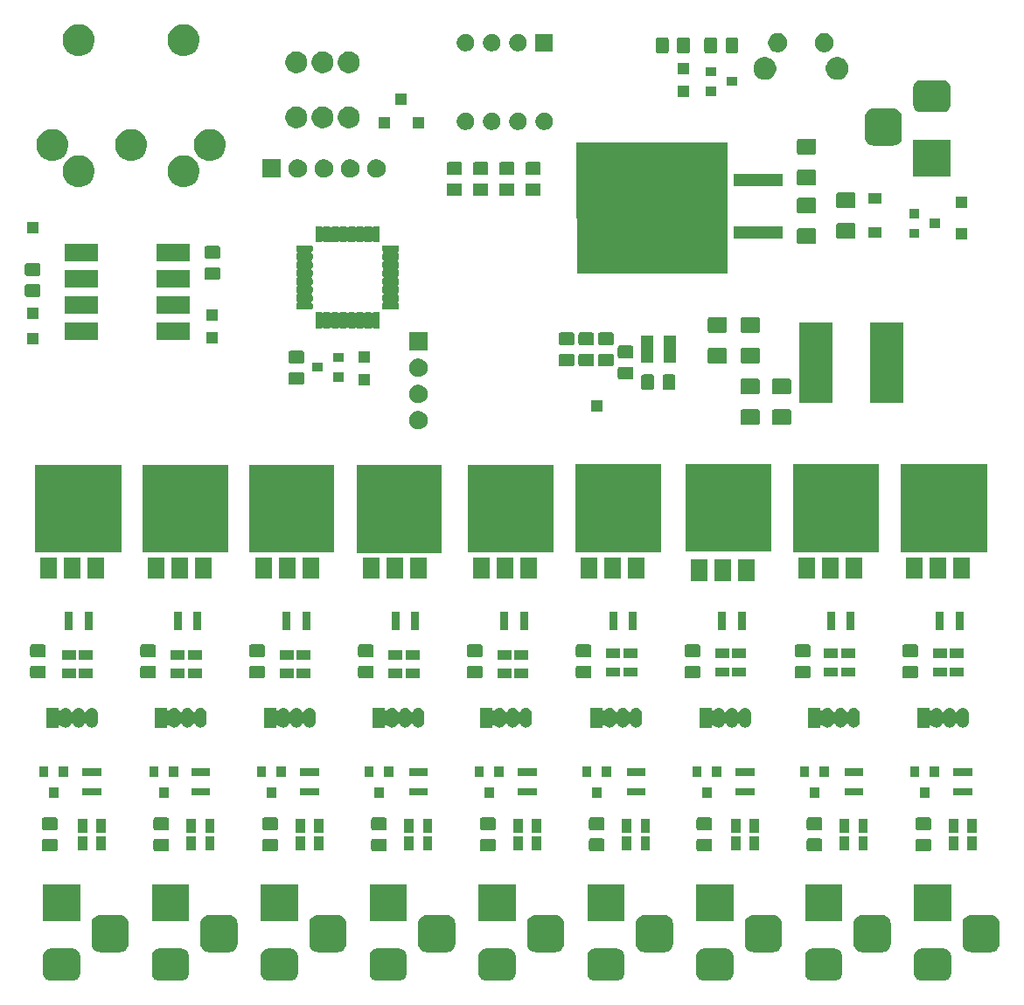
<source format=gbr>
G04 #@! TF.GenerationSoftware,KiCad,Pcbnew,(5.1.5-0-10_14)*
G04 #@! TF.CreationDate,2020-03-02T11:23:44+00:00*
G04 #@! TF.ProjectId,MidiLedController,4d696469-4c65-4644-936f-6e74726f6c6c,C*
G04 #@! TF.SameCoordinates,Original*
G04 #@! TF.FileFunction,Soldermask,Top*
G04 #@! TF.FilePolarity,Negative*
%FSLAX46Y46*%
G04 Gerber Fmt 4.6, Leading zero omitted, Abs format (unit mm)*
G04 Created by KiCad (PCBNEW (5.1.5-0-10_14)) date 2020-03-02 11:23:44*
%MOMM*%
%LPD*%
G04 APERTURE LIST*
%ADD10C,0.100000*%
G04 APERTURE END LIST*
D10*
G36*
X186138979Y-134003293D02*
G01*
X186272625Y-134043834D01*
X186395784Y-134109664D01*
X186503740Y-134198260D01*
X186592336Y-134306216D01*
X186658166Y-134429375D01*
X186698707Y-134563021D01*
X186713000Y-134708140D01*
X186713000Y-136371860D01*
X186698707Y-136516979D01*
X186658166Y-136650625D01*
X186592336Y-136773784D01*
X186503740Y-136881740D01*
X186395784Y-136970336D01*
X186272625Y-137036166D01*
X186138979Y-137076707D01*
X185993860Y-137091000D01*
X183830140Y-137091000D01*
X183685021Y-137076707D01*
X183551375Y-137036166D01*
X183428216Y-136970336D01*
X183320260Y-136881740D01*
X183231664Y-136773784D01*
X183165834Y-136650625D01*
X183125293Y-136516979D01*
X183111000Y-136371860D01*
X183111000Y-134708140D01*
X183125293Y-134563021D01*
X183165834Y-134429375D01*
X183231664Y-134306216D01*
X183320260Y-134198260D01*
X183428216Y-134109664D01*
X183551375Y-134043834D01*
X183685021Y-134003293D01*
X183830140Y-133989000D01*
X185993860Y-133989000D01*
X186138979Y-134003293D01*
G37*
G36*
X175597979Y-134003293D02*
G01*
X175731625Y-134043834D01*
X175854784Y-134109664D01*
X175962740Y-134198260D01*
X176051336Y-134306216D01*
X176117166Y-134429375D01*
X176157707Y-134563021D01*
X176172000Y-134708140D01*
X176172000Y-136371860D01*
X176157707Y-136516979D01*
X176117166Y-136650625D01*
X176051336Y-136773784D01*
X175962740Y-136881740D01*
X175854784Y-136970336D01*
X175731625Y-137036166D01*
X175597979Y-137076707D01*
X175452860Y-137091000D01*
X173289140Y-137091000D01*
X173144021Y-137076707D01*
X173010375Y-137036166D01*
X172887216Y-136970336D01*
X172779260Y-136881740D01*
X172690664Y-136773784D01*
X172624834Y-136650625D01*
X172584293Y-136516979D01*
X172570000Y-136371860D01*
X172570000Y-134708140D01*
X172584293Y-134563021D01*
X172624834Y-134429375D01*
X172690664Y-134306216D01*
X172779260Y-134198260D01*
X172887216Y-134109664D01*
X173010375Y-134043834D01*
X173144021Y-134003293D01*
X173289140Y-133989000D01*
X175452860Y-133989000D01*
X175597979Y-134003293D01*
G37*
G36*
X165056979Y-134003293D02*
G01*
X165190625Y-134043834D01*
X165313784Y-134109664D01*
X165421740Y-134198260D01*
X165510336Y-134306216D01*
X165576166Y-134429375D01*
X165616707Y-134563021D01*
X165631000Y-134708140D01*
X165631000Y-136371860D01*
X165616707Y-136516979D01*
X165576166Y-136650625D01*
X165510336Y-136773784D01*
X165421740Y-136881740D01*
X165313784Y-136970336D01*
X165190625Y-137036166D01*
X165056979Y-137076707D01*
X164911860Y-137091000D01*
X162748140Y-137091000D01*
X162603021Y-137076707D01*
X162469375Y-137036166D01*
X162346216Y-136970336D01*
X162238260Y-136881740D01*
X162149664Y-136773784D01*
X162083834Y-136650625D01*
X162043293Y-136516979D01*
X162029000Y-136371860D01*
X162029000Y-134708140D01*
X162043293Y-134563021D01*
X162083834Y-134429375D01*
X162149664Y-134306216D01*
X162238260Y-134198260D01*
X162346216Y-134109664D01*
X162469375Y-134043834D01*
X162603021Y-134003293D01*
X162748140Y-133989000D01*
X164911860Y-133989000D01*
X165056979Y-134003293D01*
G37*
G36*
X154515979Y-134003293D02*
G01*
X154649625Y-134043834D01*
X154772784Y-134109664D01*
X154880740Y-134198260D01*
X154969336Y-134306216D01*
X155035166Y-134429375D01*
X155075707Y-134563021D01*
X155090000Y-134708140D01*
X155090000Y-136371860D01*
X155075707Y-136516979D01*
X155035166Y-136650625D01*
X154969336Y-136773784D01*
X154880740Y-136881740D01*
X154772784Y-136970336D01*
X154649625Y-137036166D01*
X154515979Y-137076707D01*
X154370860Y-137091000D01*
X152207140Y-137091000D01*
X152062021Y-137076707D01*
X151928375Y-137036166D01*
X151805216Y-136970336D01*
X151697260Y-136881740D01*
X151608664Y-136773784D01*
X151542834Y-136650625D01*
X151502293Y-136516979D01*
X151488000Y-136371860D01*
X151488000Y-134708140D01*
X151502293Y-134563021D01*
X151542834Y-134429375D01*
X151608664Y-134306216D01*
X151697260Y-134198260D01*
X151805216Y-134109664D01*
X151928375Y-134043834D01*
X152062021Y-134003293D01*
X152207140Y-133989000D01*
X154370860Y-133989000D01*
X154515979Y-134003293D01*
G37*
G36*
X143974979Y-134003293D02*
G01*
X144108625Y-134043834D01*
X144231784Y-134109664D01*
X144339740Y-134198260D01*
X144428336Y-134306216D01*
X144494166Y-134429375D01*
X144534707Y-134563021D01*
X144549000Y-134708140D01*
X144549000Y-136371860D01*
X144534707Y-136516979D01*
X144494166Y-136650625D01*
X144428336Y-136773784D01*
X144339740Y-136881740D01*
X144231784Y-136970336D01*
X144108625Y-137036166D01*
X143974979Y-137076707D01*
X143829860Y-137091000D01*
X141666140Y-137091000D01*
X141521021Y-137076707D01*
X141387375Y-137036166D01*
X141264216Y-136970336D01*
X141156260Y-136881740D01*
X141067664Y-136773784D01*
X141001834Y-136650625D01*
X140961293Y-136516979D01*
X140947000Y-136371860D01*
X140947000Y-134708140D01*
X140961293Y-134563021D01*
X141001834Y-134429375D01*
X141067664Y-134306216D01*
X141156260Y-134198260D01*
X141264216Y-134109664D01*
X141387375Y-134043834D01*
X141521021Y-134003293D01*
X141666140Y-133989000D01*
X143829860Y-133989000D01*
X143974979Y-134003293D01*
G37*
G36*
X133433979Y-134003293D02*
G01*
X133567625Y-134043834D01*
X133690784Y-134109664D01*
X133798740Y-134198260D01*
X133887336Y-134306216D01*
X133953166Y-134429375D01*
X133993707Y-134563021D01*
X134008000Y-134708140D01*
X134008000Y-136371860D01*
X133993707Y-136516979D01*
X133953166Y-136650625D01*
X133887336Y-136773784D01*
X133798740Y-136881740D01*
X133690784Y-136970336D01*
X133567625Y-137036166D01*
X133433979Y-137076707D01*
X133288860Y-137091000D01*
X131125140Y-137091000D01*
X130980021Y-137076707D01*
X130846375Y-137036166D01*
X130723216Y-136970336D01*
X130615260Y-136881740D01*
X130526664Y-136773784D01*
X130460834Y-136650625D01*
X130420293Y-136516979D01*
X130406000Y-136371860D01*
X130406000Y-134708140D01*
X130420293Y-134563021D01*
X130460834Y-134429375D01*
X130526664Y-134306216D01*
X130615260Y-134198260D01*
X130723216Y-134109664D01*
X130846375Y-134043834D01*
X130980021Y-134003293D01*
X131125140Y-133989000D01*
X133288860Y-133989000D01*
X133433979Y-134003293D01*
G37*
G36*
X122892979Y-134003293D02*
G01*
X123026625Y-134043834D01*
X123149784Y-134109664D01*
X123257740Y-134198260D01*
X123346336Y-134306216D01*
X123412166Y-134429375D01*
X123452707Y-134563021D01*
X123467000Y-134708140D01*
X123467000Y-136371860D01*
X123452707Y-136516979D01*
X123412166Y-136650625D01*
X123346336Y-136773784D01*
X123257740Y-136881740D01*
X123149784Y-136970336D01*
X123026625Y-137036166D01*
X122892979Y-137076707D01*
X122747860Y-137091000D01*
X120584140Y-137091000D01*
X120439021Y-137076707D01*
X120305375Y-137036166D01*
X120182216Y-136970336D01*
X120074260Y-136881740D01*
X119985664Y-136773784D01*
X119919834Y-136650625D01*
X119879293Y-136516979D01*
X119865000Y-136371860D01*
X119865000Y-134708140D01*
X119879293Y-134563021D01*
X119919834Y-134429375D01*
X119985664Y-134306216D01*
X120074260Y-134198260D01*
X120182216Y-134109664D01*
X120305375Y-134043834D01*
X120439021Y-134003293D01*
X120584140Y-133989000D01*
X122747860Y-133989000D01*
X122892979Y-134003293D01*
G37*
G36*
X112351979Y-134003293D02*
G01*
X112485625Y-134043834D01*
X112608784Y-134109664D01*
X112716740Y-134198260D01*
X112805336Y-134306216D01*
X112871166Y-134429375D01*
X112911707Y-134563021D01*
X112926000Y-134708140D01*
X112926000Y-136371860D01*
X112911707Y-136516979D01*
X112871166Y-136650625D01*
X112805336Y-136773784D01*
X112716740Y-136881740D01*
X112608784Y-136970336D01*
X112485625Y-137036166D01*
X112351979Y-137076707D01*
X112206860Y-137091000D01*
X110043140Y-137091000D01*
X109898021Y-137076707D01*
X109764375Y-137036166D01*
X109641216Y-136970336D01*
X109533260Y-136881740D01*
X109444664Y-136773784D01*
X109378834Y-136650625D01*
X109338293Y-136516979D01*
X109324000Y-136371860D01*
X109324000Y-134708140D01*
X109338293Y-134563021D01*
X109378834Y-134429375D01*
X109444664Y-134306216D01*
X109533260Y-134198260D01*
X109641216Y-134109664D01*
X109764375Y-134043834D01*
X109898021Y-134003293D01*
X110043140Y-133989000D01*
X112206860Y-133989000D01*
X112351979Y-134003293D01*
G37*
G36*
X101810979Y-134003293D02*
G01*
X101944625Y-134043834D01*
X102067784Y-134109664D01*
X102175740Y-134198260D01*
X102264336Y-134306216D01*
X102330166Y-134429375D01*
X102370707Y-134563021D01*
X102385000Y-134708140D01*
X102385000Y-136371860D01*
X102370707Y-136516979D01*
X102330166Y-136650625D01*
X102264336Y-136773784D01*
X102175740Y-136881740D01*
X102067784Y-136970336D01*
X101944625Y-137036166D01*
X101810979Y-137076707D01*
X101665860Y-137091000D01*
X99502140Y-137091000D01*
X99357021Y-137076707D01*
X99223375Y-137036166D01*
X99100216Y-136970336D01*
X98992260Y-136881740D01*
X98903664Y-136773784D01*
X98837834Y-136650625D01*
X98797293Y-136516979D01*
X98783000Y-136371860D01*
X98783000Y-134708140D01*
X98797293Y-134563021D01*
X98837834Y-134429375D01*
X98903664Y-134306216D01*
X98992260Y-134198260D01*
X99100216Y-134109664D01*
X99223375Y-134043834D01*
X99357021Y-134003293D01*
X99502140Y-133989000D01*
X101665860Y-133989000D01*
X101810979Y-134003293D01*
G37*
G36*
X106410366Y-130755695D02*
G01*
X106567460Y-130803349D01*
X106712231Y-130880731D01*
X106839128Y-130984872D01*
X106943269Y-131111769D01*
X107020651Y-131256540D01*
X107068305Y-131413634D01*
X107085000Y-131583140D01*
X107085000Y-133496860D01*
X107068305Y-133666366D01*
X107020651Y-133823460D01*
X106943269Y-133968231D01*
X106839128Y-134095128D01*
X106712231Y-134199269D01*
X106567460Y-134276651D01*
X106410366Y-134324305D01*
X106240860Y-134341000D01*
X104327140Y-134341000D01*
X104157634Y-134324305D01*
X104000540Y-134276651D01*
X103855769Y-134199269D01*
X103728872Y-134095128D01*
X103624731Y-133968231D01*
X103547349Y-133823460D01*
X103499695Y-133666366D01*
X103483000Y-133496860D01*
X103483000Y-131583140D01*
X103499695Y-131413634D01*
X103547349Y-131256540D01*
X103624731Y-131111769D01*
X103728872Y-130984872D01*
X103855769Y-130880731D01*
X104000540Y-130803349D01*
X104157634Y-130755695D01*
X104327140Y-130739000D01*
X106240860Y-130739000D01*
X106410366Y-130755695D01*
G37*
G36*
X116951366Y-130755695D02*
G01*
X117108460Y-130803349D01*
X117253231Y-130880731D01*
X117380128Y-130984872D01*
X117484269Y-131111769D01*
X117561651Y-131256540D01*
X117609305Y-131413634D01*
X117626000Y-131583140D01*
X117626000Y-133496860D01*
X117609305Y-133666366D01*
X117561651Y-133823460D01*
X117484269Y-133968231D01*
X117380128Y-134095128D01*
X117253231Y-134199269D01*
X117108460Y-134276651D01*
X116951366Y-134324305D01*
X116781860Y-134341000D01*
X114868140Y-134341000D01*
X114698634Y-134324305D01*
X114541540Y-134276651D01*
X114396769Y-134199269D01*
X114269872Y-134095128D01*
X114165731Y-133968231D01*
X114088349Y-133823460D01*
X114040695Y-133666366D01*
X114024000Y-133496860D01*
X114024000Y-131583140D01*
X114040695Y-131413634D01*
X114088349Y-131256540D01*
X114165731Y-131111769D01*
X114269872Y-130984872D01*
X114396769Y-130880731D01*
X114541540Y-130803349D01*
X114698634Y-130755695D01*
X114868140Y-130739000D01*
X116781860Y-130739000D01*
X116951366Y-130755695D01*
G37*
G36*
X180197366Y-130755695D02*
G01*
X180354460Y-130803349D01*
X180499231Y-130880731D01*
X180626128Y-130984872D01*
X180730269Y-131111769D01*
X180807651Y-131256540D01*
X180855305Y-131413634D01*
X180872000Y-131583140D01*
X180872000Y-133496860D01*
X180855305Y-133666366D01*
X180807651Y-133823460D01*
X180730269Y-133968231D01*
X180626128Y-134095128D01*
X180499231Y-134199269D01*
X180354460Y-134276651D01*
X180197366Y-134324305D01*
X180027860Y-134341000D01*
X178114140Y-134341000D01*
X177944634Y-134324305D01*
X177787540Y-134276651D01*
X177642769Y-134199269D01*
X177515872Y-134095128D01*
X177411731Y-133968231D01*
X177334349Y-133823460D01*
X177286695Y-133666366D01*
X177270000Y-133496860D01*
X177270000Y-131583140D01*
X177286695Y-131413634D01*
X177334349Y-131256540D01*
X177411731Y-131111769D01*
X177515872Y-130984872D01*
X177642769Y-130880731D01*
X177787540Y-130803349D01*
X177944634Y-130755695D01*
X178114140Y-130739000D01*
X180027860Y-130739000D01*
X180197366Y-130755695D01*
G37*
G36*
X127492366Y-130755695D02*
G01*
X127649460Y-130803349D01*
X127794231Y-130880731D01*
X127921128Y-130984872D01*
X128025269Y-131111769D01*
X128102651Y-131256540D01*
X128150305Y-131413634D01*
X128167000Y-131583140D01*
X128167000Y-133496860D01*
X128150305Y-133666366D01*
X128102651Y-133823460D01*
X128025269Y-133968231D01*
X127921128Y-134095128D01*
X127794231Y-134199269D01*
X127649460Y-134276651D01*
X127492366Y-134324305D01*
X127322860Y-134341000D01*
X125409140Y-134341000D01*
X125239634Y-134324305D01*
X125082540Y-134276651D01*
X124937769Y-134199269D01*
X124810872Y-134095128D01*
X124706731Y-133968231D01*
X124629349Y-133823460D01*
X124581695Y-133666366D01*
X124565000Y-133496860D01*
X124565000Y-131583140D01*
X124581695Y-131413634D01*
X124629349Y-131256540D01*
X124706731Y-131111769D01*
X124810872Y-130984872D01*
X124937769Y-130880731D01*
X125082540Y-130803349D01*
X125239634Y-130755695D01*
X125409140Y-130739000D01*
X127322860Y-130739000D01*
X127492366Y-130755695D01*
G37*
G36*
X169656366Y-130755695D02*
G01*
X169813460Y-130803349D01*
X169958231Y-130880731D01*
X170085128Y-130984872D01*
X170189269Y-131111769D01*
X170266651Y-131256540D01*
X170314305Y-131413634D01*
X170331000Y-131583140D01*
X170331000Y-133496860D01*
X170314305Y-133666366D01*
X170266651Y-133823460D01*
X170189269Y-133968231D01*
X170085128Y-134095128D01*
X169958231Y-134199269D01*
X169813460Y-134276651D01*
X169656366Y-134324305D01*
X169486860Y-134341000D01*
X167573140Y-134341000D01*
X167403634Y-134324305D01*
X167246540Y-134276651D01*
X167101769Y-134199269D01*
X166974872Y-134095128D01*
X166870731Y-133968231D01*
X166793349Y-133823460D01*
X166745695Y-133666366D01*
X166729000Y-133496860D01*
X166729000Y-131583140D01*
X166745695Y-131413634D01*
X166793349Y-131256540D01*
X166870731Y-131111769D01*
X166974872Y-130984872D01*
X167101769Y-130880731D01*
X167246540Y-130803349D01*
X167403634Y-130755695D01*
X167573140Y-130739000D01*
X169486860Y-130739000D01*
X169656366Y-130755695D01*
G37*
G36*
X138033366Y-130755695D02*
G01*
X138190460Y-130803349D01*
X138335231Y-130880731D01*
X138462128Y-130984872D01*
X138566269Y-131111769D01*
X138643651Y-131256540D01*
X138691305Y-131413634D01*
X138708000Y-131583140D01*
X138708000Y-133496860D01*
X138691305Y-133666366D01*
X138643651Y-133823460D01*
X138566269Y-133968231D01*
X138462128Y-134095128D01*
X138335231Y-134199269D01*
X138190460Y-134276651D01*
X138033366Y-134324305D01*
X137863860Y-134341000D01*
X135950140Y-134341000D01*
X135780634Y-134324305D01*
X135623540Y-134276651D01*
X135478769Y-134199269D01*
X135351872Y-134095128D01*
X135247731Y-133968231D01*
X135170349Y-133823460D01*
X135122695Y-133666366D01*
X135106000Y-133496860D01*
X135106000Y-131583140D01*
X135122695Y-131413634D01*
X135170349Y-131256540D01*
X135247731Y-131111769D01*
X135351872Y-130984872D01*
X135478769Y-130880731D01*
X135623540Y-130803349D01*
X135780634Y-130755695D01*
X135950140Y-130739000D01*
X137863860Y-130739000D01*
X138033366Y-130755695D01*
G37*
G36*
X159115366Y-130755695D02*
G01*
X159272460Y-130803349D01*
X159417231Y-130880731D01*
X159544128Y-130984872D01*
X159648269Y-131111769D01*
X159725651Y-131256540D01*
X159773305Y-131413634D01*
X159790000Y-131583140D01*
X159790000Y-133496860D01*
X159773305Y-133666366D01*
X159725651Y-133823460D01*
X159648269Y-133968231D01*
X159544128Y-134095128D01*
X159417231Y-134199269D01*
X159272460Y-134276651D01*
X159115366Y-134324305D01*
X158945860Y-134341000D01*
X157032140Y-134341000D01*
X156862634Y-134324305D01*
X156705540Y-134276651D01*
X156560769Y-134199269D01*
X156433872Y-134095128D01*
X156329731Y-133968231D01*
X156252349Y-133823460D01*
X156204695Y-133666366D01*
X156188000Y-133496860D01*
X156188000Y-131583140D01*
X156204695Y-131413634D01*
X156252349Y-131256540D01*
X156329731Y-131111769D01*
X156433872Y-130984872D01*
X156560769Y-130880731D01*
X156705540Y-130803349D01*
X156862634Y-130755695D01*
X157032140Y-130739000D01*
X158945860Y-130739000D01*
X159115366Y-130755695D01*
G37*
G36*
X148574366Y-130755695D02*
G01*
X148731460Y-130803349D01*
X148876231Y-130880731D01*
X149003128Y-130984872D01*
X149107269Y-131111769D01*
X149184651Y-131256540D01*
X149232305Y-131413634D01*
X149249000Y-131583140D01*
X149249000Y-133496860D01*
X149232305Y-133666366D01*
X149184651Y-133823460D01*
X149107269Y-133968231D01*
X149003128Y-134095128D01*
X148876231Y-134199269D01*
X148731460Y-134276651D01*
X148574366Y-134324305D01*
X148404860Y-134341000D01*
X146491140Y-134341000D01*
X146321634Y-134324305D01*
X146164540Y-134276651D01*
X146019769Y-134199269D01*
X145892872Y-134095128D01*
X145788731Y-133968231D01*
X145711349Y-133823460D01*
X145663695Y-133666366D01*
X145647000Y-133496860D01*
X145647000Y-131583140D01*
X145663695Y-131413634D01*
X145711349Y-131256540D01*
X145788731Y-131111769D01*
X145892872Y-130984872D01*
X146019769Y-130880731D01*
X146164540Y-130803349D01*
X146321634Y-130755695D01*
X146491140Y-130739000D01*
X148404860Y-130739000D01*
X148574366Y-130755695D01*
G37*
G36*
X190738366Y-130755695D02*
G01*
X190895460Y-130803349D01*
X191040231Y-130880731D01*
X191167128Y-130984872D01*
X191271269Y-131111769D01*
X191348651Y-131256540D01*
X191396305Y-131413634D01*
X191413000Y-131583140D01*
X191413000Y-133496860D01*
X191396305Y-133666366D01*
X191348651Y-133823460D01*
X191271269Y-133968231D01*
X191167128Y-134095128D01*
X191040231Y-134199269D01*
X190895460Y-134276651D01*
X190738366Y-134324305D01*
X190568860Y-134341000D01*
X188655140Y-134341000D01*
X188485634Y-134324305D01*
X188328540Y-134276651D01*
X188183769Y-134199269D01*
X188056872Y-134095128D01*
X187952731Y-133968231D01*
X187875349Y-133823460D01*
X187827695Y-133666366D01*
X187811000Y-133496860D01*
X187811000Y-131583140D01*
X187827695Y-131413634D01*
X187875349Y-131256540D01*
X187952731Y-131111769D01*
X188056872Y-130984872D01*
X188183769Y-130880731D01*
X188328540Y-130803349D01*
X188485634Y-130755695D01*
X188655140Y-130739000D01*
X190568860Y-130739000D01*
X190738366Y-130755695D01*
G37*
G36*
X165631000Y-131341000D02*
G01*
X162029000Y-131341000D01*
X162029000Y-127739000D01*
X165631000Y-127739000D01*
X165631000Y-131341000D01*
G37*
G36*
X123467000Y-131341000D02*
G01*
X119865000Y-131341000D01*
X119865000Y-127739000D01*
X123467000Y-127739000D01*
X123467000Y-131341000D01*
G37*
G36*
X112926000Y-131341000D02*
G01*
X109324000Y-131341000D01*
X109324000Y-127739000D01*
X112926000Y-127739000D01*
X112926000Y-131341000D01*
G37*
G36*
X134008000Y-131341000D02*
G01*
X130406000Y-131341000D01*
X130406000Y-127739000D01*
X134008000Y-127739000D01*
X134008000Y-131341000D01*
G37*
G36*
X144549000Y-131341000D02*
G01*
X140947000Y-131341000D01*
X140947000Y-127739000D01*
X144549000Y-127739000D01*
X144549000Y-131341000D01*
G37*
G36*
X102385000Y-131341000D02*
G01*
X98783000Y-131341000D01*
X98783000Y-127739000D01*
X102385000Y-127739000D01*
X102385000Y-131341000D01*
G37*
G36*
X155090000Y-131341000D02*
G01*
X151488000Y-131341000D01*
X151488000Y-127739000D01*
X155090000Y-127739000D01*
X155090000Y-131341000D01*
G37*
G36*
X186713000Y-131341000D02*
G01*
X183111000Y-131341000D01*
X183111000Y-127739000D01*
X186713000Y-127739000D01*
X186713000Y-131341000D01*
G37*
G36*
X176172000Y-131341000D02*
G01*
X172570000Y-131341000D01*
X172570000Y-127739000D01*
X176172000Y-127739000D01*
X176172000Y-131341000D01*
G37*
G36*
X100029674Y-123339465D02*
G01*
X100067367Y-123350899D01*
X100102103Y-123369466D01*
X100132548Y-123394452D01*
X100157534Y-123424897D01*
X100176101Y-123459633D01*
X100187535Y-123497326D01*
X100192000Y-123542661D01*
X100192000Y-124379339D01*
X100187535Y-124424674D01*
X100176101Y-124462367D01*
X100157534Y-124497103D01*
X100132548Y-124527548D01*
X100102103Y-124552534D01*
X100067367Y-124571101D01*
X100029674Y-124582535D01*
X99984339Y-124587000D01*
X98897661Y-124587000D01*
X98852326Y-124582535D01*
X98814633Y-124571101D01*
X98779897Y-124552534D01*
X98749452Y-124527548D01*
X98724466Y-124497103D01*
X98705899Y-124462367D01*
X98694465Y-124424674D01*
X98690000Y-124379339D01*
X98690000Y-123542661D01*
X98694465Y-123497326D01*
X98705899Y-123459633D01*
X98724466Y-123424897D01*
X98749452Y-123394452D01*
X98779897Y-123369466D01*
X98814633Y-123350899D01*
X98852326Y-123339465D01*
X98897661Y-123335000D01*
X99984339Y-123335000D01*
X100029674Y-123339465D01*
G37*
G36*
X110824674Y-123339465D02*
G01*
X110862367Y-123350899D01*
X110897103Y-123369466D01*
X110927548Y-123394452D01*
X110952534Y-123424897D01*
X110971101Y-123459633D01*
X110982535Y-123497326D01*
X110987000Y-123542661D01*
X110987000Y-124379339D01*
X110982535Y-124424674D01*
X110971101Y-124462367D01*
X110952534Y-124497103D01*
X110927548Y-124527548D01*
X110897103Y-124552534D01*
X110862367Y-124571101D01*
X110824674Y-124582535D01*
X110779339Y-124587000D01*
X109692661Y-124587000D01*
X109647326Y-124582535D01*
X109609633Y-124571101D01*
X109574897Y-124552534D01*
X109544452Y-124527548D01*
X109519466Y-124497103D01*
X109500899Y-124462367D01*
X109489465Y-124424674D01*
X109485000Y-124379339D01*
X109485000Y-123542661D01*
X109489465Y-123497326D01*
X109500899Y-123459633D01*
X109519466Y-123424897D01*
X109544452Y-123394452D01*
X109574897Y-123369466D01*
X109609633Y-123350899D01*
X109647326Y-123339465D01*
X109692661Y-123335000D01*
X110779339Y-123335000D01*
X110824674Y-123339465D01*
G37*
G36*
X121365674Y-123339465D02*
G01*
X121403367Y-123350899D01*
X121438103Y-123369466D01*
X121468548Y-123394452D01*
X121493534Y-123424897D01*
X121512101Y-123459633D01*
X121523535Y-123497326D01*
X121528000Y-123542661D01*
X121528000Y-124379339D01*
X121523535Y-124424674D01*
X121512101Y-124462367D01*
X121493534Y-124497103D01*
X121468548Y-124527548D01*
X121438103Y-124552534D01*
X121403367Y-124571101D01*
X121365674Y-124582535D01*
X121320339Y-124587000D01*
X120233661Y-124587000D01*
X120188326Y-124582535D01*
X120150633Y-124571101D01*
X120115897Y-124552534D01*
X120085452Y-124527548D01*
X120060466Y-124497103D01*
X120041899Y-124462367D01*
X120030465Y-124424674D01*
X120026000Y-124379339D01*
X120026000Y-123542661D01*
X120030465Y-123497326D01*
X120041899Y-123459633D01*
X120060466Y-123424897D01*
X120085452Y-123394452D01*
X120115897Y-123369466D01*
X120150633Y-123350899D01*
X120188326Y-123339465D01*
X120233661Y-123335000D01*
X121320339Y-123335000D01*
X121365674Y-123339465D01*
G37*
G36*
X131906674Y-123339465D02*
G01*
X131944367Y-123350899D01*
X131979103Y-123369466D01*
X132009548Y-123394452D01*
X132034534Y-123424897D01*
X132053101Y-123459633D01*
X132064535Y-123497326D01*
X132069000Y-123542661D01*
X132069000Y-124379339D01*
X132064535Y-124424674D01*
X132053101Y-124462367D01*
X132034534Y-124497103D01*
X132009548Y-124527548D01*
X131979103Y-124552534D01*
X131944367Y-124571101D01*
X131906674Y-124582535D01*
X131861339Y-124587000D01*
X130774661Y-124587000D01*
X130729326Y-124582535D01*
X130691633Y-124571101D01*
X130656897Y-124552534D01*
X130626452Y-124527548D01*
X130601466Y-124497103D01*
X130582899Y-124462367D01*
X130571465Y-124424674D01*
X130567000Y-124379339D01*
X130567000Y-123542661D01*
X130571465Y-123497326D01*
X130582899Y-123459633D01*
X130601466Y-123424897D01*
X130626452Y-123394452D01*
X130656897Y-123369466D01*
X130691633Y-123350899D01*
X130729326Y-123339465D01*
X130774661Y-123335000D01*
X131861339Y-123335000D01*
X131906674Y-123339465D01*
G37*
G36*
X184611674Y-123339465D02*
G01*
X184649367Y-123350899D01*
X184684103Y-123369466D01*
X184714548Y-123394452D01*
X184739534Y-123424897D01*
X184758101Y-123459633D01*
X184769535Y-123497326D01*
X184774000Y-123542661D01*
X184774000Y-124379339D01*
X184769535Y-124424674D01*
X184758101Y-124462367D01*
X184739534Y-124497103D01*
X184714548Y-124527548D01*
X184684103Y-124552534D01*
X184649367Y-124571101D01*
X184611674Y-124582535D01*
X184566339Y-124587000D01*
X183479661Y-124587000D01*
X183434326Y-124582535D01*
X183396633Y-124571101D01*
X183361897Y-124552534D01*
X183331452Y-124527548D01*
X183306466Y-124497103D01*
X183287899Y-124462367D01*
X183276465Y-124424674D01*
X183272000Y-124379339D01*
X183272000Y-123542661D01*
X183276465Y-123497326D01*
X183287899Y-123459633D01*
X183306466Y-123424897D01*
X183331452Y-123394452D01*
X183361897Y-123369466D01*
X183396633Y-123350899D01*
X183434326Y-123339465D01*
X183479661Y-123335000D01*
X184566339Y-123335000D01*
X184611674Y-123339465D01*
G37*
G36*
X163402674Y-123339465D02*
G01*
X163440367Y-123350899D01*
X163475103Y-123369466D01*
X163505548Y-123394452D01*
X163530534Y-123424897D01*
X163549101Y-123459633D01*
X163560535Y-123497326D01*
X163565000Y-123542661D01*
X163565000Y-124379339D01*
X163560535Y-124424674D01*
X163549101Y-124462367D01*
X163530534Y-124497103D01*
X163505548Y-124527548D01*
X163475103Y-124552534D01*
X163440367Y-124571101D01*
X163402674Y-124582535D01*
X163357339Y-124587000D01*
X162270661Y-124587000D01*
X162225326Y-124582535D01*
X162187633Y-124571101D01*
X162152897Y-124552534D01*
X162122452Y-124527548D01*
X162097466Y-124497103D01*
X162078899Y-124462367D01*
X162067465Y-124424674D01*
X162063000Y-124379339D01*
X162063000Y-123542661D01*
X162067465Y-123497326D01*
X162078899Y-123459633D01*
X162097466Y-123424897D01*
X162122452Y-123394452D01*
X162152897Y-123369466D01*
X162187633Y-123350899D01*
X162225326Y-123339465D01*
X162270661Y-123335000D01*
X163357339Y-123335000D01*
X163402674Y-123339465D01*
G37*
G36*
X142447674Y-123339465D02*
G01*
X142485367Y-123350899D01*
X142520103Y-123369466D01*
X142550548Y-123394452D01*
X142575534Y-123424897D01*
X142594101Y-123459633D01*
X142605535Y-123497326D01*
X142610000Y-123542661D01*
X142610000Y-124379339D01*
X142605535Y-124424674D01*
X142594101Y-124462367D01*
X142575534Y-124497103D01*
X142550548Y-124527548D01*
X142520103Y-124552534D01*
X142485367Y-124571101D01*
X142447674Y-124582535D01*
X142402339Y-124587000D01*
X141315661Y-124587000D01*
X141270326Y-124582535D01*
X141232633Y-124571101D01*
X141197897Y-124552534D01*
X141167452Y-124527548D01*
X141142466Y-124497103D01*
X141123899Y-124462367D01*
X141112465Y-124424674D01*
X141108000Y-124379339D01*
X141108000Y-123542661D01*
X141112465Y-123497326D01*
X141123899Y-123459633D01*
X141142466Y-123424897D01*
X141167452Y-123394452D01*
X141197897Y-123369466D01*
X141232633Y-123350899D01*
X141270326Y-123339465D01*
X141315661Y-123335000D01*
X142402339Y-123335000D01*
X142447674Y-123339465D01*
G37*
G36*
X152988674Y-123330465D02*
G01*
X153026367Y-123341899D01*
X153061103Y-123360466D01*
X153091548Y-123385452D01*
X153116534Y-123415897D01*
X153135101Y-123450633D01*
X153146535Y-123488326D01*
X153151000Y-123533661D01*
X153151000Y-124370339D01*
X153146535Y-124415674D01*
X153135101Y-124453367D01*
X153116534Y-124488103D01*
X153091548Y-124518548D01*
X153061103Y-124543534D01*
X153026367Y-124562101D01*
X152988674Y-124573535D01*
X152943339Y-124578000D01*
X151856661Y-124578000D01*
X151811326Y-124573535D01*
X151773633Y-124562101D01*
X151738897Y-124543534D01*
X151708452Y-124518548D01*
X151683466Y-124488103D01*
X151664899Y-124453367D01*
X151653465Y-124415674D01*
X151649000Y-124370339D01*
X151649000Y-123533661D01*
X151653465Y-123488326D01*
X151664899Y-123450633D01*
X151683466Y-123415897D01*
X151708452Y-123385452D01*
X151738897Y-123360466D01*
X151773633Y-123341899D01*
X151811326Y-123330465D01*
X151856661Y-123326000D01*
X152943339Y-123326000D01*
X152988674Y-123330465D01*
G37*
G36*
X174070674Y-123330465D02*
G01*
X174108367Y-123341899D01*
X174143103Y-123360466D01*
X174173548Y-123385452D01*
X174198534Y-123415897D01*
X174217101Y-123450633D01*
X174228535Y-123488326D01*
X174233000Y-123533661D01*
X174233000Y-124370339D01*
X174228535Y-124415674D01*
X174217101Y-124453367D01*
X174198534Y-124488103D01*
X174173548Y-124518548D01*
X174143103Y-124543534D01*
X174108367Y-124562101D01*
X174070674Y-124573535D01*
X174025339Y-124578000D01*
X172938661Y-124578000D01*
X172893326Y-124573535D01*
X172855633Y-124562101D01*
X172820897Y-124543534D01*
X172790452Y-124518548D01*
X172765466Y-124488103D01*
X172746899Y-124453367D01*
X172735465Y-124415674D01*
X172731000Y-124370339D01*
X172731000Y-123533661D01*
X172735465Y-123488326D01*
X172746899Y-123450633D01*
X172765466Y-123415897D01*
X172790452Y-123385452D01*
X172820897Y-123360466D01*
X172855633Y-123341899D01*
X172893326Y-123330465D01*
X172938661Y-123326000D01*
X174025339Y-123326000D01*
X174070674Y-123330465D01*
G37*
G36*
X187384000Y-124437000D02*
G01*
X186482000Y-124437000D01*
X186482000Y-123085000D01*
X187384000Y-123085000D01*
X187384000Y-124437000D01*
G37*
G36*
X157561000Y-124437000D02*
G01*
X156659000Y-124437000D01*
X156659000Y-123085000D01*
X157561000Y-123085000D01*
X157561000Y-124437000D01*
G37*
G36*
X136479000Y-124437000D02*
G01*
X135577000Y-124437000D01*
X135577000Y-123085000D01*
X136479000Y-123085000D01*
X136479000Y-124437000D01*
G37*
G36*
X155761000Y-124437000D02*
G01*
X154859000Y-124437000D01*
X154859000Y-123085000D01*
X155761000Y-123085000D01*
X155761000Y-124437000D01*
G37*
G36*
X147020000Y-124437000D02*
G01*
X146118000Y-124437000D01*
X146118000Y-123085000D01*
X147020000Y-123085000D01*
X147020000Y-124437000D01*
G37*
G36*
X189184000Y-124437000D02*
G01*
X188282000Y-124437000D01*
X188282000Y-123085000D01*
X189184000Y-123085000D01*
X189184000Y-124437000D01*
G37*
G36*
X124138000Y-124437000D02*
G01*
X123236000Y-124437000D01*
X123236000Y-123085000D01*
X124138000Y-123085000D01*
X124138000Y-124437000D01*
G37*
G36*
X176843000Y-124437000D02*
G01*
X175941000Y-124437000D01*
X175941000Y-123085000D01*
X176843000Y-123085000D01*
X176843000Y-124437000D01*
G37*
G36*
X168102000Y-124437000D02*
G01*
X167200000Y-124437000D01*
X167200000Y-123085000D01*
X168102000Y-123085000D01*
X168102000Y-124437000D01*
G37*
G36*
X145220000Y-124437000D02*
G01*
X144318000Y-124437000D01*
X144318000Y-123085000D01*
X145220000Y-123085000D01*
X145220000Y-124437000D01*
G37*
G36*
X166302000Y-124437000D02*
G01*
X165400000Y-124437000D01*
X165400000Y-123085000D01*
X166302000Y-123085000D01*
X166302000Y-124437000D01*
G37*
G36*
X178643000Y-124437000D02*
G01*
X177741000Y-124437000D01*
X177741000Y-123085000D01*
X178643000Y-123085000D01*
X178643000Y-124437000D01*
G37*
G36*
X134679000Y-124437000D02*
G01*
X133777000Y-124437000D01*
X133777000Y-123085000D01*
X134679000Y-123085000D01*
X134679000Y-124437000D01*
G37*
G36*
X125938000Y-124437000D02*
G01*
X125036000Y-124437000D01*
X125036000Y-123085000D01*
X125938000Y-123085000D01*
X125938000Y-124437000D01*
G37*
G36*
X113597000Y-124437000D02*
G01*
X112695000Y-124437000D01*
X112695000Y-123085000D01*
X113597000Y-123085000D01*
X113597000Y-124437000D01*
G37*
G36*
X115397000Y-124437000D02*
G01*
X114495000Y-124437000D01*
X114495000Y-123085000D01*
X115397000Y-123085000D01*
X115397000Y-124437000D01*
G37*
G36*
X103056000Y-124437000D02*
G01*
X102154000Y-124437000D01*
X102154000Y-123085000D01*
X103056000Y-123085000D01*
X103056000Y-124437000D01*
G37*
G36*
X104856000Y-124437000D02*
G01*
X103954000Y-124437000D01*
X103954000Y-123085000D01*
X104856000Y-123085000D01*
X104856000Y-124437000D01*
G37*
G36*
X155761000Y-122787000D02*
G01*
X154859000Y-122787000D01*
X154859000Y-121435000D01*
X155761000Y-121435000D01*
X155761000Y-122787000D01*
G37*
G36*
X157561000Y-122787000D02*
G01*
X156659000Y-122787000D01*
X156659000Y-121435000D01*
X157561000Y-121435000D01*
X157561000Y-122787000D01*
G37*
G36*
X115397000Y-122787000D02*
G01*
X114495000Y-122787000D01*
X114495000Y-121435000D01*
X115397000Y-121435000D01*
X115397000Y-122787000D01*
G37*
G36*
X189184000Y-122787000D02*
G01*
X188282000Y-122787000D01*
X188282000Y-121435000D01*
X189184000Y-121435000D01*
X189184000Y-122787000D01*
G37*
G36*
X187384000Y-122787000D02*
G01*
X186482000Y-122787000D01*
X186482000Y-121435000D01*
X187384000Y-121435000D01*
X187384000Y-122787000D01*
G37*
G36*
X145220000Y-122787000D02*
G01*
X144318000Y-122787000D01*
X144318000Y-121435000D01*
X145220000Y-121435000D01*
X145220000Y-122787000D01*
G37*
G36*
X178643000Y-122787000D02*
G01*
X177741000Y-122787000D01*
X177741000Y-121435000D01*
X178643000Y-121435000D01*
X178643000Y-122787000D01*
G37*
G36*
X176843000Y-122787000D02*
G01*
X175941000Y-122787000D01*
X175941000Y-121435000D01*
X176843000Y-121435000D01*
X176843000Y-122787000D01*
G37*
G36*
X168102000Y-122787000D02*
G01*
X167200000Y-122787000D01*
X167200000Y-121435000D01*
X168102000Y-121435000D01*
X168102000Y-122787000D01*
G37*
G36*
X166302000Y-122787000D02*
G01*
X165400000Y-122787000D01*
X165400000Y-121435000D01*
X166302000Y-121435000D01*
X166302000Y-122787000D01*
G37*
G36*
X104856000Y-122787000D02*
G01*
X103954000Y-122787000D01*
X103954000Y-121435000D01*
X104856000Y-121435000D01*
X104856000Y-122787000D01*
G37*
G36*
X147020000Y-122787000D02*
G01*
X146118000Y-122787000D01*
X146118000Y-121435000D01*
X147020000Y-121435000D01*
X147020000Y-122787000D01*
G37*
G36*
X103056000Y-122787000D02*
G01*
X102154000Y-122787000D01*
X102154000Y-121435000D01*
X103056000Y-121435000D01*
X103056000Y-122787000D01*
G37*
G36*
X136479000Y-122787000D02*
G01*
X135577000Y-122787000D01*
X135577000Y-121435000D01*
X136479000Y-121435000D01*
X136479000Y-122787000D01*
G37*
G36*
X134679000Y-122787000D02*
G01*
X133777000Y-122787000D01*
X133777000Y-121435000D01*
X134679000Y-121435000D01*
X134679000Y-122787000D01*
G37*
G36*
X125938000Y-122787000D02*
G01*
X125036000Y-122787000D01*
X125036000Y-121435000D01*
X125938000Y-121435000D01*
X125938000Y-122787000D01*
G37*
G36*
X124138000Y-122787000D02*
G01*
X123236000Y-122787000D01*
X123236000Y-121435000D01*
X124138000Y-121435000D01*
X124138000Y-122787000D01*
G37*
G36*
X113597000Y-122787000D02*
G01*
X112695000Y-122787000D01*
X112695000Y-121435000D01*
X113597000Y-121435000D01*
X113597000Y-122787000D01*
G37*
G36*
X163402674Y-121289465D02*
G01*
X163440367Y-121300899D01*
X163475103Y-121319466D01*
X163505548Y-121344452D01*
X163530534Y-121374897D01*
X163549101Y-121409633D01*
X163560535Y-121447326D01*
X163565000Y-121492661D01*
X163565000Y-122329339D01*
X163560535Y-122374674D01*
X163549101Y-122412367D01*
X163530534Y-122447103D01*
X163505548Y-122477548D01*
X163475103Y-122502534D01*
X163440367Y-122521101D01*
X163402674Y-122532535D01*
X163357339Y-122537000D01*
X162270661Y-122537000D01*
X162225326Y-122532535D01*
X162187633Y-122521101D01*
X162152897Y-122502534D01*
X162122452Y-122477548D01*
X162097466Y-122447103D01*
X162078899Y-122412367D01*
X162067465Y-122374674D01*
X162063000Y-122329339D01*
X162063000Y-121492661D01*
X162067465Y-121447326D01*
X162078899Y-121409633D01*
X162097466Y-121374897D01*
X162122452Y-121344452D01*
X162152897Y-121319466D01*
X162187633Y-121300899D01*
X162225326Y-121289465D01*
X162270661Y-121285000D01*
X163357339Y-121285000D01*
X163402674Y-121289465D01*
G37*
G36*
X142447674Y-121289465D02*
G01*
X142485367Y-121300899D01*
X142520103Y-121319466D01*
X142550548Y-121344452D01*
X142575534Y-121374897D01*
X142594101Y-121409633D01*
X142605535Y-121447326D01*
X142610000Y-121492661D01*
X142610000Y-122329339D01*
X142605535Y-122374674D01*
X142594101Y-122412367D01*
X142575534Y-122447103D01*
X142550548Y-122477548D01*
X142520103Y-122502534D01*
X142485367Y-122521101D01*
X142447674Y-122532535D01*
X142402339Y-122537000D01*
X141315661Y-122537000D01*
X141270326Y-122532535D01*
X141232633Y-122521101D01*
X141197897Y-122502534D01*
X141167452Y-122477548D01*
X141142466Y-122447103D01*
X141123899Y-122412367D01*
X141112465Y-122374674D01*
X141108000Y-122329339D01*
X141108000Y-121492661D01*
X141112465Y-121447326D01*
X141123899Y-121409633D01*
X141142466Y-121374897D01*
X141167452Y-121344452D01*
X141197897Y-121319466D01*
X141232633Y-121300899D01*
X141270326Y-121289465D01*
X141315661Y-121285000D01*
X142402339Y-121285000D01*
X142447674Y-121289465D01*
G37*
G36*
X131906674Y-121289465D02*
G01*
X131944367Y-121300899D01*
X131979103Y-121319466D01*
X132009548Y-121344452D01*
X132034534Y-121374897D01*
X132053101Y-121409633D01*
X132064535Y-121447326D01*
X132069000Y-121492661D01*
X132069000Y-122329339D01*
X132064535Y-122374674D01*
X132053101Y-122412367D01*
X132034534Y-122447103D01*
X132009548Y-122477548D01*
X131979103Y-122502534D01*
X131944367Y-122521101D01*
X131906674Y-122532535D01*
X131861339Y-122537000D01*
X130774661Y-122537000D01*
X130729326Y-122532535D01*
X130691633Y-122521101D01*
X130656897Y-122502534D01*
X130626452Y-122477548D01*
X130601466Y-122447103D01*
X130582899Y-122412367D01*
X130571465Y-122374674D01*
X130567000Y-122329339D01*
X130567000Y-121492661D01*
X130571465Y-121447326D01*
X130582899Y-121409633D01*
X130601466Y-121374897D01*
X130626452Y-121344452D01*
X130656897Y-121319466D01*
X130691633Y-121300899D01*
X130729326Y-121289465D01*
X130774661Y-121285000D01*
X131861339Y-121285000D01*
X131906674Y-121289465D01*
G37*
G36*
X121365674Y-121289465D02*
G01*
X121403367Y-121300899D01*
X121438103Y-121319466D01*
X121468548Y-121344452D01*
X121493534Y-121374897D01*
X121512101Y-121409633D01*
X121523535Y-121447326D01*
X121528000Y-121492661D01*
X121528000Y-122329339D01*
X121523535Y-122374674D01*
X121512101Y-122412367D01*
X121493534Y-122447103D01*
X121468548Y-122477548D01*
X121438103Y-122502534D01*
X121403367Y-122521101D01*
X121365674Y-122532535D01*
X121320339Y-122537000D01*
X120233661Y-122537000D01*
X120188326Y-122532535D01*
X120150633Y-122521101D01*
X120115897Y-122502534D01*
X120085452Y-122477548D01*
X120060466Y-122447103D01*
X120041899Y-122412367D01*
X120030465Y-122374674D01*
X120026000Y-122329339D01*
X120026000Y-121492661D01*
X120030465Y-121447326D01*
X120041899Y-121409633D01*
X120060466Y-121374897D01*
X120085452Y-121344452D01*
X120115897Y-121319466D01*
X120150633Y-121300899D01*
X120188326Y-121289465D01*
X120233661Y-121285000D01*
X121320339Y-121285000D01*
X121365674Y-121289465D01*
G37*
G36*
X110824674Y-121289465D02*
G01*
X110862367Y-121300899D01*
X110897103Y-121319466D01*
X110927548Y-121344452D01*
X110952534Y-121374897D01*
X110971101Y-121409633D01*
X110982535Y-121447326D01*
X110987000Y-121492661D01*
X110987000Y-122329339D01*
X110982535Y-122374674D01*
X110971101Y-122412367D01*
X110952534Y-122447103D01*
X110927548Y-122477548D01*
X110897103Y-122502534D01*
X110862367Y-122521101D01*
X110824674Y-122532535D01*
X110779339Y-122537000D01*
X109692661Y-122537000D01*
X109647326Y-122532535D01*
X109609633Y-122521101D01*
X109574897Y-122502534D01*
X109544452Y-122477548D01*
X109519466Y-122447103D01*
X109500899Y-122412367D01*
X109489465Y-122374674D01*
X109485000Y-122329339D01*
X109485000Y-121492661D01*
X109489465Y-121447326D01*
X109500899Y-121409633D01*
X109519466Y-121374897D01*
X109544452Y-121344452D01*
X109574897Y-121319466D01*
X109609633Y-121300899D01*
X109647326Y-121289465D01*
X109692661Y-121285000D01*
X110779339Y-121285000D01*
X110824674Y-121289465D01*
G37*
G36*
X100029674Y-121289465D02*
G01*
X100067367Y-121300899D01*
X100102103Y-121319466D01*
X100132548Y-121344452D01*
X100157534Y-121374897D01*
X100176101Y-121409633D01*
X100187535Y-121447326D01*
X100192000Y-121492661D01*
X100192000Y-122329339D01*
X100187535Y-122374674D01*
X100176101Y-122412367D01*
X100157534Y-122447103D01*
X100132548Y-122477548D01*
X100102103Y-122502534D01*
X100067367Y-122521101D01*
X100029674Y-122532535D01*
X99984339Y-122537000D01*
X98897661Y-122537000D01*
X98852326Y-122532535D01*
X98814633Y-122521101D01*
X98779897Y-122502534D01*
X98749452Y-122477548D01*
X98724466Y-122447103D01*
X98705899Y-122412367D01*
X98694465Y-122374674D01*
X98690000Y-122329339D01*
X98690000Y-121492661D01*
X98694465Y-121447326D01*
X98705899Y-121409633D01*
X98724466Y-121374897D01*
X98749452Y-121344452D01*
X98779897Y-121319466D01*
X98814633Y-121300899D01*
X98852326Y-121289465D01*
X98897661Y-121285000D01*
X99984339Y-121285000D01*
X100029674Y-121289465D01*
G37*
G36*
X184611674Y-121289465D02*
G01*
X184649367Y-121300899D01*
X184684103Y-121319466D01*
X184714548Y-121344452D01*
X184739534Y-121374897D01*
X184758101Y-121409633D01*
X184769535Y-121447326D01*
X184774000Y-121492661D01*
X184774000Y-122329339D01*
X184769535Y-122374674D01*
X184758101Y-122412367D01*
X184739534Y-122447103D01*
X184714548Y-122477548D01*
X184684103Y-122502534D01*
X184649367Y-122521101D01*
X184611674Y-122532535D01*
X184566339Y-122537000D01*
X183479661Y-122537000D01*
X183434326Y-122532535D01*
X183396633Y-122521101D01*
X183361897Y-122502534D01*
X183331452Y-122477548D01*
X183306466Y-122447103D01*
X183287899Y-122412367D01*
X183276465Y-122374674D01*
X183272000Y-122329339D01*
X183272000Y-121492661D01*
X183276465Y-121447326D01*
X183287899Y-121409633D01*
X183306466Y-121374897D01*
X183331452Y-121344452D01*
X183361897Y-121319466D01*
X183396633Y-121300899D01*
X183434326Y-121289465D01*
X183479661Y-121285000D01*
X184566339Y-121285000D01*
X184611674Y-121289465D01*
G37*
G36*
X174070674Y-121280465D02*
G01*
X174108367Y-121291899D01*
X174143103Y-121310466D01*
X174173548Y-121335452D01*
X174198534Y-121365897D01*
X174217101Y-121400633D01*
X174228535Y-121438326D01*
X174233000Y-121483661D01*
X174233000Y-122320339D01*
X174228535Y-122365674D01*
X174217101Y-122403367D01*
X174198534Y-122438103D01*
X174173548Y-122468548D01*
X174143103Y-122493534D01*
X174108367Y-122512101D01*
X174070674Y-122523535D01*
X174025339Y-122528000D01*
X172938661Y-122528000D01*
X172893326Y-122523535D01*
X172855633Y-122512101D01*
X172820897Y-122493534D01*
X172790452Y-122468548D01*
X172765466Y-122438103D01*
X172746899Y-122403367D01*
X172735465Y-122365674D01*
X172731000Y-122320339D01*
X172731000Y-121483661D01*
X172735465Y-121438326D01*
X172746899Y-121400633D01*
X172765466Y-121365897D01*
X172790452Y-121335452D01*
X172820897Y-121310466D01*
X172855633Y-121291899D01*
X172893326Y-121280465D01*
X172938661Y-121276000D01*
X174025339Y-121276000D01*
X174070674Y-121280465D01*
G37*
G36*
X152988674Y-121280465D02*
G01*
X153026367Y-121291899D01*
X153061103Y-121310466D01*
X153091548Y-121335452D01*
X153116534Y-121365897D01*
X153135101Y-121400633D01*
X153146535Y-121438326D01*
X153151000Y-121483661D01*
X153151000Y-122320339D01*
X153146535Y-122365674D01*
X153135101Y-122403367D01*
X153116534Y-122438103D01*
X153091548Y-122468548D01*
X153061103Y-122493534D01*
X153026367Y-122512101D01*
X152988674Y-122523535D01*
X152943339Y-122528000D01*
X151856661Y-122528000D01*
X151811326Y-122523535D01*
X151773633Y-122512101D01*
X151738897Y-122493534D01*
X151708452Y-122468548D01*
X151683466Y-122438103D01*
X151664899Y-122403367D01*
X151653465Y-122365674D01*
X151649000Y-122320339D01*
X151649000Y-121483661D01*
X151653465Y-121438326D01*
X151664899Y-121400633D01*
X151683466Y-121365897D01*
X151708452Y-121335452D01*
X151738897Y-121310466D01*
X151773633Y-121291899D01*
X151811326Y-121280465D01*
X151856661Y-121276000D01*
X152943339Y-121276000D01*
X152988674Y-121280465D01*
G37*
G36*
X184601000Y-119357000D02*
G01*
X183699000Y-119357000D01*
X183699000Y-118355000D01*
X184601000Y-118355000D01*
X184601000Y-119357000D01*
G37*
G36*
X173933000Y-119357000D02*
G01*
X173031000Y-119357000D01*
X173031000Y-118355000D01*
X173933000Y-118355000D01*
X173933000Y-119357000D01*
G37*
G36*
X163519000Y-119357000D02*
G01*
X162617000Y-119357000D01*
X162617000Y-118355000D01*
X163519000Y-118355000D01*
X163519000Y-119357000D01*
G37*
G36*
X152851000Y-119357000D02*
G01*
X151949000Y-119357000D01*
X151949000Y-118355000D01*
X152851000Y-118355000D01*
X152851000Y-119357000D01*
G37*
G36*
X142437000Y-119357000D02*
G01*
X141535000Y-119357000D01*
X141535000Y-118355000D01*
X142437000Y-118355000D01*
X142437000Y-119357000D01*
G37*
G36*
X131769000Y-119357000D02*
G01*
X130867000Y-119357000D01*
X130867000Y-118355000D01*
X131769000Y-118355000D01*
X131769000Y-119357000D01*
G37*
G36*
X121355000Y-119357000D02*
G01*
X120453000Y-119357000D01*
X120453000Y-118355000D01*
X121355000Y-118355000D01*
X121355000Y-119357000D01*
G37*
G36*
X110941000Y-119357000D02*
G01*
X110039000Y-119357000D01*
X110039000Y-118355000D01*
X110941000Y-118355000D01*
X110941000Y-119357000D01*
G37*
G36*
X100273000Y-119357000D02*
G01*
X99371000Y-119357000D01*
X99371000Y-118355000D01*
X100273000Y-118355000D01*
X100273000Y-119357000D01*
G37*
G36*
X136029000Y-119182000D02*
G01*
X134227000Y-119182000D01*
X134227000Y-118430000D01*
X136029000Y-118430000D01*
X136029000Y-119182000D01*
G37*
G36*
X125488000Y-119182000D02*
G01*
X123686000Y-119182000D01*
X123686000Y-118430000D01*
X125488000Y-118430000D01*
X125488000Y-119182000D01*
G37*
G36*
X104406000Y-119182000D02*
G01*
X102604000Y-119182000D01*
X102604000Y-118430000D01*
X104406000Y-118430000D01*
X104406000Y-119182000D01*
G37*
G36*
X114947000Y-119182000D02*
G01*
X113145000Y-119182000D01*
X113145000Y-118430000D01*
X114947000Y-118430000D01*
X114947000Y-119182000D01*
G37*
G36*
X146570000Y-119182000D02*
G01*
X144768000Y-119182000D01*
X144768000Y-118430000D01*
X146570000Y-118430000D01*
X146570000Y-119182000D01*
G37*
G36*
X188734000Y-119182000D02*
G01*
X186932000Y-119182000D01*
X186932000Y-118430000D01*
X188734000Y-118430000D01*
X188734000Y-119182000D01*
G37*
G36*
X178193000Y-119182000D02*
G01*
X176391000Y-119182000D01*
X176391000Y-118430000D01*
X178193000Y-118430000D01*
X178193000Y-119182000D01*
G37*
G36*
X167652000Y-119182000D02*
G01*
X165850000Y-119182000D01*
X165850000Y-118430000D01*
X167652000Y-118430000D01*
X167652000Y-119182000D01*
G37*
G36*
X157111000Y-119182000D02*
G01*
X155309000Y-119182000D01*
X155309000Y-118430000D01*
X157111000Y-118430000D01*
X157111000Y-119182000D01*
G37*
G36*
X99323000Y-117357000D02*
G01*
X98421000Y-117357000D01*
X98421000Y-116355000D01*
X99323000Y-116355000D01*
X99323000Y-117357000D01*
G37*
G36*
X111891000Y-117357000D02*
G01*
X110989000Y-117357000D01*
X110989000Y-116355000D01*
X111891000Y-116355000D01*
X111891000Y-117357000D01*
G37*
G36*
X109991000Y-117357000D02*
G01*
X109089000Y-117357000D01*
X109089000Y-116355000D01*
X109991000Y-116355000D01*
X109991000Y-117357000D01*
G37*
G36*
X185551000Y-117357000D02*
G01*
X184649000Y-117357000D01*
X184649000Y-116355000D01*
X185551000Y-116355000D01*
X185551000Y-117357000D01*
G37*
G36*
X183651000Y-117357000D02*
G01*
X182749000Y-117357000D01*
X182749000Y-116355000D01*
X183651000Y-116355000D01*
X183651000Y-117357000D01*
G37*
G36*
X101223000Y-117357000D02*
G01*
X100321000Y-117357000D01*
X100321000Y-116355000D01*
X101223000Y-116355000D01*
X101223000Y-117357000D01*
G37*
G36*
X174883000Y-117357000D02*
G01*
X173981000Y-117357000D01*
X173981000Y-116355000D01*
X174883000Y-116355000D01*
X174883000Y-117357000D01*
G37*
G36*
X172983000Y-117357000D02*
G01*
X172081000Y-117357000D01*
X172081000Y-116355000D01*
X172983000Y-116355000D01*
X172983000Y-117357000D01*
G37*
G36*
X164469000Y-117357000D02*
G01*
X163567000Y-117357000D01*
X163567000Y-116355000D01*
X164469000Y-116355000D01*
X164469000Y-117357000D01*
G37*
G36*
X162569000Y-117357000D02*
G01*
X161667000Y-117357000D01*
X161667000Y-116355000D01*
X162569000Y-116355000D01*
X162569000Y-117357000D01*
G37*
G36*
X153801000Y-117357000D02*
G01*
X152899000Y-117357000D01*
X152899000Y-116355000D01*
X153801000Y-116355000D01*
X153801000Y-117357000D01*
G37*
G36*
X151901000Y-117357000D02*
G01*
X150999000Y-117357000D01*
X150999000Y-116355000D01*
X151901000Y-116355000D01*
X151901000Y-117357000D01*
G37*
G36*
X143387000Y-117357000D02*
G01*
X142485000Y-117357000D01*
X142485000Y-116355000D01*
X143387000Y-116355000D01*
X143387000Y-117357000D01*
G37*
G36*
X141487000Y-117357000D02*
G01*
X140585000Y-117357000D01*
X140585000Y-116355000D01*
X141487000Y-116355000D01*
X141487000Y-117357000D01*
G37*
G36*
X132719000Y-117357000D02*
G01*
X131817000Y-117357000D01*
X131817000Y-116355000D01*
X132719000Y-116355000D01*
X132719000Y-117357000D01*
G37*
G36*
X130819000Y-117357000D02*
G01*
X129917000Y-117357000D01*
X129917000Y-116355000D01*
X130819000Y-116355000D01*
X130819000Y-117357000D01*
G37*
G36*
X122305000Y-117357000D02*
G01*
X121403000Y-117357000D01*
X121403000Y-116355000D01*
X122305000Y-116355000D01*
X122305000Y-117357000D01*
G37*
G36*
X120405000Y-117357000D02*
G01*
X119503000Y-117357000D01*
X119503000Y-116355000D01*
X120405000Y-116355000D01*
X120405000Y-117357000D01*
G37*
G36*
X114947000Y-117282000D02*
G01*
X113145000Y-117282000D01*
X113145000Y-116530000D01*
X114947000Y-116530000D01*
X114947000Y-117282000D01*
G37*
G36*
X104406000Y-117282000D02*
G01*
X102604000Y-117282000D01*
X102604000Y-116530000D01*
X104406000Y-116530000D01*
X104406000Y-117282000D01*
G37*
G36*
X125488000Y-117282000D02*
G01*
X123686000Y-117282000D01*
X123686000Y-116530000D01*
X125488000Y-116530000D01*
X125488000Y-117282000D01*
G37*
G36*
X188734000Y-117282000D02*
G01*
X186932000Y-117282000D01*
X186932000Y-116530000D01*
X188734000Y-116530000D01*
X188734000Y-117282000D01*
G37*
G36*
X136029000Y-117282000D02*
G01*
X134227000Y-117282000D01*
X134227000Y-116530000D01*
X136029000Y-116530000D01*
X136029000Y-117282000D01*
G37*
G36*
X146570000Y-117282000D02*
G01*
X144768000Y-117282000D01*
X144768000Y-116530000D01*
X146570000Y-116530000D01*
X146570000Y-117282000D01*
G37*
G36*
X157111000Y-117282000D02*
G01*
X155309000Y-117282000D01*
X155309000Y-116530000D01*
X157111000Y-116530000D01*
X157111000Y-117282000D01*
G37*
G36*
X167652000Y-117282000D02*
G01*
X165850000Y-117282000D01*
X165850000Y-116530000D01*
X167652000Y-116530000D01*
X167652000Y-117282000D01*
G37*
G36*
X178193000Y-117282000D02*
G01*
X176391000Y-117282000D01*
X176391000Y-116530000D01*
X178193000Y-116530000D01*
X178193000Y-117282000D01*
G37*
G36*
X177406875Y-110690479D02*
G01*
X177480516Y-110712818D01*
X177517337Y-110723987D01*
X177619139Y-110778402D01*
X177676227Y-110825253D01*
X177708369Y-110851631D01*
X177781598Y-110940861D01*
X177781599Y-110940863D01*
X177836013Y-111042662D01*
X177836524Y-111044347D01*
X177869521Y-111153124D01*
X177878000Y-111239215D01*
X177878000Y-112026785D01*
X177869521Y-112112876D01*
X177847182Y-112186517D01*
X177836013Y-112223338D01*
X177781598Y-112325140D01*
X177708370Y-112414370D01*
X177619140Y-112487598D01*
X177517338Y-112542013D01*
X177480517Y-112553182D01*
X177406876Y-112575521D01*
X177292000Y-112586835D01*
X177177125Y-112575521D01*
X177103484Y-112553182D01*
X177066663Y-112542013D01*
X176964861Y-112487598D01*
X176875631Y-112414370D01*
X176802402Y-112325138D01*
X176767240Y-112259355D01*
X176753627Y-112238980D01*
X176736300Y-112221653D01*
X176715925Y-112208040D01*
X176693286Y-112198662D01*
X176669253Y-112193882D01*
X176644749Y-112193882D01*
X176620716Y-112198662D01*
X176598077Y-112208040D01*
X176577702Y-112221653D01*
X176560375Y-112238980D01*
X176546762Y-112259354D01*
X176511598Y-112325140D01*
X176438370Y-112414370D01*
X176349140Y-112487598D01*
X176247338Y-112542013D01*
X176210517Y-112553182D01*
X176136876Y-112575521D01*
X176022000Y-112586835D01*
X175907125Y-112575521D01*
X175833484Y-112553182D01*
X175796663Y-112542013D01*
X175694861Y-112487598D01*
X175605631Y-112414370D01*
X175532402Y-112325138D01*
X175497240Y-112259355D01*
X175483627Y-112238980D01*
X175466300Y-112221653D01*
X175445925Y-112208040D01*
X175423286Y-112198662D01*
X175399253Y-112193882D01*
X175374749Y-112193882D01*
X175350716Y-112198662D01*
X175328077Y-112208040D01*
X175307702Y-112221653D01*
X175290375Y-112238980D01*
X175276762Y-112259354D01*
X175241598Y-112325140D01*
X175168370Y-112414370D01*
X175079140Y-112487598D01*
X174977338Y-112542013D01*
X174940517Y-112553182D01*
X174866876Y-112575521D01*
X174752000Y-112586835D01*
X174637125Y-112575521D01*
X174563484Y-112553182D01*
X174526663Y-112542013D01*
X174424861Y-112487598D01*
X174335631Y-112414370D01*
X174289625Y-112358310D01*
X174272298Y-112340983D01*
X174251924Y-112327369D01*
X174229285Y-112317992D01*
X174205252Y-112313211D01*
X174180748Y-112313211D01*
X174156714Y-112317991D01*
X174134076Y-112327368D01*
X174113701Y-112340982D01*
X174096374Y-112358309D01*
X174082760Y-112378683D01*
X174073383Y-112401322D01*
X174068602Y-112425355D01*
X174068000Y-112437608D01*
X174068000Y-112584000D01*
X172896000Y-112584000D01*
X172896000Y-110682000D01*
X174068000Y-110682000D01*
X174068000Y-110828392D01*
X174070402Y-110852778D01*
X174077515Y-110876227D01*
X174089066Y-110897838D01*
X174104611Y-110916780D01*
X174123553Y-110932325D01*
X174145164Y-110943876D01*
X174168613Y-110950989D01*
X174192999Y-110953391D01*
X174217385Y-110950989D01*
X174240834Y-110943876D01*
X174262445Y-110932325D01*
X174281387Y-110916780D01*
X174289625Y-110907690D01*
X174335629Y-110851634D01*
X174335631Y-110851631D01*
X174424861Y-110778402D01*
X174436507Y-110772177D01*
X174526662Y-110723987D01*
X174563483Y-110712818D01*
X174637124Y-110690479D01*
X174752000Y-110679165D01*
X174866875Y-110690479D01*
X174940516Y-110712818D01*
X174977337Y-110723987D01*
X175079139Y-110778402D01*
X175136227Y-110825253D01*
X175168369Y-110851631D01*
X175241598Y-110940861D01*
X175241601Y-110940865D01*
X175276761Y-111006645D01*
X175290374Y-111027020D01*
X175307701Y-111044347D01*
X175328076Y-111057960D01*
X175350715Y-111067338D01*
X175374748Y-111072118D01*
X175399252Y-111072118D01*
X175423285Y-111067338D01*
X175445924Y-111057960D01*
X175466299Y-111044347D01*
X175483626Y-111027020D01*
X175497239Y-111006646D01*
X175532402Y-110940861D01*
X175605629Y-110851634D01*
X175605631Y-110851631D01*
X175694861Y-110778402D01*
X175706507Y-110772177D01*
X175796662Y-110723987D01*
X175833483Y-110712818D01*
X175907124Y-110690479D01*
X176022000Y-110679165D01*
X176136875Y-110690479D01*
X176210516Y-110712818D01*
X176247337Y-110723987D01*
X176349139Y-110778402D01*
X176406227Y-110825253D01*
X176438369Y-110851631D01*
X176511598Y-110940861D01*
X176511601Y-110940865D01*
X176546761Y-111006645D01*
X176560374Y-111027020D01*
X176577701Y-111044347D01*
X176598076Y-111057960D01*
X176620715Y-111067338D01*
X176644748Y-111072118D01*
X176669252Y-111072118D01*
X176693285Y-111067338D01*
X176715924Y-111057960D01*
X176736299Y-111044347D01*
X176753626Y-111027020D01*
X176767239Y-111006646D01*
X176802402Y-110940861D01*
X176875629Y-110851634D01*
X176875631Y-110851631D01*
X176964861Y-110778402D01*
X176976507Y-110772177D01*
X177066662Y-110723987D01*
X177103483Y-110712818D01*
X177177124Y-110690479D01*
X177292000Y-110679165D01*
X177406875Y-110690479D01*
G37*
G36*
X166865875Y-110690479D02*
G01*
X166939516Y-110712818D01*
X166976337Y-110723987D01*
X167078139Y-110778402D01*
X167135227Y-110825253D01*
X167167369Y-110851631D01*
X167240598Y-110940861D01*
X167240599Y-110940863D01*
X167295013Y-111042662D01*
X167295524Y-111044347D01*
X167328521Y-111153124D01*
X167337000Y-111239215D01*
X167337000Y-112026785D01*
X167328521Y-112112876D01*
X167306182Y-112186517D01*
X167295013Y-112223338D01*
X167240598Y-112325140D01*
X167167370Y-112414370D01*
X167078140Y-112487598D01*
X166976338Y-112542013D01*
X166939517Y-112553182D01*
X166865876Y-112575521D01*
X166751000Y-112586835D01*
X166636125Y-112575521D01*
X166562484Y-112553182D01*
X166525663Y-112542013D01*
X166423861Y-112487598D01*
X166334631Y-112414370D01*
X166261402Y-112325138D01*
X166226240Y-112259355D01*
X166212627Y-112238980D01*
X166195300Y-112221653D01*
X166174925Y-112208040D01*
X166152286Y-112198662D01*
X166128253Y-112193882D01*
X166103749Y-112193882D01*
X166079716Y-112198662D01*
X166057077Y-112208040D01*
X166036702Y-112221653D01*
X166019375Y-112238980D01*
X166005762Y-112259354D01*
X165970598Y-112325140D01*
X165897370Y-112414370D01*
X165808140Y-112487598D01*
X165706338Y-112542013D01*
X165669517Y-112553182D01*
X165595876Y-112575521D01*
X165481000Y-112586835D01*
X165366125Y-112575521D01*
X165292484Y-112553182D01*
X165255663Y-112542013D01*
X165153861Y-112487598D01*
X165064631Y-112414370D01*
X164991402Y-112325138D01*
X164956240Y-112259355D01*
X164942627Y-112238980D01*
X164925300Y-112221653D01*
X164904925Y-112208040D01*
X164882286Y-112198662D01*
X164858253Y-112193882D01*
X164833749Y-112193882D01*
X164809716Y-112198662D01*
X164787077Y-112208040D01*
X164766702Y-112221653D01*
X164749375Y-112238980D01*
X164735762Y-112259354D01*
X164700598Y-112325140D01*
X164627370Y-112414370D01*
X164538140Y-112487598D01*
X164436338Y-112542013D01*
X164399517Y-112553182D01*
X164325876Y-112575521D01*
X164211000Y-112586835D01*
X164096125Y-112575521D01*
X164022484Y-112553182D01*
X163985663Y-112542013D01*
X163883861Y-112487598D01*
X163794631Y-112414370D01*
X163748625Y-112358310D01*
X163731298Y-112340983D01*
X163710924Y-112327369D01*
X163688285Y-112317992D01*
X163664252Y-112313211D01*
X163639748Y-112313211D01*
X163615714Y-112317991D01*
X163593076Y-112327368D01*
X163572701Y-112340982D01*
X163555374Y-112358309D01*
X163541760Y-112378683D01*
X163532383Y-112401322D01*
X163527602Y-112425355D01*
X163527000Y-112437608D01*
X163527000Y-112584000D01*
X162355000Y-112584000D01*
X162355000Y-110682000D01*
X163527000Y-110682000D01*
X163527000Y-110828392D01*
X163529402Y-110852778D01*
X163536515Y-110876227D01*
X163548066Y-110897838D01*
X163563611Y-110916780D01*
X163582553Y-110932325D01*
X163604164Y-110943876D01*
X163627613Y-110950989D01*
X163651999Y-110953391D01*
X163676385Y-110950989D01*
X163699834Y-110943876D01*
X163721445Y-110932325D01*
X163740387Y-110916780D01*
X163748625Y-110907690D01*
X163794629Y-110851634D01*
X163794631Y-110851631D01*
X163883861Y-110778402D01*
X163895507Y-110772177D01*
X163985662Y-110723987D01*
X164022483Y-110712818D01*
X164096124Y-110690479D01*
X164211000Y-110679165D01*
X164325875Y-110690479D01*
X164399516Y-110712818D01*
X164436337Y-110723987D01*
X164538139Y-110778402D01*
X164595227Y-110825253D01*
X164627369Y-110851631D01*
X164700598Y-110940861D01*
X164700601Y-110940865D01*
X164735761Y-111006645D01*
X164749374Y-111027020D01*
X164766701Y-111044347D01*
X164787076Y-111057960D01*
X164809715Y-111067338D01*
X164833748Y-111072118D01*
X164858252Y-111072118D01*
X164882285Y-111067338D01*
X164904924Y-111057960D01*
X164925299Y-111044347D01*
X164942626Y-111027020D01*
X164956239Y-111006646D01*
X164991402Y-110940861D01*
X165064629Y-110851634D01*
X165064631Y-110851631D01*
X165153861Y-110778402D01*
X165165507Y-110772177D01*
X165255662Y-110723987D01*
X165292483Y-110712818D01*
X165366124Y-110690479D01*
X165481000Y-110679165D01*
X165595875Y-110690479D01*
X165669516Y-110712818D01*
X165706337Y-110723987D01*
X165808139Y-110778402D01*
X165865227Y-110825253D01*
X165897369Y-110851631D01*
X165970598Y-110940861D01*
X165970601Y-110940865D01*
X166005761Y-111006645D01*
X166019374Y-111027020D01*
X166036701Y-111044347D01*
X166057076Y-111057960D01*
X166079715Y-111067338D01*
X166103748Y-111072118D01*
X166128252Y-111072118D01*
X166152285Y-111067338D01*
X166174924Y-111057960D01*
X166195299Y-111044347D01*
X166212626Y-111027020D01*
X166226239Y-111006646D01*
X166261402Y-110940861D01*
X166334629Y-110851634D01*
X166334631Y-110851631D01*
X166423861Y-110778402D01*
X166435507Y-110772177D01*
X166525662Y-110723987D01*
X166562483Y-110712818D01*
X166636124Y-110690479D01*
X166751000Y-110679165D01*
X166865875Y-110690479D01*
G37*
G36*
X145656875Y-110690479D02*
G01*
X145730516Y-110712818D01*
X145767337Y-110723987D01*
X145869139Y-110778402D01*
X145926227Y-110825253D01*
X145958369Y-110851631D01*
X146031598Y-110940861D01*
X146031599Y-110940863D01*
X146086013Y-111042662D01*
X146086524Y-111044347D01*
X146119521Y-111153124D01*
X146128000Y-111239215D01*
X146128000Y-112026785D01*
X146119521Y-112112876D01*
X146097182Y-112186517D01*
X146086013Y-112223338D01*
X146031598Y-112325140D01*
X145958370Y-112414370D01*
X145869140Y-112487598D01*
X145767338Y-112542013D01*
X145730517Y-112553182D01*
X145656876Y-112575521D01*
X145542000Y-112586835D01*
X145427125Y-112575521D01*
X145353484Y-112553182D01*
X145316663Y-112542013D01*
X145214861Y-112487598D01*
X145125631Y-112414370D01*
X145052402Y-112325138D01*
X145017240Y-112259355D01*
X145003627Y-112238980D01*
X144986300Y-112221653D01*
X144965925Y-112208040D01*
X144943286Y-112198662D01*
X144919253Y-112193882D01*
X144894749Y-112193882D01*
X144870716Y-112198662D01*
X144848077Y-112208040D01*
X144827702Y-112221653D01*
X144810375Y-112238980D01*
X144796762Y-112259354D01*
X144761598Y-112325140D01*
X144688370Y-112414370D01*
X144599140Y-112487598D01*
X144497338Y-112542013D01*
X144460517Y-112553182D01*
X144386876Y-112575521D01*
X144272000Y-112586835D01*
X144157125Y-112575521D01*
X144083484Y-112553182D01*
X144046663Y-112542013D01*
X143944861Y-112487598D01*
X143855631Y-112414370D01*
X143782402Y-112325138D01*
X143747240Y-112259355D01*
X143733627Y-112238980D01*
X143716300Y-112221653D01*
X143695925Y-112208040D01*
X143673286Y-112198662D01*
X143649253Y-112193882D01*
X143624749Y-112193882D01*
X143600716Y-112198662D01*
X143578077Y-112208040D01*
X143557702Y-112221653D01*
X143540375Y-112238980D01*
X143526762Y-112259354D01*
X143491598Y-112325140D01*
X143418370Y-112414370D01*
X143329140Y-112487598D01*
X143227338Y-112542013D01*
X143190517Y-112553182D01*
X143116876Y-112575521D01*
X143002000Y-112586835D01*
X142887125Y-112575521D01*
X142813484Y-112553182D01*
X142776663Y-112542013D01*
X142674861Y-112487598D01*
X142585631Y-112414370D01*
X142539625Y-112358310D01*
X142522298Y-112340983D01*
X142501924Y-112327369D01*
X142479285Y-112317992D01*
X142455252Y-112313211D01*
X142430748Y-112313211D01*
X142406714Y-112317991D01*
X142384076Y-112327368D01*
X142363701Y-112340982D01*
X142346374Y-112358309D01*
X142332760Y-112378683D01*
X142323383Y-112401322D01*
X142318602Y-112425355D01*
X142318000Y-112437608D01*
X142318000Y-112584000D01*
X141146000Y-112584000D01*
X141146000Y-110682000D01*
X142318000Y-110682000D01*
X142318000Y-110828392D01*
X142320402Y-110852778D01*
X142327515Y-110876227D01*
X142339066Y-110897838D01*
X142354611Y-110916780D01*
X142373553Y-110932325D01*
X142395164Y-110943876D01*
X142418613Y-110950989D01*
X142442999Y-110953391D01*
X142467385Y-110950989D01*
X142490834Y-110943876D01*
X142512445Y-110932325D01*
X142531387Y-110916780D01*
X142539625Y-110907690D01*
X142585629Y-110851634D01*
X142585631Y-110851631D01*
X142674861Y-110778402D01*
X142686507Y-110772177D01*
X142776662Y-110723987D01*
X142813483Y-110712818D01*
X142887124Y-110690479D01*
X143002000Y-110679165D01*
X143116875Y-110690479D01*
X143190516Y-110712818D01*
X143227337Y-110723987D01*
X143329139Y-110778402D01*
X143386227Y-110825253D01*
X143418369Y-110851631D01*
X143491598Y-110940861D01*
X143491601Y-110940865D01*
X143526761Y-111006645D01*
X143540374Y-111027020D01*
X143557701Y-111044347D01*
X143578076Y-111057960D01*
X143600715Y-111067338D01*
X143624748Y-111072118D01*
X143649252Y-111072118D01*
X143673285Y-111067338D01*
X143695924Y-111057960D01*
X143716299Y-111044347D01*
X143733626Y-111027020D01*
X143747239Y-111006646D01*
X143782402Y-110940861D01*
X143855629Y-110851634D01*
X143855631Y-110851631D01*
X143944861Y-110778402D01*
X143956507Y-110772177D01*
X144046662Y-110723987D01*
X144083483Y-110712818D01*
X144157124Y-110690479D01*
X144272000Y-110679165D01*
X144386875Y-110690479D01*
X144460516Y-110712818D01*
X144497337Y-110723987D01*
X144599139Y-110778402D01*
X144656227Y-110825253D01*
X144688369Y-110851631D01*
X144761598Y-110940861D01*
X144761601Y-110940865D01*
X144796761Y-111006645D01*
X144810374Y-111027020D01*
X144827701Y-111044347D01*
X144848076Y-111057960D01*
X144870715Y-111067338D01*
X144894748Y-111072118D01*
X144919252Y-111072118D01*
X144943285Y-111067338D01*
X144965924Y-111057960D01*
X144986299Y-111044347D01*
X145003626Y-111027020D01*
X145017239Y-111006646D01*
X145052402Y-110940861D01*
X145125629Y-110851634D01*
X145125631Y-110851631D01*
X145214861Y-110778402D01*
X145226507Y-110772177D01*
X145316662Y-110723987D01*
X145353483Y-110712818D01*
X145427124Y-110690479D01*
X145542000Y-110679165D01*
X145656875Y-110690479D01*
G37*
G36*
X156324875Y-110690479D02*
G01*
X156398516Y-110712818D01*
X156435337Y-110723987D01*
X156537139Y-110778402D01*
X156594227Y-110825253D01*
X156626369Y-110851631D01*
X156699598Y-110940861D01*
X156699599Y-110940863D01*
X156754013Y-111042662D01*
X156754524Y-111044347D01*
X156787521Y-111153124D01*
X156796000Y-111239215D01*
X156796000Y-112026785D01*
X156787521Y-112112876D01*
X156765182Y-112186517D01*
X156754013Y-112223338D01*
X156699598Y-112325140D01*
X156626370Y-112414370D01*
X156537140Y-112487598D01*
X156435338Y-112542013D01*
X156398517Y-112553182D01*
X156324876Y-112575521D01*
X156210000Y-112586835D01*
X156095125Y-112575521D01*
X156021484Y-112553182D01*
X155984663Y-112542013D01*
X155882861Y-112487598D01*
X155793631Y-112414370D01*
X155720402Y-112325138D01*
X155685240Y-112259355D01*
X155671627Y-112238980D01*
X155654300Y-112221653D01*
X155633925Y-112208040D01*
X155611286Y-112198662D01*
X155587253Y-112193882D01*
X155562749Y-112193882D01*
X155538716Y-112198662D01*
X155516077Y-112208040D01*
X155495702Y-112221653D01*
X155478375Y-112238980D01*
X155464762Y-112259354D01*
X155429598Y-112325140D01*
X155356370Y-112414370D01*
X155267140Y-112487598D01*
X155165338Y-112542013D01*
X155128517Y-112553182D01*
X155054876Y-112575521D01*
X154940000Y-112586835D01*
X154825125Y-112575521D01*
X154751484Y-112553182D01*
X154714663Y-112542013D01*
X154612861Y-112487598D01*
X154523631Y-112414370D01*
X154450402Y-112325138D01*
X154415240Y-112259355D01*
X154401627Y-112238980D01*
X154384300Y-112221653D01*
X154363925Y-112208040D01*
X154341286Y-112198662D01*
X154317253Y-112193882D01*
X154292749Y-112193882D01*
X154268716Y-112198662D01*
X154246077Y-112208040D01*
X154225702Y-112221653D01*
X154208375Y-112238980D01*
X154194762Y-112259354D01*
X154159598Y-112325140D01*
X154086370Y-112414370D01*
X153997140Y-112487598D01*
X153895338Y-112542013D01*
X153858517Y-112553182D01*
X153784876Y-112575521D01*
X153670000Y-112586835D01*
X153555125Y-112575521D01*
X153481484Y-112553182D01*
X153444663Y-112542013D01*
X153342861Y-112487598D01*
X153253631Y-112414370D01*
X153207625Y-112358310D01*
X153190298Y-112340983D01*
X153169924Y-112327369D01*
X153147285Y-112317992D01*
X153123252Y-112313211D01*
X153098748Y-112313211D01*
X153074714Y-112317991D01*
X153052076Y-112327368D01*
X153031701Y-112340982D01*
X153014374Y-112358309D01*
X153000760Y-112378683D01*
X152991383Y-112401322D01*
X152986602Y-112425355D01*
X152986000Y-112437608D01*
X152986000Y-112584000D01*
X151814000Y-112584000D01*
X151814000Y-110682000D01*
X152986000Y-110682000D01*
X152986000Y-110828392D01*
X152988402Y-110852778D01*
X152995515Y-110876227D01*
X153007066Y-110897838D01*
X153022611Y-110916780D01*
X153041553Y-110932325D01*
X153063164Y-110943876D01*
X153086613Y-110950989D01*
X153110999Y-110953391D01*
X153135385Y-110950989D01*
X153158834Y-110943876D01*
X153180445Y-110932325D01*
X153199387Y-110916780D01*
X153207625Y-110907690D01*
X153253629Y-110851634D01*
X153253631Y-110851631D01*
X153342861Y-110778402D01*
X153354507Y-110772177D01*
X153444662Y-110723987D01*
X153481483Y-110712818D01*
X153555124Y-110690479D01*
X153670000Y-110679165D01*
X153784875Y-110690479D01*
X153858516Y-110712818D01*
X153895337Y-110723987D01*
X153997139Y-110778402D01*
X154054227Y-110825253D01*
X154086369Y-110851631D01*
X154159598Y-110940861D01*
X154159601Y-110940865D01*
X154194761Y-111006645D01*
X154208374Y-111027020D01*
X154225701Y-111044347D01*
X154246076Y-111057960D01*
X154268715Y-111067338D01*
X154292748Y-111072118D01*
X154317252Y-111072118D01*
X154341285Y-111067338D01*
X154363924Y-111057960D01*
X154384299Y-111044347D01*
X154401626Y-111027020D01*
X154415239Y-111006646D01*
X154450402Y-110940861D01*
X154523629Y-110851634D01*
X154523631Y-110851631D01*
X154612861Y-110778402D01*
X154624507Y-110772177D01*
X154714662Y-110723987D01*
X154751483Y-110712818D01*
X154825124Y-110690479D01*
X154940000Y-110679165D01*
X155054875Y-110690479D01*
X155128516Y-110712818D01*
X155165337Y-110723987D01*
X155267139Y-110778402D01*
X155324227Y-110825253D01*
X155356369Y-110851631D01*
X155429598Y-110940861D01*
X155429601Y-110940865D01*
X155464761Y-111006645D01*
X155478374Y-111027020D01*
X155495701Y-111044347D01*
X155516076Y-111057960D01*
X155538715Y-111067338D01*
X155562748Y-111072118D01*
X155587252Y-111072118D01*
X155611285Y-111067338D01*
X155633924Y-111057960D01*
X155654299Y-111044347D01*
X155671626Y-111027020D01*
X155685239Y-111006646D01*
X155720402Y-110940861D01*
X155793629Y-110851634D01*
X155793631Y-110851631D01*
X155882861Y-110778402D01*
X155894507Y-110772177D01*
X155984662Y-110723987D01*
X156021483Y-110712818D01*
X156095124Y-110690479D01*
X156210000Y-110679165D01*
X156324875Y-110690479D01*
G37*
G36*
X124701875Y-110690479D02*
G01*
X124775516Y-110712818D01*
X124812337Y-110723987D01*
X124914139Y-110778402D01*
X124971227Y-110825253D01*
X125003369Y-110851631D01*
X125076598Y-110940861D01*
X125076599Y-110940863D01*
X125131013Y-111042662D01*
X125131524Y-111044347D01*
X125164521Y-111153124D01*
X125173000Y-111239215D01*
X125173000Y-112026785D01*
X125164521Y-112112876D01*
X125142182Y-112186517D01*
X125131013Y-112223338D01*
X125076598Y-112325140D01*
X125003370Y-112414370D01*
X124914140Y-112487598D01*
X124812338Y-112542013D01*
X124775517Y-112553182D01*
X124701876Y-112575521D01*
X124587000Y-112586835D01*
X124472125Y-112575521D01*
X124398484Y-112553182D01*
X124361663Y-112542013D01*
X124259861Y-112487598D01*
X124170631Y-112414370D01*
X124097402Y-112325138D01*
X124062240Y-112259355D01*
X124048627Y-112238980D01*
X124031300Y-112221653D01*
X124010925Y-112208040D01*
X123988286Y-112198662D01*
X123964253Y-112193882D01*
X123939749Y-112193882D01*
X123915716Y-112198662D01*
X123893077Y-112208040D01*
X123872702Y-112221653D01*
X123855375Y-112238980D01*
X123841762Y-112259354D01*
X123806598Y-112325140D01*
X123733370Y-112414370D01*
X123644140Y-112487598D01*
X123542338Y-112542013D01*
X123505517Y-112553182D01*
X123431876Y-112575521D01*
X123317000Y-112586835D01*
X123202125Y-112575521D01*
X123128484Y-112553182D01*
X123091663Y-112542013D01*
X122989861Y-112487598D01*
X122900631Y-112414370D01*
X122827402Y-112325138D01*
X122792240Y-112259355D01*
X122778627Y-112238980D01*
X122761300Y-112221653D01*
X122740925Y-112208040D01*
X122718286Y-112198662D01*
X122694253Y-112193882D01*
X122669749Y-112193882D01*
X122645716Y-112198662D01*
X122623077Y-112208040D01*
X122602702Y-112221653D01*
X122585375Y-112238980D01*
X122571762Y-112259354D01*
X122536598Y-112325140D01*
X122463370Y-112414370D01*
X122374140Y-112487598D01*
X122272338Y-112542013D01*
X122235517Y-112553182D01*
X122161876Y-112575521D01*
X122047000Y-112586835D01*
X121932125Y-112575521D01*
X121858484Y-112553182D01*
X121821663Y-112542013D01*
X121719861Y-112487598D01*
X121630631Y-112414370D01*
X121584625Y-112358310D01*
X121567298Y-112340983D01*
X121546924Y-112327369D01*
X121524285Y-112317992D01*
X121500252Y-112313211D01*
X121475748Y-112313211D01*
X121451714Y-112317991D01*
X121429076Y-112327368D01*
X121408701Y-112340982D01*
X121391374Y-112358309D01*
X121377760Y-112378683D01*
X121368383Y-112401322D01*
X121363602Y-112425355D01*
X121363000Y-112437608D01*
X121363000Y-112584000D01*
X120191000Y-112584000D01*
X120191000Y-110682000D01*
X121363000Y-110682000D01*
X121363000Y-110828392D01*
X121365402Y-110852778D01*
X121372515Y-110876227D01*
X121384066Y-110897838D01*
X121399611Y-110916780D01*
X121418553Y-110932325D01*
X121440164Y-110943876D01*
X121463613Y-110950989D01*
X121487999Y-110953391D01*
X121512385Y-110950989D01*
X121535834Y-110943876D01*
X121557445Y-110932325D01*
X121576387Y-110916780D01*
X121584625Y-110907690D01*
X121630629Y-110851634D01*
X121630631Y-110851631D01*
X121719861Y-110778402D01*
X121731507Y-110772177D01*
X121821662Y-110723987D01*
X121858483Y-110712818D01*
X121932124Y-110690479D01*
X122047000Y-110679165D01*
X122161875Y-110690479D01*
X122235516Y-110712818D01*
X122272337Y-110723987D01*
X122374139Y-110778402D01*
X122431227Y-110825253D01*
X122463369Y-110851631D01*
X122536598Y-110940861D01*
X122536601Y-110940865D01*
X122571761Y-111006645D01*
X122585374Y-111027020D01*
X122602701Y-111044347D01*
X122623076Y-111057960D01*
X122645715Y-111067338D01*
X122669748Y-111072118D01*
X122694252Y-111072118D01*
X122718285Y-111067338D01*
X122740924Y-111057960D01*
X122761299Y-111044347D01*
X122778626Y-111027020D01*
X122792239Y-111006646D01*
X122827402Y-110940861D01*
X122900629Y-110851634D01*
X122900631Y-110851631D01*
X122989861Y-110778402D01*
X123001507Y-110772177D01*
X123091662Y-110723987D01*
X123128483Y-110712818D01*
X123202124Y-110690479D01*
X123317000Y-110679165D01*
X123431875Y-110690479D01*
X123505516Y-110712818D01*
X123542337Y-110723987D01*
X123644139Y-110778402D01*
X123701227Y-110825253D01*
X123733369Y-110851631D01*
X123806598Y-110940861D01*
X123806601Y-110940865D01*
X123841761Y-111006645D01*
X123855374Y-111027020D01*
X123872701Y-111044347D01*
X123893076Y-111057960D01*
X123915715Y-111067338D01*
X123939748Y-111072118D01*
X123964252Y-111072118D01*
X123988285Y-111067338D01*
X124010924Y-111057960D01*
X124031299Y-111044347D01*
X124048626Y-111027020D01*
X124062239Y-111006646D01*
X124097402Y-110940861D01*
X124170629Y-110851634D01*
X124170631Y-110851631D01*
X124259861Y-110778402D01*
X124271507Y-110772177D01*
X124361662Y-110723987D01*
X124398483Y-110712818D01*
X124472124Y-110690479D01*
X124587000Y-110679165D01*
X124701875Y-110690479D01*
G37*
G36*
X187947875Y-110690479D02*
G01*
X188021516Y-110712818D01*
X188058337Y-110723987D01*
X188160139Y-110778402D01*
X188217227Y-110825253D01*
X188249369Y-110851631D01*
X188322598Y-110940861D01*
X188322599Y-110940863D01*
X188377013Y-111042662D01*
X188377524Y-111044347D01*
X188410521Y-111153124D01*
X188419000Y-111239215D01*
X188419000Y-112026785D01*
X188410521Y-112112876D01*
X188388182Y-112186517D01*
X188377013Y-112223338D01*
X188322598Y-112325140D01*
X188249370Y-112414370D01*
X188160140Y-112487598D01*
X188058338Y-112542013D01*
X188021517Y-112553182D01*
X187947876Y-112575521D01*
X187833000Y-112586835D01*
X187718125Y-112575521D01*
X187644484Y-112553182D01*
X187607663Y-112542013D01*
X187505861Y-112487598D01*
X187416631Y-112414370D01*
X187343402Y-112325138D01*
X187308240Y-112259355D01*
X187294627Y-112238980D01*
X187277300Y-112221653D01*
X187256925Y-112208040D01*
X187234286Y-112198662D01*
X187210253Y-112193882D01*
X187185749Y-112193882D01*
X187161716Y-112198662D01*
X187139077Y-112208040D01*
X187118702Y-112221653D01*
X187101375Y-112238980D01*
X187087762Y-112259354D01*
X187052598Y-112325140D01*
X186979370Y-112414370D01*
X186890140Y-112487598D01*
X186788338Y-112542013D01*
X186751517Y-112553182D01*
X186677876Y-112575521D01*
X186563000Y-112586835D01*
X186448125Y-112575521D01*
X186374484Y-112553182D01*
X186337663Y-112542013D01*
X186235861Y-112487598D01*
X186146631Y-112414370D01*
X186073402Y-112325138D01*
X186038240Y-112259355D01*
X186024627Y-112238980D01*
X186007300Y-112221653D01*
X185986925Y-112208040D01*
X185964286Y-112198662D01*
X185940253Y-112193882D01*
X185915749Y-112193882D01*
X185891716Y-112198662D01*
X185869077Y-112208040D01*
X185848702Y-112221653D01*
X185831375Y-112238980D01*
X185817762Y-112259354D01*
X185782598Y-112325140D01*
X185709370Y-112414370D01*
X185620140Y-112487598D01*
X185518338Y-112542013D01*
X185481517Y-112553182D01*
X185407876Y-112575521D01*
X185293000Y-112586835D01*
X185178125Y-112575521D01*
X185104484Y-112553182D01*
X185067663Y-112542013D01*
X184965861Y-112487598D01*
X184876631Y-112414370D01*
X184830625Y-112358310D01*
X184813298Y-112340983D01*
X184792924Y-112327369D01*
X184770285Y-112317992D01*
X184746252Y-112313211D01*
X184721748Y-112313211D01*
X184697714Y-112317991D01*
X184675076Y-112327368D01*
X184654701Y-112340982D01*
X184637374Y-112358309D01*
X184623760Y-112378683D01*
X184614383Y-112401322D01*
X184609602Y-112425355D01*
X184609000Y-112437608D01*
X184609000Y-112584000D01*
X183437000Y-112584000D01*
X183437000Y-110682000D01*
X184609000Y-110682000D01*
X184609000Y-110828392D01*
X184611402Y-110852778D01*
X184618515Y-110876227D01*
X184630066Y-110897838D01*
X184645611Y-110916780D01*
X184664553Y-110932325D01*
X184686164Y-110943876D01*
X184709613Y-110950989D01*
X184733999Y-110953391D01*
X184758385Y-110950989D01*
X184781834Y-110943876D01*
X184803445Y-110932325D01*
X184822387Y-110916780D01*
X184830625Y-110907690D01*
X184876629Y-110851634D01*
X184876631Y-110851631D01*
X184965861Y-110778402D01*
X184977507Y-110772177D01*
X185067662Y-110723987D01*
X185104483Y-110712818D01*
X185178124Y-110690479D01*
X185293000Y-110679165D01*
X185407875Y-110690479D01*
X185481516Y-110712818D01*
X185518337Y-110723987D01*
X185620139Y-110778402D01*
X185677227Y-110825253D01*
X185709369Y-110851631D01*
X185782598Y-110940861D01*
X185782601Y-110940865D01*
X185817761Y-111006645D01*
X185831374Y-111027020D01*
X185848701Y-111044347D01*
X185869076Y-111057960D01*
X185891715Y-111067338D01*
X185915748Y-111072118D01*
X185940252Y-111072118D01*
X185964285Y-111067338D01*
X185986924Y-111057960D01*
X186007299Y-111044347D01*
X186024626Y-111027020D01*
X186038239Y-111006646D01*
X186073402Y-110940861D01*
X186146629Y-110851634D01*
X186146631Y-110851631D01*
X186235861Y-110778402D01*
X186247507Y-110772177D01*
X186337662Y-110723987D01*
X186374483Y-110712818D01*
X186448124Y-110690479D01*
X186563000Y-110679165D01*
X186677875Y-110690479D01*
X186751516Y-110712818D01*
X186788337Y-110723987D01*
X186890139Y-110778402D01*
X186947227Y-110825253D01*
X186979369Y-110851631D01*
X187052598Y-110940861D01*
X187052601Y-110940865D01*
X187087761Y-111006645D01*
X187101374Y-111027020D01*
X187118701Y-111044347D01*
X187139076Y-111057960D01*
X187161715Y-111067338D01*
X187185748Y-111072118D01*
X187210252Y-111072118D01*
X187234285Y-111067338D01*
X187256924Y-111057960D01*
X187277299Y-111044347D01*
X187294626Y-111027020D01*
X187308239Y-111006646D01*
X187343402Y-110940861D01*
X187416629Y-110851634D01*
X187416631Y-110851631D01*
X187505861Y-110778402D01*
X187517507Y-110772177D01*
X187607662Y-110723987D01*
X187644483Y-110712818D01*
X187718124Y-110690479D01*
X187833000Y-110679165D01*
X187947875Y-110690479D01*
G37*
G36*
X114160875Y-110690479D02*
G01*
X114234516Y-110712818D01*
X114271337Y-110723987D01*
X114373139Y-110778402D01*
X114430227Y-110825253D01*
X114462369Y-110851631D01*
X114535598Y-110940861D01*
X114535599Y-110940863D01*
X114590013Y-111042662D01*
X114590524Y-111044347D01*
X114623521Y-111153124D01*
X114632000Y-111239215D01*
X114632000Y-112026785D01*
X114623521Y-112112876D01*
X114601182Y-112186517D01*
X114590013Y-112223338D01*
X114535598Y-112325140D01*
X114462370Y-112414370D01*
X114373140Y-112487598D01*
X114271338Y-112542013D01*
X114234517Y-112553182D01*
X114160876Y-112575521D01*
X114046000Y-112586835D01*
X113931125Y-112575521D01*
X113857484Y-112553182D01*
X113820663Y-112542013D01*
X113718861Y-112487598D01*
X113629631Y-112414370D01*
X113556402Y-112325138D01*
X113521240Y-112259355D01*
X113507627Y-112238980D01*
X113490300Y-112221653D01*
X113469925Y-112208040D01*
X113447286Y-112198662D01*
X113423253Y-112193882D01*
X113398749Y-112193882D01*
X113374716Y-112198662D01*
X113352077Y-112208040D01*
X113331702Y-112221653D01*
X113314375Y-112238980D01*
X113300762Y-112259354D01*
X113265598Y-112325140D01*
X113192370Y-112414370D01*
X113103140Y-112487598D01*
X113001338Y-112542013D01*
X112964517Y-112553182D01*
X112890876Y-112575521D01*
X112776000Y-112586835D01*
X112661125Y-112575521D01*
X112587484Y-112553182D01*
X112550663Y-112542013D01*
X112448861Y-112487598D01*
X112359631Y-112414370D01*
X112286402Y-112325138D01*
X112251240Y-112259355D01*
X112237627Y-112238980D01*
X112220300Y-112221653D01*
X112199925Y-112208040D01*
X112177286Y-112198662D01*
X112153253Y-112193882D01*
X112128749Y-112193882D01*
X112104716Y-112198662D01*
X112082077Y-112208040D01*
X112061702Y-112221653D01*
X112044375Y-112238980D01*
X112030762Y-112259354D01*
X111995598Y-112325140D01*
X111922370Y-112414370D01*
X111833140Y-112487598D01*
X111731338Y-112542013D01*
X111694517Y-112553182D01*
X111620876Y-112575521D01*
X111506000Y-112586835D01*
X111391125Y-112575521D01*
X111317484Y-112553182D01*
X111280663Y-112542013D01*
X111178861Y-112487598D01*
X111089631Y-112414370D01*
X111043625Y-112358310D01*
X111026298Y-112340983D01*
X111005924Y-112327369D01*
X110983285Y-112317992D01*
X110959252Y-112313211D01*
X110934748Y-112313211D01*
X110910714Y-112317991D01*
X110888076Y-112327368D01*
X110867701Y-112340982D01*
X110850374Y-112358309D01*
X110836760Y-112378683D01*
X110827383Y-112401322D01*
X110822602Y-112425355D01*
X110822000Y-112437608D01*
X110822000Y-112584000D01*
X109650000Y-112584000D01*
X109650000Y-110682000D01*
X110822000Y-110682000D01*
X110822000Y-110828392D01*
X110824402Y-110852778D01*
X110831515Y-110876227D01*
X110843066Y-110897838D01*
X110858611Y-110916780D01*
X110877553Y-110932325D01*
X110899164Y-110943876D01*
X110922613Y-110950989D01*
X110946999Y-110953391D01*
X110971385Y-110950989D01*
X110994834Y-110943876D01*
X111016445Y-110932325D01*
X111035387Y-110916780D01*
X111043625Y-110907690D01*
X111089629Y-110851634D01*
X111089631Y-110851631D01*
X111178861Y-110778402D01*
X111190507Y-110772177D01*
X111280662Y-110723987D01*
X111317483Y-110712818D01*
X111391124Y-110690479D01*
X111506000Y-110679165D01*
X111620875Y-110690479D01*
X111694516Y-110712818D01*
X111731337Y-110723987D01*
X111833139Y-110778402D01*
X111890227Y-110825253D01*
X111922369Y-110851631D01*
X111995598Y-110940861D01*
X111995601Y-110940865D01*
X112030761Y-111006645D01*
X112044374Y-111027020D01*
X112061701Y-111044347D01*
X112082076Y-111057960D01*
X112104715Y-111067338D01*
X112128748Y-111072118D01*
X112153252Y-111072118D01*
X112177285Y-111067338D01*
X112199924Y-111057960D01*
X112220299Y-111044347D01*
X112237626Y-111027020D01*
X112251239Y-111006646D01*
X112286402Y-110940861D01*
X112359629Y-110851634D01*
X112359631Y-110851631D01*
X112448861Y-110778402D01*
X112460507Y-110772177D01*
X112550662Y-110723987D01*
X112587483Y-110712818D01*
X112661124Y-110690479D01*
X112776000Y-110679165D01*
X112890875Y-110690479D01*
X112964516Y-110712818D01*
X113001337Y-110723987D01*
X113103139Y-110778402D01*
X113160227Y-110825253D01*
X113192369Y-110851631D01*
X113265598Y-110940861D01*
X113265601Y-110940865D01*
X113300761Y-111006645D01*
X113314374Y-111027020D01*
X113331701Y-111044347D01*
X113352076Y-111057960D01*
X113374715Y-111067338D01*
X113398748Y-111072118D01*
X113423252Y-111072118D01*
X113447285Y-111067338D01*
X113469924Y-111057960D01*
X113490299Y-111044347D01*
X113507626Y-111027020D01*
X113521239Y-111006646D01*
X113556402Y-110940861D01*
X113629629Y-110851634D01*
X113629631Y-110851631D01*
X113718861Y-110778402D01*
X113730507Y-110772177D01*
X113820662Y-110723987D01*
X113857483Y-110712818D01*
X113931124Y-110690479D01*
X114046000Y-110679165D01*
X114160875Y-110690479D01*
G37*
G36*
X103619875Y-110690479D02*
G01*
X103693516Y-110712818D01*
X103730337Y-110723987D01*
X103832139Y-110778402D01*
X103889227Y-110825253D01*
X103921369Y-110851631D01*
X103994598Y-110940861D01*
X103994599Y-110940863D01*
X104049013Y-111042662D01*
X104049524Y-111044347D01*
X104082521Y-111153124D01*
X104091000Y-111239215D01*
X104091000Y-112026785D01*
X104082521Y-112112876D01*
X104060182Y-112186517D01*
X104049013Y-112223338D01*
X103994598Y-112325140D01*
X103921370Y-112414370D01*
X103832140Y-112487598D01*
X103730338Y-112542013D01*
X103693517Y-112553182D01*
X103619876Y-112575521D01*
X103505000Y-112586835D01*
X103390125Y-112575521D01*
X103316484Y-112553182D01*
X103279663Y-112542013D01*
X103177861Y-112487598D01*
X103088631Y-112414370D01*
X103015402Y-112325138D01*
X102980240Y-112259355D01*
X102966627Y-112238980D01*
X102949300Y-112221653D01*
X102928925Y-112208040D01*
X102906286Y-112198662D01*
X102882253Y-112193882D01*
X102857749Y-112193882D01*
X102833716Y-112198662D01*
X102811077Y-112208040D01*
X102790702Y-112221653D01*
X102773375Y-112238980D01*
X102759762Y-112259354D01*
X102724598Y-112325140D01*
X102651370Y-112414370D01*
X102562140Y-112487598D01*
X102460338Y-112542013D01*
X102423517Y-112553182D01*
X102349876Y-112575521D01*
X102235000Y-112586835D01*
X102120125Y-112575521D01*
X102046484Y-112553182D01*
X102009663Y-112542013D01*
X101907861Y-112487598D01*
X101818631Y-112414370D01*
X101745402Y-112325138D01*
X101710240Y-112259355D01*
X101696627Y-112238980D01*
X101679300Y-112221653D01*
X101658925Y-112208040D01*
X101636286Y-112198662D01*
X101612253Y-112193882D01*
X101587749Y-112193882D01*
X101563716Y-112198662D01*
X101541077Y-112208040D01*
X101520702Y-112221653D01*
X101503375Y-112238980D01*
X101489762Y-112259354D01*
X101454598Y-112325140D01*
X101381370Y-112414370D01*
X101292140Y-112487598D01*
X101190338Y-112542013D01*
X101153517Y-112553182D01*
X101079876Y-112575521D01*
X100965000Y-112586835D01*
X100850125Y-112575521D01*
X100776484Y-112553182D01*
X100739663Y-112542013D01*
X100637861Y-112487598D01*
X100548631Y-112414370D01*
X100502625Y-112358310D01*
X100485298Y-112340983D01*
X100464924Y-112327369D01*
X100442285Y-112317992D01*
X100418252Y-112313211D01*
X100393748Y-112313211D01*
X100369714Y-112317991D01*
X100347076Y-112327368D01*
X100326701Y-112340982D01*
X100309374Y-112358309D01*
X100295760Y-112378683D01*
X100286383Y-112401322D01*
X100281602Y-112425355D01*
X100281000Y-112437608D01*
X100281000Y-112584000D01*
X99109000Y-112584000D01*
X99109000Y-110682000D01*
X100281000Y-110682000D01*
X100281000Y-110828392D01*
X100283402Y-110852778D01*
X100290515Y-110876227D01*
X100302066Y-110897838D01*
X100317611Y-110916780D01*
X100336553Y-110932325D01*
X100358164Y-110943876D01*
X100381613Y-110950989D01*
X100405999Y-110953391D01*
X100430385Y-110950989D01*
X100453834Y-110943876D01*
X100475445Y-110932325D01*
X100494387Y-110916780D01*
X100502625Y-110907690D01*
X100548629Y-110851634D01*
X100548631Y-110851631D01*
X100637861Y-110778402D01*
X100649507Y-110772177D01*
X100739662Y-110723987D01*
X100776483Y-110712818D01*
X100850124Y-110690479D01*
X100965000Y-110679165D01*
X101079875Y-110690479D01*
X101153516Y-110712818D01*
X101190337Y-110723987D01*
X101292139Y-110778402D01*
X101349227Y-110825253D01*
X101381369Y-110851631D01*
X101454598Y-110940861D01*
X101454601Y-110940865D01*
X101489761Y-111006645D01*
X101503374Y-111027020D01*
X101520701Y-111044347D01*
X101541076Y-111057960D01*
X101563715Y-111067338D01*
X101587748Y-111072118D01*
X101612252Y-111072118D01*
X101636285Y-111067338D01*
X101658924Y-111057960D01*
X101679299Y-111044347D01*
X101696626Y-111027020D01*
X101710239Y-111006646D01*
X101745402Y-110940861D01*
X101818629Y-110851634D01*
X101818631Y-110851631D01*
X101907861Y-110778402D01*
X101919507Y-110772177D01*
X102009662Y-110723987D01*
X102046483Y-110712818D01*
X102120124Y-110690479D01*
X102235000Y-110679165D01*
X102349875Y-110690479D01*
X102423516Y-110712818D01*
X102460337Y-110723987D01*
X102562139Y-110778402D01*
X102619227Y-110825253D01*
X102651369Y-110851631D01*
X102724598Y-110940861D01*
X102724601Y-110940865D01*
X102759761Y-111006645D01*
X102773374Y-111027020D01*
X102790701Y-111044347D01*
X102811076Y-111057960D01*
X102833715Y-111067338D01*
X102857748Y-111072118D01*
X102882252Y-111072118D01*
X102906285Y-111067338D01*
X102928924Y-111057960D01*
X102949299Y-111044347D01*
X102966626Y-111027020D01*
X102980239Y-111006646D01*
X103015402Y-110940861D01*
X103088629Y-110851634D01*
X103088631Y-110851631D01*
X103177861Y-110778402D01*
X103189507Y-110772177D01*
X103279662Y-110723987D01*
X103316483Y-110712818D01*
X103390124Y-110690479D01*
X103505000Y-110679165D01*
X103619875Y-110690479D01*
G37*
G36*
X135242875Y-110690479D02*
G01*
X135316516Y-110712818D01*
X135353337Y-110723987D01*
X135455139Y-110778402D01*
X135512227Y-110825253D01*
X135544369Y-110851631D01*
X135617598Y-110940861D01*
X135617599Y-110940863D01*
X135672013Y-111042662D01*
X135672524Y-111044347D01*
X135705521Y-111153124D01*
X135714000Y-111239215D01*
X135714000Y-112026785D01*
X135705521Y-112112876D01*
X135683182Y-112186517D01*
X135672013Y-112223338D01*
X135617598Y-112325140D01*
X135544370Y-112414370D01*
X135455140Y-112487598D01*
X135353338Y-112542013D01*
X135316517Y-112553182D01*
X135242876Y-112575521D01*
X135128000Y-112586835D01*
X135013125Y-112575521D01*
X134939484Y-112553182D01*
X134902663Y-112542013D01*
X134800861Y-112487598D01*
X134711631Y-112414370D01*
X134638402Y-112325138D01*
X134603240Y-112259355D01*
X134589627Y-112238980D01*
X134572300Y-112221653D01*
X134551925Y-112208040D01*
X134529286Y-112198662D01*
X134505253Y-112193882D01*
X134480749Y-112193882D01*
X134456716Y-112198662D01*
X134434077Y-112208040D01*
X134413702Y-112221653D01*
X134396375Y-112238980D01*
X134382762Y-112259354D01*
X134347598Y-112325140D01*
X134274370Y-112414370D01*
X134185140Y-112487598D01*
X134083338Y-112542013D01*
X134046517Y-112553182D01*
X133972876Y-112575521D01*
X133858000Y-112586835D01*
X133743125Y-112575521D01*
X133669484Y-112553182D01*
X133632663Y-112542013D01*
X133530861Y-112487598D01*
X133441631Y-112414370D01*
X133368402Y-112325138D01*
X133333240Y-112259355D01*
X133319627Y-112238980D01*
X133302300Y-112221653D01*
X133281925Y-112208040D01*
X133259286Y-112198662D01*
X133235253Y-112193882D01*
X133210749Y-112193882D01*
X133186716Y-112198662D01*
X133164077Y-112208040D01*
X133143702Y-112221653D01*
X133126375Y-112238980D01*
X133112762Y-112259354D01*
X133077598Y-112325140D01*
X133004370Y-112414370D01*
X132915140Y-112487598D01*
X132813338Y-112542013D01*
X132776517Y-112553182D01*
X132702876Y-112575521D01*
X132588000Y-112586835D01*
X132473125Y-112575521D01*
X132399484Y-112553182D01*
X132362663Y-112542013D01*
X132260861Y-112487598D01*
X132171631Y-112414370D01*
X132125625Y-112358310D01*
X132108298Y-112340983D01*
X132087924Y-112327369D01*
X132065285Y-112317992D01*
X132041252Y-112313211D01*
X132016748Y-112313211D01*
X131992714Y-112317991D01*
X131970076Y-112327368D01*
X131949701Y-112340982D01*
X131932374Y-112358309D01*
X131918760Y-112378683D01*
X131909383Y-112401322D01*
X131904602Y-112425355D01*
X131904000Y-112437608D01*
X131904000Y-112584000D01*
X130732000Y-112584000D01*
X130732000Y-110682000D01*
X131904000Y-110682000D01*
X131904000Y-110828392D01*
X131906402Y-110852778D01*
X131913515Y-110876227D01*
X131925066Y-110897838D01*
X131940611Y-110916780D01*
X131959553Y-110932325D01*
X131981164Y-110943876D01*
X132004613Y-110950989D01*
X132028999Y-110953391D01*
X132053385Y-110950989D01*
X132076834Y-110943876D01*
X132098445Y-110932325D01*
X132117387Y-110916780D01*
X132125625Y-110907690D01*
X132171629Y-110851634D01*
X132171631Y-110851631D01*
X132260861Y-110778402D01*
X132272507Y-110772177D01*
X132362662Y-110723987D01*
X132399483Y-110712818D01*
X132473124Y-110690479D01*
X132588000Y-110679165D01*
X132702875Y-110690479D01*
X132776516Y-110712818D01*
X132813337Y-110723987D01*
X132915139Y-110778402D01*
X132972227Y-110825253D01*
X133004369Y-110851631D01*
X133077598Y-110940861D01*
X133077601Y-110940865D01*
X133112761Y-111006645D01*
X133126374Y-111027020D01*
X133143701Y-111044347D01*
X133164076Y-111057960D01*
X133186715Y-111067338D01*
X133210748Y-111072118D01*
X133235252Y-111072118D01*
X133259285Y-111067338D01*
X133281924Y-111057960D01*
X133302299Y-111044347D01*
X133319626Y-111027020D01*
X133333239Y-111006646D01*
X133368402Y-110940861D01*
X133441629Y-110851634D01*
X133441631Y-110851631D01*
X133530861Y-110778402D01*
X133542507Y-110772177D01*
X133632662Y-110723987D01*
X133669483Y-110712818D01*
X133743124Y-110690479D01*
X133858000Y-110679165D01*
X133972875Y-110690479D01*
X134046516Y-110712818D01*
X134083337Y-110723987D01*
X134185139Y-110778402D01*
X134242227Y-110825253D01*
X134274369Y-110851631D01*
X134347598Y-110940861D01*
X134347601Y-110940865D01*
X134382761Y-111006645D01*
X134396374Y-111027020D01*
X134413701Y-111044347D01*
X134434076Y-111057960D01*
X134456715Y-111067338D01*
X134480748Y-111072118D01*
X134505252Y-111072118D01*
X134529285Y-111067338D01*
X134551924Y-111057960D01*
X134572299Y-111044347D01*
X134589626Y-111027020D01*
X134603239Y-111006646D01*
X134638402Y-110940861D01*
X134711629Y-110851634D01*
X134711631Y-110851631D01*
X134800861Y-110778402D01*
X134812507Y-110772177D01*
X134902662Y-110723987D01*
X134939483Y-110712818D01*
X135013124Y-110690479D01*
X135128000Y-110679165D01*
X135242875Y-110690479D01*
G37*
G36*
X109554674Y-106584465D02*
G01*
X109592367Y-106595899D01*
X109627103Y-106614466D01*
X109657548Y-106639452D01*
X109682534Y-106669897D01*
X109701101Y-106704633D01*
X109712535Y-106742326D01*
X109717000Y-106787661D01*
X109717000Y-107624339D01*
X109712535Y-107669674D01*
X109701101Y-107707367D01*
X109682534Y-107742103D01*
X109657548Y-107772548D01*
X109627103Y-107797534D01*
X109592367Y-107816101D01*
X109554674Y-107827535D01*
X109509339Y-107832000D01*
X108422661Y-107832000D01*
X108377326Y-107827535D01*
X108339633Y-107816101D01*
X108304897Y-107797534D01*
X108274452Y-107772548D01*
X108249466Y-107742103D01*
X108230899Y-107707367D01*
X108219465Y-107669674D01*
X108215000Y-107624339D01*
X108215000Y-106787661D01*
X108219465Y-106742326D01*
X108230899Y-106704633D01*
X108249466Y-106669897D01*
X108274452Y-106639452D01*
X108304897Y-106614466D01*
X108339633Y-106595899D01*
X108377326Y-106584465D01*
X108422661Y-106580000D01*
X109509339Y-106580000D01*
X109554674Y-106584465D01*
G37*
G36*
X98886674Y-106575465D02*
G01*
X98924367Y-106586899D01*
X98959103Y-106605466D01*
X98989548Y-106630452D01*
X99014534Y-106660897D01*
X99033101Y-106695633D01*
X99044535Y-106733326D01*
X99049000Y-106778661D01*
X99049000Y-107615339D01*
X99044535Y-107660674D01*
X99033101Y-107698367D01*
X99014534Y-107733103D01*
X98989548Y-107763548D01*
X98959103Y-107788534D01*
X98924367Y-107807101D01*
X98886674Y-107818535D01*
X98841339Y-107823000D01*
X97754661Y-107823000D01*
X97709326Y-107818535D01*
X97671633Y-107807101D01*
X97636897Y-107788534D01*
X97606452Y-107763548D01*
X97581466Y-107733103D01*
X97562899Y-107698367D01*
X97551465Y-107660674D01*
X97547000Y-107615339D01*
X97547000Y-106778661D01*
X97551465Y-106733326D01*
X97562899Y-106695633D01*
X97581466Y-106660897D01*
X97606452Y-106630452D01*
X97636897Y-106605466D01*
X97671633Y-106586899D01*
X97709326Y-106575465D01*
X97754661Y-106571000D01*
X98841339Y-106571000D01*
X98886674Y-106575465D01*
G37*
G36*
X120095674Y-106575465D02*
G01*
X120133367Y-106586899D01*
X120168103Y-106605466D01*
X120198548Y-106630452D01*
X120223534Y-106660897D01*
X120242101Y-106695633D01*
X120253535Y-106733326D01*
X120258000Y-106778661D01*
X120258000Y-107615339D01*
X120253535Y-107660674D01*
X120242101Y-107698367D01*
X120223534Y-107733103D01*
X120198548Y-107763548D01*
X120168103Y-107788534D01*
X120133367Y-107807101D01*
X120095674Y-107818535D01*
X120050339Y-107823000D01*
X118963661Y-107823000D01*
X118918326Y-107818535D01*
X118880633Y-107807101D01*
X118845897Y-107788534D01*
X118815452Y-107763548D01*
X118790466Y-107733103D01*
X118771899Y-107698367D01*
X118760465Y-107660674D01*
X118756000Y-107615339D01*
X118756000Y-106778661D01*
X118760465Y-106733326D01*
X118771899Y-106695633D01*
X118790466Y-106660897D01*
X118815452Y-106630452D01*
X118845897Y-106605466D01*
X118880633Y-106586899D01*
X118918326Y-106575465D01*
X118963661Y-106571000D01*
X120050339Y-106571000D01*
X120095674Y-106575465D01*
G37*
G36*
X141177674Y-106575465D02*
G01*
X141215367Y-106586899D01*
X141250103Y-106605466D01*
X141280548Y-106630452D01*
X141305534Y-106660897D01*
X141324101Y-106695633D01*
X141335535Y-106733326D01*
X141340000Y-106778661D01*
X141340000Y-107615339D01*
X141335535Y-107660674D01*
X141324101Y-107698367D01*
X141305534Y-107733103D01*
X141280548Y-107763548D01*
X141250103Y-107788534D01*
X141215367Y-107807101D01*
X141177674Y-107818535D01*
X141132339Y-107823000D01*
X140045661Y-107823000D01*
X140000326Y-107818535D01*
X139962633Y-107807101D01*
X139927897Y-107788534D01*
X139897452Y-107763548D01*
X139872466Y-107733103D01*
X139853899Y-107698367D01*
X139842465Y-107660674D01*
X139838000Y-107615339D01*
X139838000Y-106778661D01*
X139842465Y-106733326D01*
X139853899Y-106695633D01*
X139872466Y-106660897D01*
X139897452Y-106630452D01*
X139927897Y-106605466D01*
X139962633Y-106586899D01*
X140000326Y-106575465D01*
X140045661Y-106571000D01*
X141132339Y-106571000D01*
X141177674Y-106575465D01*
G37*
G36*
X151718674Y-106575465D02*
G01*
X151756367Y-106586899D01*
X151791103Y-106605466D01*
X151821548Y-106630452D01*
X151846534Y-106660897D01*
X151865101Y-106695633D01*
X151876535Y-106733326D01*
X151881000Y-106778661D01*
X151881000Y-107615339D01*
X151876535Y-107660674D01*
X151865101Y-107698367D01*
X151846534Y-107733103D01*
X151821548Y-107763548D01*
X151791103Y-107788534D01*
X151756367Y-107807101D01*
X151718674Y-107818535D01*
X151673339Y-107823000D01*
X150586661Y-107823000D01*
X150541326Y-107818535D01*
X150503633Y-107807101D01*
X150468897Y-107788534D01*
X150438452Y-107763548D01*
X150413466Y-107733103D01*
X150394899Y-107698367D01*
X150383465Y-107660674D01*
X150379000Y-107615339D01*
X150379000Y-106778661D01*
X150383465Y-106733326D01*
X150394899Y-106695633D01*
X150413466Y-106660897D01*
X150438452Y-106630452D01*
X150468897Y-106605466D01*
X150503633Y-106586899D01*
X150541326Y-106575465D01*
X150586661Y-106571000D01*
X151673339Y-106571000D01*
X151718674Y-106575465D01*
G37*
G36*
X162259674Y-106575465D02*
G01*
X162297367Y-106586899D01*
X162332103Y-106605466D01*
X162362548Y-106630452D01*
X162387534Y-106660897D01*
X162406101Y-106695633D01*
X162417535Y-106733326D01*
X162422000Y-106778661D01*
X162422000Y-107615339D01*
X162417535Y-107660674D01*
X162406101Y-107698367D01*
X162387534Y-107733103D01*
X162362548Y-107763548D01*
X162332103Y-107788534D01*
X162297367Y-107807101D01*
X162259674Y-107818535D01*
X162214339Y-107823000D01*
X161127661Y-107823000D01*
X161082326Y-107818535D01*
X161044633Y-107807101D01*
X161009897Y-107788534D01*
X160979452Y-107763548D01*
X160954466Y-107733103D01*
X160935899Y-107698367D01*
X160924465Y-107660674D01*
X160920000Y-107615339D01*
X160920000Y-106778661D01*
X160924465Y-106733326D01*
X160935899Y-106695633D01*
X160954466Y-106660897D01*
X160979452Y-106630452D01*
X161009897Y-106605466D01*
X161044633Y-106586899D01*
X161082326Y-106575465D01*
X161127661Y-106571000D01*
X162214339Y-106571000D01*
X162259674Y-106575465D01*
G37*
G36*
X172927674Y-106575465D02*
G01*
X172965367Y-106586899D01*
X173000103Y-106605466D01*
X173030548Y-106630452D01*
X173055534Y-106660897D01*
X173074101Y-106695633D01*
X173085535Y-106733326D01*
X173090000Y-106778661D01*
X173090000Y-107615339D01*
X173085535Y-107660674D01*
X173074101Y-107698367D01*
X173055534Y-107733103D01*
X173030548Y-107763548D01*
X173000103Y-107788534D01*
X172965367Y-107807101D01*
X172927674Y-107818535D01*
X172882339Y-107823000D01*
X171795661Y-107823000D01*
X171750326Y-107818535D01*
X171712633Y-107807101D01*
X171677897Y-107788534D01*
X171647452Y-107763548D01*
X171622466Y-107733103D01*
X171603899Y-107698367D01*
X171592465Y-107660674D01*
X171588000Y-107615339D01*
X171588000Y-106778661D01*
X171592465Y-106733326D01*
X171603899Y-106695633D01*
X171622466Y-106660897D01*
X171647452Y-106630452D01*
X171677897Y-106605466D01*
X171712633Y-106586899D01*
X171750326Y-106575465D01*
X171795661Y-106571000D01*
X172882339Y-106571000D01*
X172927674Y-106575465D01*
G37*
G36*
X183341674Y-106575465D02*
G01*
X183379367Y-106586899D01*
X183414103Y-106605466D01*
X183444548Y-106630452D01*
X183469534Y-106660897D01*
X183488101Y-106695633D01*
X183499535Y-106733326D01*
X183504000Y-106778661D01*
X183504000Y-107615339D01*
X183499535Y-107660674D01*
X183488101Y-107698367D01*
X183469534Y-107733103D01*
X183444548Y-107763548D01*
X183414103Y-107788534D01*
X183379367Y-107807101D01*
X183341674Y-107818535D01*
X183296339Y-107823000D01*
X182209661Y-107823000D01*
X182164326Y-107818535D01*
X182126633Y-107807101D01*
X182091897Y-107788534D01*
X182061452Y-107763548D01*
X182036466Y-107733103D01*
X182017899Y-107698367D01*
X182006465Y-107660674D01*
X182002000Y-107615339D01*
X182002000Y-106778661D01*
X182006465Y-106733326D01*
X182017899Y-106695633D01*
X182036466Y-106660897D01*
X182061452Y-106630452D01*
X182091897Y-106605466D01*
X182126633Y-106586899D01*
X182164326Y-106575465D01*
X182209661Y-106571000D01*
X183296339Y-106571000D01*
X183341674Y-106575465D01*
G37*
G36*
X130636674Y-106575465D02*
G01*
X130674367Y-106586899D01*
X130709103Y-106605466D01*
X130739548Y-106630452D01*
X130764534Y-106660897D01*
X130783101Y-106695633D01*
X130794535Y-106733326D01*
X130799000Y-106778661D01*
X130799000Y-107615339D01*
X130794535Y-107660674D01*
X130783101Y-107698367D01*
X130764534Y-107733103D01*
X130739548Y-107763548D01*
X130709103Y-107788534D01*
X130674367Y-107807101D01*
X130636674Y-107818535D01*
X130591339Y-107823000D01*
X129504661Y-107823000D01*
X129459326Y-107818535D01*
X129421633Y-107807101D01*
X129386897Y-107788534D01*
X129356452Y-107763548D01*
X129331466Y-107733103D01*
X129312899Y-107698367D01*
X129301465Y-107660674D01*
X129297000Y-107615339D01*
X129297000Y-106778661D01*
X129301465Y-106733326D01*
X129312899Y-106695633D01*
X129331466Y-106660897D01*
X129356452Y-106630452D01*
X129386897Y-106605466D01*
X129421633Y-106586899D01*
X129459326Y-106575465D01*
X129504661Y-106571000D01*
X130591339Y-106571000D01*
X130636674Y-106575465D01*
G37*
G36*
X112500000Y-107777000D02*
G01*
X111148000Y-107777000D01*
X111148000Y-106875000D01*
X112500000Y-106875000D01*
X112500000Y-107777000D01*
G37*
G36*
X135232000Y-107777000D02*
G01*
X133880000Y-107777000D01*
X133880000Y-106875000D01*
X135232000Y-106875000D01*
X135232000Y-107777000D01*
G37*
G36*
X103609000Y-107777000D02*
G01*
X102257000Y-107777000D01*
X102257000Y-106875000D01*
X103609000Y-106875000D01*
X103609000Y-107777000D01*
G37*
G36*
X101959000Y-107777000D02*
G01*
X100607000Y-107777000D01*
X100607000Y-106875000D01*
X101959000Y-106875000D01*
X101959000Y-107777000D01*
G37*
G36*
X114150000Y-107777000D02*
G01*
X112798000Y-107777000D01*
X112798000Y-106875000D01*
X114150000Y-106875000D01*
X114150000Y-107777000D01*
G37*
G36*
X123041000Y-107777000D02*
G01*
X121689000Y-107777000D01*
X121689000Y-106875000D01*
X123041000Y-106875000D01*
X123041000Y-107777000D01*
G37*
G36*
X124691000Y-107777000D02*
G01*
X123339000Y-107777000D01*
X123339000Y-106875000D01*
X124691000Y-106875000D01*
X124691000Y-107777000D01*
G37*
G36*
X145773000Y-107777000D02*
G01*
X144421000Y-107777000D01*
X144421000Y-106875000D01*
X145773000Y-106875000D01*
X145773000Y-107777000D01*
G37*
G36*
X144123000Y-107777000D02*
G01*
X142771000Y-107777000D01*
X142771000Y-106875000D01*
X144123000Y-106875000D01*
X144123000Y-107777000D01*
G37*
G36*
X133582000Y-107777000D02*
G01*
X132230000Y-107777000D01*
X132230000Y-106875000D01*
X133582000Y-106875000D01*
X133582000Y-107777000D01*
G37*
G36*
X165205000Y-107650000D02*
G01*
X163853000Y-107650000D01*
X163853000Y-106748000D01*
X165205000Y-106748000D01*
X165205000Y-107650000D01*
G37*
G36*
X186287000Y-107650000D02*
G01*
X184935000Y-107650000D01*
X184935000Y-106748000D01*
X186287000Y-106748000D01*
X186287000Y-107650000D01*
G37*
G36*
X166855000Y-107650000D02*
G01*
X165503000Y-107650000D01*
X165503000Y-106748000D01*
X166855000Y-106748000D01*
X166855000Y-107650000D01*
G37*
G36*
X156314000Y-107650000D02*
G01*
X154962000Y-107650000D01*
X154962000Y-106748000D01*
X156314000Y-106748000D01*
X156314000Y-107650000D01*
G37*
G36*
X154664000Y-107650000D02*
G01*
X153312000Y-107650000D01*
X153312000Y-106748000D01*
X154664000Y-106748000D01*
X154664000Y-107650000D01*
G37*
G36*
X175746000Y-107650000D02*
G01*
X174394000Y-107650000D01*
X174394000Y-106748000D01*
X175746000Y-106748000D01*
X175746000Y-107650000D01*
G37*
G36*
X177396000Y-107650000D02*
G01*
X176044000Y-107650000D01*
X176044000Y-106748000D01*
X177396000Y-106748000D01*
X177396000Y-107650000D01*
G37*
G36*
X187937000Y-107650000D02*
G01*
X186585000Y-107650000D01*
X186585000Y-106748000D01*
X187937000Y-106748000D01*
X187937000Y-107650000D01*
G37*
G36*
X144123000Y-105977000D02*
G01*
X142771000Y-105977000D01*
X142771000Y-105075000D01*
X144123000Y-105075000D01*
X144123000Y-105977000D01*
G37*
G36*
X101959000Y-105977000D02*
G01*
X100607000Y-105977000D01*
X100607000Y-105075000D01*
X101959000Y-105075000D01*
X101959000Y-105977000D01*
G37*
G36*
X145773000Y-105977000D02*
G01*
X144421000Y-105977000D01*
X144421000Y-105075000D01*
X145773000Y-105075000D01*
X145773000Y-105977000D01*
G37*
G36*
X135232000Y-105977000D02*
G01*
X133880000Y-105977000D01*
X133880000Y-105075000D01*
X135232000Y-105075000D01*
X135232000Y-105977000D01*
G37*
G36*
X133582000Y-105977000D02*
G01*
X132230000Y-105977000D01*
X132230000Y-105075000D01*
X133582000Y-105075000D01*
X133582000Y-105977000D01*
G37*
G36*
X124691000Y-105977000D02*
G01*
X123339000Y-105977000D01*
X123339000Y-105075000D01*
X124691000Y-105075000D01*
X124691000Y-105977000D01*
G37*
G36*
X123041000Y-105977000D02*
G01*
X121689000Y-105977000D01*
X121689000Y-105075000D01*
X123041000Y-105075000D01*
X123041000Y-105977000D01*
G37*
G36*
X114150000Y-105977000D02*
G01*
X112798000Y-105977000D01*
X112798000Y-105075000D01*
X114150000Y-105075000D01*
X114150000Y-105977000D01*
G37*
G36*
X112500000Y-105977000D02*
G01*
X111148000Y-105977000D01*
X111148000Y-105075000D01*
X112500000Y-105075000D01*
X112500000Y-105977000D01*
G37*
G36*
X103609000Y-105977000D02*
G01*
X102257000Y-105977000D01*
X102257000Y-105075000D01*
X103609000Y-105075000D01*
X103609000Y-105977000D01*
G37*
G36*
X187937000Y-105850000D02*
G01*
X186585000Y-105850000D01*
X186585000Y-104948000D01*
X187937000Y-104948000D01*
X187937000Y-105850000D01*
G37*
G36*
X186287000Y-105850000D02*
G01*
X184935000Y-105850000D01*
X184935000Y-104948000D01*
X186287000Y-104948000D01*
X186287000Y-105850000D01*
G37*
G36*
X177396000Y-105850000D02*
G01*
X176044000Y-105850000D01*
X176044000Y-104948000D01*
X177396000Y-104948000D01*
X177396000Y-105850000D01*
G37*
G36*
X175746000Y-105850000D02*
G01*
X174394000Y-105850000D01*
X174394000Y-104948000D01*
X175746000Y-104948000D01*
X175746000Y-105850000D01*
G37*
G36*
X154664000Y-105850000D02*
G01*
X153312000Y-105850000D01*
X153312000Y-104948000D01*
X154664000Y-104948000D01*
X154664000Y-105850000D01*
G37*
G36*
X156314000Y-105850000D02*
G01*
X154962000Y-105850000D01*
X154962000Y-104948000D01*
X156314000Y-104948000D01*
X156314000Y-105850000D01*
G37*
G36*
X165205000Y-105850000D02*
G01*
X163853000Y-105850000D01*
X163853000Y-104948000D01*
X165205000Y-104948000D01*
X165205000Y-105850000D01*
G37*
G36*
X166855000Y-105850000D02*
G01*
X165503000Y-105850000D01*
X165503000Y-104948000D01*
X166855000Y-104948000D01*
X166855000Y-105850000D01*
G37*
G36*
X109554674Y-104534465D02*
G01*
X109592367Y-104545899D01*
X109627103Y-104564466D01*
X109657548Y-104589452D01*
X109682534Y-104619897D01*
X109701101Y-104654633D01*
X109712535Y-104692326D01*
X109717000Y-104737661D01*
X109717000Y-105574339D01*
X109712535Y-105619674D01*
X109701101Y-105657367D01*
X109682534Y-105692103D01*
X109657548Y-105722548D01*
X109627103Y-105747534D01*
X109592367Y-105766101D01*
X109554674Y-105777535D01*
X109509339Y-105782000D01*
X108422661Y-105782000D01*
X108377326Y-105777535D01*
X108339633Y-105766101D01*
X108304897Y-105747534D01*
X108274452Y-105722548D01*
X108249466Y-105692103D01*
X108230899Y-105657367D01*
X108219465Y-105619674D01*
X108215000Y-105574339D01*
X108215000Y-104737661D01*
X108219465Y-104692326D01*
X108230899Y-104654633D01*
X108249466Y-104619897D01*
X108274452Y-104589452D01*
X108304897Y-104564466D01*
X108339633Y-104545899D01*
X108377326Y-104534465D01*
X108422661Y-104530000D01*
X109509339Y-104530000D01*
X109554674Y-104534465D01*
G37*
G36*
X120095674Y-104525465D02*
G01*
X120133367Y-104536899D01*
X120168103Y-104555466D01*
X120198548Y-104580452D01*
X120223534Y-104610897D01*
X120242101Y-104645633D01*
X120253535Y-104683326D01*
X120258000Y-104728661D01*
X120258000Y-105565339D01*
X120253535Y-105610674D01*
X120242101Y-105648367D01*
X120223534Y-105683103D01*
X120198548Y-105713548D01*
X120168103Y-105738534D01*
X120133367Y-105757101D01*
X120095674Y-105768535D01*
X120050339Y-105773000D01*
X118963661Y-105773000D01*
X118918326Y-105768535D01*
X118880633Y-105757101D01*
X118845897Y-105738534D01*
X118815452Y-105713548D01*
X118790466Y-105683103D01*
X118771899Y-105648367D01*
X118760465Y-105610674D01*
X118756000Y-105565339D01*
X118756000Y-104728661D01*
X118760465Y-104683326D01*
X118771899Y-104645633D01*
X118790466Y-104610897D01*
X118815452Y-104580452D01*
X118845897Y-104555466D01*
X118880633Y-104536899D01*
X118918326Y-104525465D01*
X118963661Y-104521000D01*
X120050339Y-104521000D01*
X120095674Y-104525465D01*
G37*
G36*
X130636674Y-104525465D02*
G01*
X130674367Y-104536899D01*
X130709103Y-104555466D01*
X130739548Y-104580452D01*
X130764534Y-104610897D01*
X130783101Y-104645633D01*
X130794535Y-104683326D01*
X130799000Y-104728661D01*
X130799000Y-105565339D01*
X130794535Y-105610674D01*
X130783101Y-105648367D01*
X130764534Y-105683103D01*
X130739548Y-105713548D01*
X130709103Y-105738534D01*
X130674367Y-105757101D01*
X130636674Y-105768535D01*
X130591339Y-105773000D01*
X129504661Y-105773000D01*
X129459326Y-105768535D01*
X129421633Y-105757101D01*
X129386897Y-105738534D01*
X129356452Y-105713548D01*
X129331466Y-105683103D01*
X129312899Y-105648367D01*
X129301465Y-105610674D01*
X129297000Y-105565339D01*
X129297000Y-104728661D01*
X129301465Y-104683326D01*
X129312899Y-104645633D01*
X129331466Y-104610897D01*
X129356452Y-104580452D01*
X129386897Y-104555466D01*
X129421633Y-104536899D01*
X129459326Y-104525465D01*
X129504661Y-104521000D01*
X130591339Y-104521000D01*
X130636674Y-104525465D01*
G37*
G36*
X141177674Y-104525465D02*
G01*
X141215367Y-104536899D01*
X141250103Y-104555466D01*
X141280548Y-104580452D01*
X141305534Y-104610897D01*
X141324101Y-104645633D01*
X141335535Y-104683326D01*
X141340000Y-104728661D01*
X141340000Y-105565339D01*
X141335535Y-105610674D01*
X141324101Y-105648367D01*
X141305534Y-105683103D01*
X141280548Y-105713548D01*
X141250103Y-105738534D01*
X141215367Y-105757101D01*
X141177674Y-105768535D01*
X141132339Y-105773000D01*
X140045661Y-105773000D01*
X140000326Y-105768535D01*
X139962633Y-105757101D01*
X139927897Y-105738534D01*
X139897452Y-105713548D01*
X139872466Y-105683103D01*
X139853899Y-105648367D01*
X139842465Y-105610674D01*
X139838000Y-105565339D01*
X139838000Y-104728661D01*
X139842465Y-104683326D01*
X139853899Y-104645633D01*
X139872466Y-104610897D01*
X139897452Y-104580452D01*
X139927897Y-104555466D01*
X139962633Y-104536899D01*
X140000326Y-104525465D01*
X140045661Y-104521000D01*
X141132339Y-104521000D01*
X141177674Y-104525465D01*
G37*
G36*
X98886674Y-104525465D02*
G01*
X98924367Y-104536899D01*
X98959103Y-104555466D01*
X98989548Y-104580452D01*
X99014534Y-104610897D01*
X99033101Y-104645633D01*
X99044535Y-104683326D01*
X99049000Y-104728661D01*
X99049000Y-105565339D01*
X99044535Y-105610674D01*
X99033101Y-105648367D01*
X99014534Y-105683103D01*
X98989548Y-105713548D01*
X98959103Y-105738534D01*
X98924367Y-105757101D01*
X98886674Y-105768535D01*
X98841339Y-105773000D01*
X97754661Y-105773000D01*
X97709326Y-105768535D01*
X97671633Y-105757101D01*
X97636897Y-105738534D01*
X97606452Y-105713548D01*
X97581466Y-105683103D01*
X97562899Y-105648367D01*
X97551465Y-105610674D01*
X97547000Y-105565339D01*
X97547000Y-104728661D01*
X97551465Y-104683326D01*
X97562899Y-104645633D01*
X97581466Y-104610897D01*
X97606452Y-104580452D01*
X97636897Y-104555466D01*
X97671633Y-104536899D01*
X97709326Y-104525465D01*
X97754661Y-104521000D01*
X98841339Y-104521000D01*
X98886674Y-104525465D01*
G37*
G36*
X151718674Y-104525465D02*
G01*
X151756367Y-104536899D01*
X151791103Y-104555466D01*
X151821548Y-104580452D01*
X151846534Y-104610897D01*
X151865101Y-104645633D01*
X151876535Y-104683326D01*
X151881000Y-104728661D01*
X151881000Y-105565339D01*
X151876535Y-105610674D01*
X151865101Y-105648367D01*
X151846534Y-105683103D01*
X151821548Y-105713548D01*
X151791103Y-105738534D01*
X151756367Y-105757101D01*
X151718674Y-105768535D01*
X151673339Y-105773000D01*
X150586661Y-105773000D01*
X150541326Y-105768535D01*
X150503633Y-105757101D01*
X150468897Y-105738534D01*
X150438452Y-105713548D01*
X150413466Y-105683103D01*
X150394899Y-105648367D01*
X150383465Y-105610674D01*
X150379000Y-105565339D01*
X150379000Y-104728661D01*
X150383465Y-104683326D01*
X150394899Y-104645633D01*
X150413466Y-104610897D01*
X150438452Y-104580452D01*
X150468897Y-104555466D01*
X150503633Y-104536899D01*
X150541326Y-104525465D01*
X150586661Y-104521000D01*
X151673339Y-104521000D01*
X151718674Y-104525465D01*
G37*
G36*
X162259674Y-104525465D02*
G01*
X162297367Y-104536899D01*
X162332103Y-104555466D01*
X162362548Y-104580452D01*
X162387534Y-104610897D01*
X162406101Y-104645633D01*
X162417535Y-104683326D01*
X162422000Y-104728661D01*
X162422000Y-105565339D01*
X162417535Y-105610674D01*
X162406101Y-105648367D01*
X162387534Y-105683103D01*
X162362548Y-105713548D01*
X162332103Y-105738534D01*
X162297367Y-105757101D01*
X162259674Y-105768535D01*
X162214339Y-105773000D01*
X161127661Y-105773000D01*
X161082326Y-105768535D01*
X161044633Y-105757101D01*
X161009897Y-105738534D01*
X160979452Y-105713548D01*
X160954466Y-105683103D01*
X160935899Y-105648367D01*
X160924465Y-105610674D01*
X160920000Y-105565339D01*
X160920000Y-104728661D01*
X160924465Y-104683326D01*
X160935899Y-104645633D01*
X160954466Y-104610897D01*
X160979452Y-104580452D01*
X161009897Y-104555466D01*
X161044633Y-104536899D01*
X161082326Y-104525465D01*
X161127661Y-104521000D01*
X162214339Y-104521000D01*
X162259674Y-104525465D01*
G37*
G36*
X172927674Y-104525465D02*
G01*
X172965367Y-104536899D01*
X173000103Y-104555466D01*
X173030548Y-104580452D01*
X173055534Y-104610897D01*
X173074101Y-104645633D01*
X173085535Y-104683326D01*
X173090000Y-104728661D01*
X173090000Y-105565339D01*
X173085535Y-105610674D01*
X173074101Y-105648367D01*
X173055534Y-105683103D01*
X173030548Y-105713548D01*
X173000103Y-105738534D01*
X172965367Y-105757101D01*
X172927674Y-105768535D01*
X172882339Y-105773000D01*
X171795661Y-105773000D01*
X171750326Y-105768535D01*
X171712633Y-105757101D01*
X171677897Y-105738534D01*
X171647452Y-105713548D01*
X171622466Y-105683103D01*
X171603899Y-105648367D01*
X171592465Y-105610674D01*
X171588000Y-105565339D01*
X171588000Y-104728661D01*
X171592465Y-104683326D01*
X171603899Y-104645633D01*
X171622466Y-104610897D01*
X171647452Y-104580452D01*
X171677897Y-104555466D01*
X171712633Y-104536899D01*
X171750326Y-104525465D01*
X171795661Y-104521000D01*
X172882339Y-104521000D01*
X172927674Y-104525465D01*
G37*
G36*
X183341674Y-104525465D02*
G01*
X183379367Y-104536899D01*
X183414103Y-104555466D01*
X183444548Y-104580452D01*
X183469534Y-104610897D01*
X183488101Y-104645633D01*
X183499535Y-104683326D01*
X183504000Y-104728661D01*
X183504000Y-105565339D01*
X183499535Y-105610674D01*
X183488101Y-105648367D01*
X183469534Y-105683103D01*
X183444548Y-105713548D01*
X183414103Y-105738534D01*
X183379367Y-105757101D01*
X183341674Y-105768535D01*
X183296339Y-105773000D01*
X182209661Y-105773000D01*
X182164326Y-105768535D01*
X182126633Y-105757101D01*
X182091897Y-105738534D01*
X182061452Y-105713548D01*
X182036466Y-105683103D01*
X182017899Y-105648367D01*
X182006465Y-105610674D01*
X182002000Y-105565339D01*
X182002000Y-104728661D01*
X182006465Y-104683326D01*
X182017899Y-104645633D01*
X182036466Y-104610897D01*
X182061452Y-104580452D01*
X182091897Y-104555466D01*
X182126633Y-104536899D01*
X182164326Y-104525465D01*
X182209661Y-104521000D01*
X183296339Y-104521000D01*
X183341674Y-104525465D01*
G37*
G36*
X164907000Y-103136000D02*
G01*
X164155000Y-103136000D01*
X164155000Y-101334000D01*
X164907000Y-101334000D01*
X164907000Y-103136000D01*
G37*
G36*
X185989000Y-103136000D02*
G01*
X185237000Y-103136000D01*
X185237000Y-101334000D01*
X185989000Y-101334000D01*
X185989000Y-103136000D01*
G37*
G36*
X112202000Y-103136000D02*
G01*
X111450000Y-103136000D01*
X111450000Y-101334000D01*
X112202000Y-101334000D01*
X112202000Y-103136000D01*
G37*
G36*
X114102000Y-103136000D02*
G01*
X113350000Y-103136000D01*
X113350000Y-101334000D01*
X114102000Y-101334000D01*
X114102000Y-103136000D01*
G37*
G36*
X103561000Y-103136000D02*
G01*
X102809000Y-103136000D01*
X102809000Y-101334000D01*
X103561000Y-101334000D01*
X103561000Y-103136000D01*
G37*
G36*
X133284000Y-103136000D02*
G01*
X132532000Y-103136000D01*
X132532000Y-101334000D01*
X133284000Y-101334000D01*
X133284000Y-103136000D01*
G37*
G36*
X124643000Y-103136000D02*
G01*
X123891000Y-103136000D01*
X123891000Y-101334000D01*
X124643000Y-101334000D01*
X124643000Y-103136000D01*
G37*
G36*
X101661000Y-103136000D02*
G01*
X100909000Y-103136000D01*
X100909000Y-101334000D01*
X101661000Y-101334000D01*
X101661000Y-103136000D01*
G37*
G36*
X135184000Y-103136000D02*
G01*
X134432000Y-103136000D01*
X134432000Y-101334000D01*
X135184000Y-101334000D01*
X135184000Y-103136000D01*
G37*
G36*
X143825000Y-103136000D02*
G01*
X143073000Y-103136000D01*
X143073000Y-101334000D01*
X143825000Y-101334000D01*
X143825000Y-103136000D01*
G37*
G36*
X145725000Y-103136000D02*
G01*
X144973000Y-103136000D01*
X144973000Y-101334000D01*
X145725000Y-101334000D01*
X145725000Y-103136000D01*
G37*
G36*
X154366000Y-103136000D02*
G01*
X153614000Y-103136000D01*
X153614000Y-101334000D01*
X154366000Y-101334000D01*
X154366000Y-103136000D01*
G37*
G36*
X175448000Y-103136000D02*
G01*
X174696000Y-103136000D01*
X174696000Y-101334000D01*
X175448000Y-101334000D01*
X175448000Y-103136000D01*
G37*
G36*
X156266000Y-103136000D02*
G01*
X155514000Y-103136000D01*
X155514000Y-101334000D01*
X156266000Y-101334000D01*
X156266000Y-103136000D01*
G37*
G36*
X177348000Y-103136000D02*
G01*
X176596000Y-103136000D01*
X176596000Y-101334000D01*
X177348000Y-101334000D01*
X177348000Y-103136000D01*
G37*
G36*
X187889000Y-103136000D02*
G01*
X187137000Y-103136000D01*
X187137000Y-101334000D01*
X187889000Y-101334000D01*
X187889000Y-103136000D01*
G37*
G36*
X166807000Y-103136000D02*
G01*
X166055000Y-103136000D01*
X166055000Y-101334000D01*
X166807000Y-101334000D01*
X166807000Y-103136000D01*
G37*
G36*
X122743000Y-103136000D02*
G01*
X121991000Y-103136000D01*
X121991000Y-101334000D01*
X122743000Y-101334000D01*
X122743000Y-103136000D01*
G37*
G36*
X165393000Y-98374000D02*
G01*
X163791000Y-98374000D01*
X163791000Y-96272000D01*
X165393000Y-96272000D01*
X165393000Y-98374000D01*
G37*
G36*
X167693000Y-98374000D02*
G01*
X166091000Y-98374000D01*
X166091000Y-96272000D01*
X167693000Y-96272000D01*
X167693000Y-98374000D01*
G37*
G36*
X163093000Y-98374000D02*
G01*
X161491000Y-98374000D01*
X161491000Y-96272000D01*
X163093000Y-96272000D01*
X163093000Y-98374000D01*
G37*
G36*
X112815000Y-98181000D02*
G01*
X111213000Y-98181000D01*
X111213000Y-96079000D01*
X112815000Y-96079000D01*
X112815000Y-98181000D01*
G37*
G36*
X110515000Y-98181000D02*
G01*
X108913000Y-98181000D01*
X108913000Y-96079000D01*
X110515000Y-96079000D01*
X110515000Y-98181000D01*
G37*
G36*
X104701000Y-98181000D02*
G01*
X103099000Y-98181000D01*
X103099000Y-96079000D01*
X104701000Y-96079000D01*
X104701000Y-98181000D01*
G37*
G36*
X102401000Y-98181000D02*
G01*
X100799000Y-98181000D01*
X100799000Y-96079000D01*
X102401000Y-96079000D01*
X102401000Y-98181000D01*
G37*
G36*
X100101000Y-98181000D02*
G01*
X98499000Y-98181000D01*
X98499000Y-96079000D01*
X100101000Y-96079000D01*
X100101000Y-98181000D01*
G37*
G36*
X115115000Y-98181000D02*
G01*
X113513000Y-98181000D01*
X113513000Y-96079000D01*
X115115000Y-96079000D01*
X115115000Y-98181000D01*
G37*
G36*
X188521000Y-98181000D02*
G01*
X186919000Y-98181000D01*
X186919000Y-96079000D01*
X188521000Y-96079000D01*
X188521000Y-98181000D01*
G37*
G36*
X186221000Y-98181000D02*
G01*
X184619000Y-98181000D01*
X184619000Y-96079000D01*
X186221000Y-96079000D01*
X186221000Y-98181000D01*
G37*
G36*
X183921000Y-98181000D02*
G01*
X182319000Y-98181000D01*
X182319000Y-96079000D01*
X183921000Y-96079000D01*
X183921000Y-98181000D01*
G37*
G36*
X178107000Y-98181000D02*
G01*
X176505000Y-98181000D01*
X176505000Y-96079000D01*
X178107000Y-96079000D01*
X178107000Y-98181000D01*
G37*
G36*
X175807000Y-98181000D02*
G01*
X174205000Y-98181000D01*
X174205000Y-96079000D01*
X175807000Y-96079000D01*
X175807000Y-98181000D01*
G37*
G36*
X173507000Y-98181000D02*
G01*
X171905000Y-98181000D01*
X171905000Y-96079000D01*
X173507000Y-96079000D01*
X173507000Y-98181000D01*
G37*
G36*
X157025000Y-98181000D02*
G01*
X155423000Y-98181000D01*
X155423000Y-96079000D01*
X157025000Y-96079000D01*
X157025000Y-98181000D01*
G37*
G36*
X154725000Y-98181000D02*
G01*
X153123000Y-98181000D01*
X153123000Y-96079000D01*
X154725000Y-96079000D01*
X154725000Y-98181000D01*
G37*
G36*
X152425000Y-98181000D02*
G01*
X150823000Y-98181000D01*
X150823000Y-96079000D01*
X152425000Y-96079000D01*
X152425000Y-98181000D01*
G37*
G36*
X146611000Y-98181000D02*
G01*
X145009000Y-98181000D01*
X145009000Y-96079000D01*
X146611000Y-96079000D01*
X146611000Y-98181000D01*
G37*
G36*
X144311000Y-98181000D02*
G01*
X142709000Y-98181000D01*
X142709000Y-96079000D01*
X144311000Y-96079000D01*
X144311000Y-98181000D01*
G37*
G36*
X142011000Y-98181000D02*
G01*
X140409000Y-98181000D01*
X140409000Y-96079000D01*
X142011000Y-96079000D01*
X142011000Y-98181000D01*
G37*
G36*
X120929000Y-98181000D02*
G01*
X119327000Y-98181000D01*
X119327000Y-96079000D01*
X120929000Y-96079000D01*
X120929000Y-98181000D01*
G37*
G36*
X123229000Y-98181000D02*
G01*
X121627000Y-98181000D01*
X121627000Y-96079000D01*
X123229000Y-96079000D01*
X123229000Y-98181000D01*
G37*
G36*
X125529000Y-98181000D02*
G01*
X123927000Y-98181000D01*
X123927000Y-96079000D01*
X125529000Y-96079000D01*
X125529000Y-98181000D01*
G37*
G36*
X135943000Y-98181000D02*
G01*
X134341000Y-98181000D01*
X134341000Y-96079000D01*
X135943000Y-96079000D01*
X135943000Y-98181000D01*
G37*
G36*
X133643000Y-98181000D02*
G01*
X132041000Y-98181000D01*
X132041000Y-96079000D01*
X133643000Y-96079000D01*
X133643000Y-98181000D01*
G37*
G36*
X131343000Y-98181000D02*
G01*
X129741000Y-98181000D01*
X129741000Y-96079000D01*
X131343000Y-96079000D01*
X131343000Y-98181000D01*
G37*
G36*
X137414000Y-95694500D02*
G01*
X129159000Y-95694500D01*
X129159000Y-87122000D01*
X137414000Y-87122000D01*
X137414000Y-95694500D01*
G37*
G36*
X127000000Y-95631000D02*
G01*
X118745000Y-95631000D01*
X118745000Y-87122000D01*
X127000000Y-87122000D01*
X127000000Y-95631000D01*
G37*
G36*
X116713000Y-95631000D02*
G01*
X110304098Y-95582077D01*
X108400646Y-95567547D01*
X108400645Y-95567547D01*
X108394500Y-95567500D01*
X108394500Y-87122000D01*
X116713000Y-87122000D01*
X116713000Y-95631000D01*
G37*
G36*
X106362500Y-95631000D02*
G01*
X97980500Y-95631000D01*
X97980500Y-87122000D01*
X106362500Y-87122000D01*
X106362500Y-95631000D01*
G37*
G36*
X190182500Y-95567500D02*
G01*
X181864000Y-95567500D01*
X181864000Y-87058500D01*
X190182500Y-87058500D01*
X190182500Y-95567500D01*
G37*
G36*
X179705000Y-95567500D02*
G01*
X171386500Y-95567500D01*
X171386500Y-87058500D01*
X179705000Y-87058500D01*
X179705000Y-95567500D01*
G37*
G36*
X148209000Y-95567500D02*
G01*
X139890500Y-95567500D01*
X139890500Y-87122000D01*
X148209000Y-87122000D01*
X148209000Y-95567500D01*
G37*
G36*
X158623000Y-95567500D02*
G01*
X150304500Y-95567500D01*
X150304500Y-87058500D01*
X158623000Y-87058500D01*
X158623000Y-95567500D01*
G37*
G36*
X169291000Y-95504000D02*
G01*
X161036000Y-95504000D01*
X161036000Y-87058500D01*
X169291000Y-87058500D01*
X169291000Y-95504000D01*
G37*
G36*
X135241512Y-81907927D02*
G01*
X135390812Y-81937624D01*
X135554784Y-82005544D01*
X135702354Y-82104147D01*
X135827853Y-82229646D01*
X135926456Y-82377216D01*
X135994376Y-82541188D01*
X136029000Y-82715259D01*
X136029000Y-82892741D01*
X135994376Y-83066812D01*
X135926456Y-83230784D01*
X135827853Y-83378354D01*
X135702354Y-83503853D01*
X135554784Y-83602456D01*
X135390812Y-83670376D01*
X135241512Y-83700073D01*
X135216742Y-83705000D01*
X135039258Y-83705000D01*
X135014488Y-83700073D01*
X134865188Y-83670376D01*
X134701216Y-83602456D01*
X134553646Y-83503853D01*
X134428147Y-83378354D01*
X134329544Y-83230784D01*
X134261624Y-83066812D01*
X134227000Y-82892741D01*
X134227000Y-82715259D01*
X134261624Y-82541188D01*
X134329544Y-82377216D01*
X134428147Y-82229646D01*
X134553646Y-82104147D01*
X134701216Y-82005544D01*
X134865188Y-81937624D01*
X135014488Y-81907927D01*
X135039258Y-81903000D01*
X135216742Y-81903000D01*
X135241512Y-81907927D01*
G37*
G36*
X171082562Y-81754181D02*
G01*
X171117481Y-81764774D01*
X171149663Y-81781976D01*
X171177873Y-81805127D01*
X171201024Y-81833337D01*
X171218226Y-81865519D01*
X171228819Y-81900438D01*
X171233000Y-81942895D01*
X171233000Y-83084105D01*
X171228819Y-83126562D01*
X171218226Y-83161481D01*
X171201024Y-83193663D01*
X171177873Y-83221873D01*
X171149663Y-83245024D01*
X171117481Y-83262226D01*
X171082562Y-83272819D01*
X171040105Y-83277000D01*
X169573895Y-83277000D01*
X169531438Y-83272819D01*
X169496519Y-83262226D01*
X169464337Y-83245024D01*
X169436127Y-83221873D01*
X169412976Y-83193663D01*
X169395774Y-83161481D01*
X169385181Y-83126562D01*
X169381000Y-83084105D01*
X169381000Y-81942895D01*
X169385181Y-81900438D01*
X169395774Y-81865519D01*
X169412976Y-81833337D01*
X169436127Y-81805127D01*
X169464337Y-81781976D01*
X169496519Y-81764774D01*
X169531438Y-81754181D01*
X169573895Y-81750000D01*
X171040105Y-81750000D01*
X171082562Y-81754181D01*
G37*
G36*
X168034562Y-81754181D02*
G01*
X168069481Y-81764774D01*
X168101663Y-81781976D01*
X168129873Y-81805127D01*
X168153024Y-81833337D01*
X168170226Y-81865519D01*
X168180819Y-81900438D01*
X168185000Y-81942895D01*
X168185000Y-83084105D01*
X168180819Y-83126562D01*
X168170226Y-83161481D01*
X168153024Y-83193663D01*
X168129873Y-83221873D01*
X168101663Y-83245024D01*
X168069481Y-83262226D01*
X168034562Y-83272819D01*
X167992105Y-83277000D01*
X166525895Y-83277000D01*
X166483438Y-83272819D01*
X166448519Y-83262226D01*
X166416337Y-83245024D01*
X166388127Y-83221873D01*
X166364976Y-83193663D01*
X166347774Y-83161481D01*
X166337181Y-83126562D01*
X166333000Y-83084105D01*
X166333000Y-81942895D01*
X166337181Y-81900438D01*
X166347774Y-81865519D01*
X166364976Y-81833337D01*
X166388127Y-81805127D01*
X166416337Y-81781976D01*
X166448519Y-81764774D01*
X166483438Y-81754181D01*
X166525895Y-81750000D01*
X167992105Y-81750000D01*
X168034562Y-81754181D01*
G37*
G36*
X152951000Y-81958000D02*
G01*
X151849000Y-81958000D01*
X151849000Y-80856000D01*
X152951000Y-80856000D01*
X152951000Y-81958000D01*
G37*
G36*
X135241512Y-79367927D02*
G01*
X135390812Y-79397624D01*
X135554784Y-79465544D01*
X135702354Y-79564147D01*
X135827853Y-79689646D01*
X135926456Y-79837216D01*
X135994376Y-80001188D01*
X136011319Y-80086369D01*
X136024287Y-80151562D01*
X136029000Y-80175259D01*
X136029000Y-80352741D01*
X135994376Y-80526812D01*
X135926456Y-80690784D01*
X135827853Y-80838354D01*
X135702354Y-80963853D01*
X135554784Y-81062456D01*
X135390812Y-81130376D01*
X135241512Y-81160073D01*
X135216742Y-81165000D01*
X135039258Y-81165000D01*
X135014488Y-81160073D01*
X134865188Y-81130376D01*
X134701216Y-81062456D01*
X134553646Y-80963853D01*
X134428147Y-80838354D01*
X134329544Y-80690784D01*
X134261624Y-80526812D01*
X134227000Y-80352741D01*
X134227000Y-80175259D01*
X134231714Y-80151562D01*
X134244681Y-80086369D01*
X134261624Y-80001188D01*
X134329544Y-79837216D01*
X134428147Y-79689646D01*
X134553646Y-79564147D01*
X134701216Y-79465544D01*
X134865188Y-79397624D01*
X135014488Y-79367927D01*
X135039258Y-79363000D01*
X135216742Y-79363000D01*
X135241512Y-79367927D01*
G37*
G36*
X182089000Y-81117000D02*
G01*
X178887000Y-81117000D01*
X178887000Y-73315000D01*
X182089000Y-73315000D01*
X182089000Y-81117000D01*
G37*
G36*
X175189000Y-81117000D02*
G01*
X171987000Y-81117000D01*
X171987000Y-73315000D01*
X175189000Y-73315000D01*
X175189000Y-81117000D01*
G37*
G36*
X171082562Y-78779181D02*
G01*
X171117481Y-78789774D01*
X171149663Y-78806976D01*
X171177873Y-78830127D01*
X171201024Y-78858337D01*
X171218226Y-78890519D01*
X171228819Y-78925438D01*
X171233000Y-78967895D01*
X171233000Y-80109105D01*
X171228819Y-80151562D01*
X171218226Y-80186481D01*
X171201024Y-80218663D01*
X171177873Y-80246873D01*
X171149663Y-80270024D01*
X171117481Y-80287226D01*
X171082562Y-80297819D01*
X171040105Y-80302000D01*
X169573895Y-80302000D01*
X169531438Y-80297819D01*
X169496519Y-80287226D01*
X169464337Y-80270024D01*
X169436127Y-80246873D01*
X169412976Y-80218663D01*
X169395774Y-80186481D01*
X169385181Y-80151562D01*
X169381000Y-80109105D01*
X169381000Y-78967895D01*
X169385181Y-78925438D01*
X169395774Y-78890519D01*
X169412976Y-78858337D01*
X169436127Y-78830127D01*
X169464337Y-78806976D01*
X169496519Y-78789774D01*
X169531438Y-78779181D01*
X169573895Y-78775000D01*
X171040105Y-78775000D01*
X171082562Y-78779181D01*
G37*
G36*
X168034562Y-78779181D02*
G01*
X168069481Y-78789774D01*
X168101663Y-78806976D01*
X168129873Y-78830127D01*
X168153024Y-78858337D01*
X168170226Y-78890519D01*
X168180819Y-78925438D01*
X168185000Y-78967895D01*
X168185000Y-80109105D01*
X168180819Y-80151562D01*
X168170226Y-80186481D01*
X168153024Y-80218663D01*
X168129873Y-80246873D01*
X168101663Y-80270024D01*
X168069481Y-80287226D01*
X168034562Y-80297819D01*
X167992105Y-80302000D01*
X166525895Y-80302000D01*
X166483438Y-80297819D01*
X166448519Y-80287226D01*
X166416337Y-80270024D01*
X166388127Y-80246873D01*
X166364976Y-80218663D01*
X166347774Y-80186481D01*
X166337181Y-80151562D01*
X166333000Y-80109105D01*
X166333000Y-78967895D01*
X166337181Y-78925438D01*
X166347774Y-78890519D01*
X166364976Y-78858337D01*
X166388127Y-78830127D01*
X166416337Y-78806976D01*
X166448519Y-78789774D01*
X166483438Y-78779181D01*
X166525895Y-78775000D01*
X167992105Y-78775000D01*
X168034562Y-78779181D01*
G37*
G36*
X159857674Y-78374465D02*
G01*
X159895367Y-78385899D01*
X159930103Y-78404466D01*
X159960548Y-78429452D01*
X159985534Y-78459897D01*
X160004101Y-78494633D01*
X160015535Y-78532326D01*
X160020000Y-78577661D01*
X160020000Y-79664339D01*
X160015535Y-79709674D01*
X160004101Y-79747367D01*
X159985534Y-79782103D01*
X159960548Y-79812548D01*
X159930103Y-79837534D01*
X159895367Y-79856101D01*
X159857674Y-79867535D01*
X159812339Y-79872000D01*
X158975661Y-79872000D01*
X158930326Y-79867535D01*
X158892633Y-79856101D01*
X158857897Y-79837534D01*
X158827452Y-79812548D01*
X158802466Y-79782103D01*
X158783899Y-79747367D01*
X158772465Y-79709674D01*
X158768000Y-79664339D01*
X158768000Y-78577661D01*
X158772465Y-78532326D01*
X158783899Y-78494633D01*
X158802466Y-78459897D01*
X158827452Y-78429452D01*
X158857897Y-78404466D01*
X158892633Y-78385899D01*
X158930326Y-78374465D01*
X158975661Y-78370000D01*
X159812339Y-78370000D01*
X159857674Y-78374465D01*
G37*
G36*
X157807674Y-78374465D02*
G01*
X157845367Y-78385899D01*
X157880103Y-78404466D01*
X157910548Y-78429452D01*
X157935534Y-78459897D01*
X157954101Y-78494633D01*
X157965535Y-78532326D01*
X157970000Y-78577661D01*
X157970000Y-79664339D01*
X157965535Y-79709674D01*
X157954101Y-79747367D01*
X157935534Y-79782103D01*
X157910548Y-79812548D01*
X157880103Y-79837534D01*
X157845367Y-79856101D01*
X157807674Y-79867535D01*
X157762339Y-79872000D01*
X156925661Y-79872000D01*
X156880326Y-79867535D01*
X156842633Y-79856101D01*
X156807897Y-79837534D01*
X156777452Y-79812548D01*
X156752466Y-79782103D01*
X156733899Y-79747367D01*
X156722465Y-79709674D01*
X156718000Y-79664339D01*
X156718000Y-78577661D01*
X156722465Y-78532326D01*
X156733899Y-78494633D01*
X156752466Y-78459897D01*
X156777452Y-78429452D01*
X156807897Y-78404466D01*
X156842633Y-78385899D01*
X156880326Y-78374465D01*
X156925661Y-78370000D01*
X157762339Y-78370000D01*
X157807674Y-78374465D01*
G37*
G36*
X130472000Y-79418000D02*
G01*
X129370000Y-79418000D01*
X129370000Y-78316000D01*
X130472000Y-78316000D01*
X130472000Y-79418000D01*
G37*
G36*
X123905674Y-78127465D02*
G01*
X123943367Y-78138899D01*
X123978103Y-78157466D01*
X124008548Y-78182452D01*
X124033534Y-78212897D01*
X124052101Y-78247633D01*
X124063535Y-78285326D01*
X124068000Y-78330661D01*
X124068000Y-79167339D01*
X124063535Y-79212674D01*
X124052101Y-79250367D01*
X124033534Y-79285103D01*
X124008548Y-79315548D01*
X123978103Y-79340534D01*
X123943367Y-79359101D01*
X123905674Y-79370535D01*
X123860339Y-79375000D01*
X122773661Y-79375000D01*
X122728326Y-79370535D01*
X122690633Y-79359101D01*
X122655897Y-79340534D01*
X122625452Y-79315548D01*
X122600466Y-79285103D01*
X122581899Y-79250367D01*
X122570465Y-79212674D01*
X122566000Y-79167339D01*
X122566000Y-78330661D01*
X122570465Y-78285326D01*
X122581899Y-78247633D01*
X122600466Y-78212897D01*
X122625452Y-78182452D01*
X122655897Y-78157466D01*
X122690633Y-78138899D01*
X122728326Y-78127465D01*
X122773661Y-78123000D01*
X123860339Y-78123000D01*
X123905674Y-78127465D01*
G37*
G36*
X127866000Y-79061500D02*
G01*
X126864000Y-79061500D01*
X126864000Y-78159500D01*
X127866000Y-78159500D01*
X127866000Y-79061500D01*
G37*
G36*
X155782674Y-77619465D02*
G01*
X155820367Y-77630899D01*
X155855103Y-77649466D01*
X155885548Y-77674452D01*
X155910534Y-77704897D01*
X155929101Y-77739633D01*
X155940535Y-77777326D01*
X155945000Y-77822661D01*
X155945000Y-78659339D01*
X155940535Y-78704674D01*
X155929101Y-78742367D01*
X155910534Y-78777103D01*
X155885548Y-78807548D01*
X155855103Y-78832534D01*
X155820367Y-78851101D01*
X155782674Y-78862535D01*
X155737339Y-78867000D01*
X154650661Y-78867000D01*
X154605326Y-78862535D01*
X154567633Y-78851101D01*
X154532897Y-78832534D01*
X154502452Y-78807548D01*
X154477466Y-78777103D01*
X154458899Y-78742367D01*
X154447465Y-78704674D01*
X154443000Y-78659339D01*
X154443000Y-77822661D01*
X154447465Y-77777326D01*
X154458899Y-77739633D01*
X154477466Y-77704897D01*
X154502452Y-77674452D01*
X154532897Y-77649466D01*
X154567633Y-77630899D01*
X154605326Y-77619465D01*
X154650661Y-77615000D01*
X155737339Y-77615000D01*
X155782674Y-77619465D01*
G37*
G36*
X135241512Y-76827927D02*
G01*
X135390812Y-76857624D01*
X135554784Y-76925544D01*
X135702354Y-77024147D01*
X135827853Y-77149646D01*
X135926456Y-77297216D01*
X135994376Y-77461188D01*
X136020350Y-77591770D01*
X136025859Y-77619465D01*
X136029000Y-77635259D01*
X136029000Y-77812741D01*
X135994376Y-77986812D01*
X135926456Y-78150784D01*
X135827853Y-78298354D01*
X135702354Y-78423853D01*
X135554784Y-78522456D01*
X135390812Y-78590376D01*
X135241512Y-78620073D01*
X135216742Y-78625000D01*
X135039258Y-78625000D01*
X135014488Y-78620073D01*
X134865188Y-78590376D01*
X134701216Y-78522456D01*
X134553646Y-78423853D01*
X134428147Y-78298354D01*
X134329544Y-78150784D01*
X134261624Y-77986812D01*
X134227000Y-77812741D01*
X134227000Y-77635259D01*
X134230142Y-77619465D01*
X134235650Y-77591770D01*
X134261624Y-77461188D01*
X134329544Y-77297216D01*
X134428147Y-77149646D01*
X134553646Y-77024147D01*
X134701216Y-76925544D01*
X134865188Y-76857624D01*
X135014488Y-76827927D01*
X135039258Y-76823000D01*
X135216742Y-76823000D01*
X135241512Y-76827927D01*
G37*
G36*
X125866000Y-78111500D02*
G01*
X124864000Y-78111500D01*
X124864000Y-77209500D01*
X125866000Y-77209500D01*
X125866000Y-78111500D01*
G37*
G36*
X150067674Y-76349465D02*
G01*
X150105367Y-76360899D01*
X150140103Y-76379466D01*
X150170548Y-76404452D01*
X150195534Y-76434897D01*
X150214101Y-76469633D01*
X150225535Y-76507326D01*
X150230000Y-76552661D01*
X150230000Y-77389339D01*
X150225535Y-77434674D01*
X150214101Y-77472367D01*
X150195534Y-77507103D01*
X150170548Y-77537548D01*
X150140103Y-77562534D01*
X150105367Y-77581101D01*
X150067674Y-77592535D01*
X150022339Y-77597000D01*
X148935661Y-77597000D01*
X148890326Y-77592535D01*
X148852633Y-77581101D01*
X148817897Y-77562534D01*
X148787452Y-77537548D01*
X148762466Y-77507103D01*
X148743899Y-77472367D01*
X148732465Y-77434674D01*
X148728000Y-77389339D01*
X148728000Y-76552661D01*
X148732465Y-76507326D01*
X148743899Y-76469633D01*
X148762466Y-76434897D01*
X148787452Y-76404452D01*
X148817897Y-76379466D01*
X148852633Y-76360899D01*
X148890326Y-76349465D01*
X148935661Y-76345000D01*
X150022339Y-76345000D01*
X150067674Y-76349465D01*
G37*
G36*
X153877674Y-76349465D02*
G01*
X153915367Y-76360899D01*
X153950103Y-76379466D01*
X153980548Y-76404452D01*
X154005534Y-76434897D01*
X154024101Y-76469633D01*
X154035535Y-76507326D01*
X154040000Y-76552661D01*
X154040000Y-77389339D01*
X154035535Y-77434674D01*
X154024101Y-77472367D01*
X154005534Y-77507103D01*
X153980548Y-77537548D01*
X153950103Y-77562534D01*
X153915367Y-77581101D01*
X153877674Y-77592535D01*
X153832339Y-77597000D01*
X152745661Y-77597000D01*
X152700326Y-77592535D01*
X152662633Y-77581101D01*
X152627897Y-77562534D01*
X152597452Y-77537548D01*
X152572466Y-77507103D01*
X152553899Y-77472367D01*
X152542465Y-77434674D01*
X152538000Y-77389339D01*
X152538000Y-76552661D01*
X152542465Y-76507326D01*
X152553899Y-76469633D01*
X152572466Y-76434897D01*
X152597452Y-76404452D01*
X152627897Y-76379466D01*
X152662633Y-76360899D01*
X152700326Y-76349465D01*
X152745661Y-76345000D01*
X153832339Y-76345000D01*
X153877674Y-76349465D01*
G37*
G36*
X151972674Y-76349465D02*
G01*
X152010367Y-76360899D01*
X152045103Y-76379466D01*
X152075548Y-76404452D01*
X152100534Y-76434897D01*
X152119101Y-76469633D01*
X152130535Y-76507326D01*
X152135000Y-76552661D01*
X152135000Y-77389339D01*
X152130535Y-77434674D01*
X152119101Y-77472367D01*
X152100534Y-77507103D01*
X152075548Y-77537548D01*
X152045103Y-77562534D01*
X152010367Y-77581101D01*
X151972674Y-77592535D01*
X151927339Y-77597000D01*
X150840661Y-77597000D01*
X150795326Y-77592535D01*
X150757633Y-77581101D01*
X150722897Y-77562534D01*
X150692452Y-77537548D01*
X150667466Y-77507103D01*
X150648899Y-77472367D01*
X150637465Y-77434674D01*
X150633000Y-77389339D01*
X150633000Y-76552661D01*
X150637465Y-76507326D01*
X150648899Y-76469633D01*
X150667466Y-76434897D01*
X150692452Y-76404452D01*
X150722897Y-76379466D01*
X150757633Y-76360899D01*
X150795326Y-76349465D01*
X150840661Y-76345000D01*
X151927339Y-76345000D01*
X151972674Y-76349465D01*
G37*
G36*
X123905674Y-76077465D02*
G01*
X123943367Y-76088899D01*
X123978103Y-76107466D01*
X124008548Y-76132452D01*
X124033534Y-76162897D01*
X124052101Y-76197633D01*
X124063535Y-76235326D01*
X124068000Y-76280661D01*
X124068000Y-77117339D01*
X124063535Y-77162674D01*
X124052101Y-77200367D01*
X124033534Y-77235103D01*
X124008548Y-77265548D01*
X123978103Y-77290534D01*
X123943367Y-77309101D01*
X123905674Y-77320535D01*
X123860339Y-77325000D01*
X122773661Y-77325000D01*
X122728326Y-77320535D01*
X122690633Y-77309101D01*
X122655897Y-77290534D01*
X122625452Y-77265548D01*
X122600466Y-77235103D01*
X122581899Y-77200367D01*
X122570465Y-77162674D01*
X122566000Y-77117339D01*
X122566000Y-76280661D01*
X122570465Y-76235326D01*
X122581899Y-76197633D01*
X122600466Y-76162897D01*
X122625452Y-76132452D01*
X122655897Y-76107466D01*
X122690633Y-76088899D01*
X122728326Y-76077465D01*
X122773661Y-76073000D01*
X123860339Y-76073000D01*
X123905674Y-76077465D01*
G37*
G36*
X168034562Y-75785181D02*
G01*
X168069481Y-75795774D01*
X168101663Y-75812976D01*
X168129873Y-75836127D01*
X168153024Y-75864337D01*
X168170226Y-75896519D01*
X168180819Y-75931438D01*
X168185000Y-75973895D01*
X168185000Y-77115105D01*
X168180819Y-77157562D01*
X168170226Y-77192481D01*
X168153024Y-77224663D01*
X168129873Y-77252873D01*
X168101663Y-77276024D01*
X168069481Y-77293226D01*
X168034562Y-77303819D01*
X167992105Y-77308000D01*
X166525895Y-77308000D01*
X166483438Y-77303819D01*
X166448519Y-77293226D01*
X166416337Y-77276024D01*
X166388127Y-77252873D01*
X166364976Y-77224663D01*
X166347774Y-77192481D01*
X166337181Y-77157562D01*
X166333000Y-77115105D01*
X166333000Y-75973895D01*
X166337181Y-75931438D01*
X166347774Y-75896519D01*
X166364976Y-75864337D01*
X166388127Y-75836127D01*
X166416337Y-75812976D01*
X166448519Y-75795774D01*
X166483438Y-75785181D01*
X166525895Y-75781000D01*
X167992105Y-75781000D01*
X168034562Y-75785181D01*
G37*
G36*
X164859562Y-75785181D02*
G01*
X164894481Y-75795774D01*
X164926663Y-75812976D01*
X164954873Y-75836127D01*
X164978024Y-75864337D01*
X164995226Y-75896519D01*
X165005819Y-75931438D01*
X165010000Y-75973895D01*
X165010000Y-77115105D01*
X165005819Y-77157562D01*
X164995226Y-77192481D01*
X164978024Y-77224663D01*
X164954873Y-77252873D01*
X164926663Y-77276024D01*
X164894481Y-77293226D01*
X164859562Y-77303819D01*
X164817105Y-77308000D01*
X163350895Y-77308000D01*
X163308438Y-77303819D01*
X163273519Y-77293226D01*
X163241337Y-77276024D01*
X163213127Y-77252873D01*
X163189976Y-77224663D01*
X163172774Y-77192481D01*
X163162181Y-77157562D01*
X163158000Y-77115105D01*
X163158000Y-75973895D01*
X163162181Y-75931438D01*
X163172774Y-75896519D01*
X163189976Y-75864337D01*
X163213127Y-75836127D01*
X163241337Y-75812976D01*
X163273519Y-75795774D01*
X163308438Y-75785181D01*
X163350895Y-75781000D01*
X164817105Y-75781000D01*
X164859562Y-75785181D01*
G37*
G36*
X157850000Y-77272000D02*
G01*
X156688000Y-77272000D01*
X156688000Y-74620000D01*
X157850000Y-74620000D01*
X157850000Y-77272000D01*
G37*
G36*
X160050000Y-77272000D02*
G01*
X158888000Y-77272000D01*
X158888000Y-74620000D01*
X160050000Y-74620000D01*
X160050000Y-77272000D01*
G37*
G36*
X130472000Y-77259000D02*
G01*
X129370000Y-77259000D01*
X129370000Y-76157000D01*
X130472000Y-76157000D01*
X130472000Y-77259000D01*
G37*
G36*
X127866000Y-77161500D02*
G01*
X126864000Y-77161500D01*
X126864000Y-76259500D01*
X127866000Y-76259500D01*
X127866000Y-77161500D01*
G37*
G36*
X155782674Y-75569465D02*
G01*
X155820367Y-75580899D01*
X155855103Y-75599466D01*
X155885548Y-75624452D01*
X155910534Y-75654897D01*
X155929101Y-75689633D01*
X155940535Y-75727326D01*
X155945000Y-75772661D01*
X155945000Y-76609339D01*
X155940535Y-76654674D01*
X155929101Y-76692367D01*
X155910534Y-76727103D01*
X155885548Y-76757548D01*
X155855103Y-76782534D01*
X155820367Y-76801101D01*
X155782674Y-76812535D01*
X155737339Y-76817000D01*
X154650661Y-76817000D01*
X154605326Y-76812535D01*
X154567633Y-76801101D01*
X154532897Y-76782534D01*
X154502452Y-76757548D01*
X154477466Y-76727103D01*
X154458899Y-76692367D01*
X154447465Y-76654674D01*
X154443000Y-76609339D01*
X154443000Y-75772661D01*
X154447465Y-75727326D01*
X154458899Y-75689633D01*
X154477466Y-75654897D01*
X154502452Y-75624452D01*
X154532897Y-75599466D01*
X154567633Y-75580899D01*
X154605326Y-75569465D01*
X154650661Y-75565000D01*
X155737339Y-75565000D01*
X155782674Y-75569465D01*
G37*
G36*
X136029000Y-76085000D02*
G01*
X134227000Y-76085000D01*
X134227000Y-74283000D01*
X136029000Y-74283000D01*
X136029000Y-76085000D01*
G37*
G36*
X150067674Y-74299465D02*
G01*
X150105367Y-74310899D01*
X150140103Y-74329466D01*
X150170548Y-74354452D01*
X150195534Y-74384897D01*
X150214101Y-74419633D01*
X150225535Y-74457326D01*
X150230000Y-74502661D01*
X150230000Y-75339339D01*
X150225535Y-75384674D01*
X150214101Y-75422367D01*
X150195534Y-75457103D01*
X150170548Y-75487548D01*
X150140103Y-75512534D01*
X150105367Y-75531101D01*
X150067674Y-75542535D01*
X150022339Y-75547000D01*
X148935661Y-75547000D01*
X148890326Y-75542535D01*
X148852633Y-75531101D01*
X148817897Y-75512534D01*
X148787452Y-75487548D01*
X148762466Y-75457103D01*
X148743899Y-75422367D01*
X148732465Y-75384674D01*
X148728000Y-75339339D01*
X148728000Y-74502661D01*
X148732465Y-74457326D01*
X148743899Y-74419633D01*
X148762466Y-74384897D01*
X148787452Y-74354452D01*
X148817897Y-74329466D01*
X148852633Y-74310899D01*
X148890326Y-74299465D01*
X148935661Y-74295000D01*
X150022339Y-74295000D01*
X150067674Y-74299465D01*
G37*
G36*
X151972674Y-74299465D02*
G01*
X152010367Y-74310899D01*
X152045103Y-74329466D01*
X152075548Y-74354452D01*
X152100534Y-74384897D01*
X152119101Y-74419633D01*
X152130535Y-74457326D01*
X152135000Y-74502661D01*
X152135000Y-75339339D01*
X152130535Y-75384674D01*
X152119101Y-75422367D01*
X152100534Y-75457103D01*
X152075548Y-75487548D01*
X152045103Y-75512534D01*
X152010367Y-75531101D01*
X151972674Y-75542535D01*
X151927339Y-75547000D01*
X150840661Y-75547000D01*
X150795326Y-75542535D01*
X150757633Y-75531101D01*
X150722897Y-75512534D01*
X150692452Y-75487548D01*
X150667466Y-75457103D01*
X150648899Y-75422367D01*
X150637465Y-75384674D01*
X150633000Y-75339339D01*
X150633000Y-74502661D01*
X150637465Y-74457326D01*
X150648899Y-74419633D01*
X150667466Y-74384897D01*
X150692452Y-74354452D01*
X150722897Y-74329466D01*
X150757633Y-74310899D01*
X150795326Y-74299465D01*
X150840661Y-74295000D01*
X151927339Y-74295000D01*
X151972674Y-74299465D01*
G37*
G36*
X153877674Y-74299465D02*
G01*
X153915367Y-74310899D01*
X153950103Y-74329466D01*
X153980548Y-74354452D01*
X154005534Y-74384897D01*
X154024101Y-74419633D01*
X154035535Y-74457326D01*
X154040000Y-74502661D01*
X154040000Y-75339339D01*
X154035535Y-75384674D01*
X154024101Y-75422367D01*
X154005534Y-75457103D01*
X153980548Y-75487548D01*
X153950103Y-75512534D01*
X153915367Y-75531101D01*
X153877674Y-75542535D01*
X153832339Y-75547000D01*
X152745661Y-75547000D01*
X152700326Y-75542535D01*
X152662633Y-75531101D01*
X152627897Y-75512534D01*
X152597452Y-75487548D01*
X152572466Y-75457103D01*
X152553899Y-75422367D01*
X152542465Y-75384674D01*
X152538000Y-75339339D01*
X152538000Y-74502661D01*
X152542465Y-74457326D01*
X152553899Y-74419633D01*
X152572466Y-74384897D01*
X152597452Y-74354452D01*
X152627897Y-74329466D01*
X152662633Y-74310899D01*
X152700326Y-74299465D01*
X152745661Y-74295000D01*
X153832339Y-74295000D01*
X153877674Y-74299465D01*
G37*
G36*
X98341000Y-75461000D02*
G01*
X97239000Y-75461000D01*
X97239000Y-74359000D01*
X98341000Y-74359000D01*
X98341000Y-75461000D01*
G37*
G36*
X115740000Y-75341300D02*
G01*
X114638000Y-75341300D01*
X114638000Y-74239300D01*
X115740000Y-74239300D01*
X115740000Y-75341300D01*
G37*
G36*
X104090000Y-75019000D02*
G01*
X100888000Y-75019000D01*
X100888000Y-73317000D01*
X104090000Y-73317000D01*
X104090000Y-75019000D01*
G37*
G36*
X112980000Y-75019000D02*
G01*
X109778000Y-75019000D01*
X109778000Y-73317000D01*
X112980000Y-73317000D01*
X112980000Y-75019000D01*
G37*
G36*
X168034562Y-72810181D02*
G01*
X168069481Y-72820774D01*
X168101663Y-72837976D01*
X168129873Y-72861127D01*
X168153024Y-72889337D01*
X168170226Y-72921519D01*
X168180819Y-72956438D01*
X168185000Y-72998895D01*
X168185000Y-74140105D01*
X168180819Y-74182562D01*
X168170226Y-74217481D01*
X168153024Y-74249663D01*
X168129873Y-74277873D01*
X168101663Y-74301024D01*
X168069481Y-74318226D01*
X168034562Y-74328819D01*
X167992105Y-74333000D01*
X166525895Y-74333000D01*
X166483438Y-74328819D01*
X166448519Y-74318226D01*
X166416337Y-74301024D01*
X166388127Y-74277873D01*
X166364976Y-74249663D01*
X166347774Y-74217481D01*
X166337181Y-74182562D01*
X166333000Y-74140105D01*
X166333000Y-72998895D01*
X166337181Y-72956438D01*
X166347774Y-72921519D01*
X166364976Y-72889337D01*
X166388127Y-72861127D01*
X166416337Y-72837976D01*
X166448519Y-72820774D01*
X166483438Y-72810181D01*
X166525895Y-72806000D01*
X167992105Y-72806000D01*
X168034562Y-72810181D01*
G37*
G36*
X164859562Y-72810181D02*
G01*
X164894481Y-72820774D01*
X164926663Y-72837976D01*
X164954873Y-72861127D01*
X164978024Y-72889337D01*
X164995226Y-72921519D01*
X165005819Y-72956438D01*
X165010000Y-72998895D01*
X165010000Y-74140105D01*
X165005819Y-74182562D01*
X164995226Y-74217481D01*
X164978024Y-74249663D01*
X164954873Y-74277873D01*
X164926663Y-74301024D01*
X164894481Y-74318226D01*
X164859562Y-74328819D01*
X164817105Y-74333000D01*
X163350895Y-74333000D01*
X163308438Y-74328819D01*
X163273519Y-74318226D01*
X163241337Y-74301024D01*
X163213127Y-74277873D01*
X163189976Y-74249663D01*
X163172774Y-74217481D01*
X163162181Y-74182562D01*
X163158000Y-74140105D01*
X163158000Y-72998895D01*
X163162181Y-72956438D01*
X163172774Y-72921519D01*
X163189976Y-72889337D01*
X163213127Y-72861127D01*
X163241337Y-72837976D01*
X163273519Y-72820774D01*
X163308438Y-72810181D01*
X163350895Y-72806000D01*
X164817105Y-72806000D01*
X164859562Y-72810181D01*
G37*
G36*
X125700051Y-72337284D02*
G01*
X125716443Y-72342257D01*
X125731555Y-72350334D01*
X125744798Y-72361202D01*
X125755667Y-72374447D01*
X125759761Y-72382106D01*
X125773374Y-72402480D01*
X125790701Y-72419807D01*
X125811076Y-72433421D01*
X125833714Y-72442798D01*
X125857748Y-72447579D01*
X125882252Y-72447579D01*
X125906285Y-72442799D01*
X125928924Y-72433421D01*
X125949298Y-72419808D01*
X125966625Y-72402481D01*
X125980239Y-72382106D01*
X125984333Y-72374447D01*
X125995202Y-72361202D01*
X126008445Y-72350334D01*
X126023557Y-72342257D01*
X126039949Y-72337284D01*
X126063141Y-72335000D01*
X126476859Y-72335000D01*
X126500051Y-72337284D01*
X126516443Y-72342257D01*
X126531555Y-72350334D01*
X126544798Y-72361202D01*
X126555667Y-72374447D01*
X126559761Y-72382106D01*
X126573374Y-72402480D01*
X126590701Y-72419807D01*
X126611076Y-72433421D01*
X126633714Y-72442798D01*
X126657748Y-72447579D01*
X126682252Y-72447579D01*
X126706285Y-72442799D01*
X126728924Y-72433421D01*
X126749298Y-72419808D01*
X126766625Y-72402481D01*
X126780239Y-72382106D01*
X126784333Y-72374447D01*
X126795202Y-72361202D01*
X126808445Y-72350334D01*
X126823557Y-72342257D01*
X126839949Y-72337284D01*
X126863141Y-72335000D01*
X127276859Y-72335000D01*
X127300051Y-72337284D01*
X127316443Y-72342257D01*
X127331555Y-72350334D01*
X127344798Y-72361202D01*
X127355667Y-72374447D01*
X127359761Y-72382106D01*
X127373374Y-72402480D01*
X127390701Y-72419807D01*
X127411076Y-72433421D01*
X127433714Y-72442798D01*
X127457748Y-72447579D01*
X127482252Y-72447579D01*
X127506285Y-72442799D01*
X127528924Y-72433421D01*
X127549298Y-72419808D01*
X127566625Y-72402481D01*
X127580239Y-72382106D01*
X127584333Y-72374447D01*
X127595202Y-72361202D01*
X127608445Y-72350334D01*
X127623557Y-72342257D01*
X127639949Y-72337284D01*
X127663141Y-72335000D01*
X128076859Y-72335000D01*
X128100051Y-72337284D01*
X128116443Y-72342257D01*
X128131555Y-72350334D01*
X128144798Y-72361202D01*
X128155667Y-72374447D01*
X128159761Y-72382106D01*
X128173374Y-72402480D01*
X128190701Y-72419807D01*
X128211076Y-72433421D01*
X128233714Y-72442798D01*
X128257748Y-72447579D01*
X128282252Y-72447579D01*
X128306285Y-72442799D01*
X128328924Y-72433421D01*
X128349298Y-72419808D01*
X128366625Y-72402481D01*
X128380239Y-72382106D01*
X128384333Y-72374447D01*
X128395202Y-72361202D01*
X128408445Y-72350334D01*
X128423557Y-72342257D01*
X128439949Y-72337284D01*
X128463141Y-72335000D01*
X128876859Y-72335000D01*
X128900051Y-72337284D01*
X128916443Y-72342257D01*
X128931555Y-72350334D01*
X128944798Y-72361202D01*
X128955667Y-72374447D01*
X128959761Y-72382106D01*
X128973374Y-72402480D01*
X128990701Y-72419807D01*
X129011076Y-72433421D01*
X129033714Y-72442798D01*
X129057748Y-72447579D01*
X129082252Y-72447579D01*
X129106285Y-72442799D01*
X129128924Y-72433421D01*
X129149298Y-72419808D01*
X129166625Y-72402481D01*
X129180239Y-72382106D01*
X129184333Y-72374447D01*
X129195202Y-72361202D01*
X129208445Y-72350334D01*
X129223557Y-72342257D01*
X129239949Y-72337284D01*
X129263141Y-72335000D01*
X129676859Y-72335000D01*
X129700051Y-72337284D01*
X129716443Y-72342257D01*
X129731555Y-72350334D01*
X129744798Y-72361202D01*
X129755667Y-72374447D01*
X129759761Y-72382106D01*
X129773374Y-72402480D01*
X129790701Y-72419807D01*
X129811076Y-72433421D01*
X129833714Y-72442798D01*
X129857748Y-72447579D01*
X129882252Y-72447579D01*
X129906285Y-72442799D01*
X129928924Y-72433421D01*
X129949298Y-72419808D01*
X129966625Y-72402481D01*
X129980239Y-72382106D01*
X129984333Y-72374447D01*
X129995202Y-72361202D01*
X130008445Y-72350334D01*
X130023557Y-72342257D01*
X130039949Y-72337284D01*
X130063141Y-72335000D01*
X130476859Y-72335000D01*
X130500051Y-72337284D01*
X130516443Y-72342257D01*
X130531555Y-72350334D01*
X130544798Y-72361202D01*
X130555667Y-72374447D01*
X130559761Y-72382106D01*
X130573374Y-72402480D01*
X130590701Y-72419807D01*
X130611076Y-72433421D01*
X130633714Y-72442798D01*
X130657748Y-72447579D01*
X130682252Y-72447579D01*
X130706285Y-72442799D01*
X130728924Y-72433421D01*
X130749298Y-72419808D01*
X130766625Y-72402481D01*
X130780239Y-72382106D01*
X130784333Y-72374447D01*
X130795202Y-72361202D01*
X130808445Y-72350334D01*
X130823557Y-72342257D01*
X130839949Y-72337284D01*
X130863141Y-72335000D01*
X131276859Y-72335000D01*
X131300051Y-72337284D01*
X131316443Y-72342257D01*
X131331555Y-72350334D01*
X131344798Y-72361202D01*
X131355666Y-72374445D01*
X131363743Y-72389557D01*
X131368716Y-72405949D01*
X131371000Y-72429141D01*
X131371000Y-73842859D01*
X131368716Y-73866051D01*
X131363743Y-73882443D01*
X131355666Y-73897555D01*
X131344798Y-73910798D01*
X131331555Y-73921666D01*
X131316443Y-73929743D01*
X131300051Y-73934716D01*
X131276859Y-73937000D01*
X130863141Y-73937000D01*
X130839949Y-73934716D01*
X130823557Y-73929743D01*
X130808445Y-73921666D01*
X130795202Y-73910798D01*
X130784333Y-73897553D01*
X130780239Y-73889894D01*
X130766626Y-73869520D01*
X130749299Y-73852193D01*
X130728924Y-73838579D01*
X130706286Y-73829202D01*
X130682252Y-73824421D01*
X130657748Y-73824421D01*
X130633715Y-73829201D01*
X130611076Y-73838579D01*
X130590702Y-73852192D01*
X130573375Y-73869519D01*
X130559761Y-73889894D01*
X130555667Y-73897553D01*
X130544798Y-73910798D01*
X130531555Y-73921666D01*
X130516443Y-73929743D01*
X130500051Y-73934716D01*
X130476859Y-73937000D01*
X130063141Y-73937000D01*
X130039949Y-73934716D01*
X130023557Y-73929743D01*
X130008445Y-73921666D01*
X129995202Y-73910798D01*
X129984333Y-73897553D01*
X129980239Y-73889894D01*
X129966626Y-73869520D01*
X129949299Y-73852193D01*
X129928924Y-73838579D01*
X129906286Y-73829202D01*
X129882252Y-73824421D01*
X129857748Y-73824421D01*
X129833715Y-73829201D01*
X129811076Y-73838579D01*
X129790702Y-73852192D01*
X129773375Y-73869519D01*
X129759761Y-73889894D01*
X129755667Y-73897553D01*
X129744798Y-73910798D01*
X129731555Y-73921666D01*
X129716443Y-73929743D01*
X129700051Y-73934716D01*
X129676859Y-73937000D01*
X129263141Y-73937000D01*
X129239949Y-73934716D01*
X129223557Y-73929743D01*
X129208445Y-73921666D01*
X129195202Y-73910798D01*
X129184333Y-73897553D01*
X129180239Y-73889894D01*
X129166626Y-73869520D01*
X129149299Y-73852193D01*
X129128924Y-73838579D01*
X129106286Y-73829202D01*
X129082252Y-73824421D01*
X129057748Y-73824421D01*
X129033715Y-73829201D01*
X129011076Y-73838579D01*
X128990702Y-73852192D01*
X128973375Y-73869519D01*
X128959761Y-73889894D01*
X128955667Y-73897553D01*
X128944798Y-73910798D01*
X128931555Y-73921666D01*
X128916443Y-73929743D01*
X128900051Y-73934716D01*
X128876859Y-73937000D01*
X128463141Y-73937000D01*
X128439949Y-73934716D01*
X128423557Y-73929743D01*
X128408445Y-73921666D01*
X128395202Y-73910798D01*
X128384333Y-73897553D01*
X128380239Y-73889894D01*
X128366626Y-73869520D01*
X128349299Y-73852193D01*
X128328924Y-73838579D01*
X128306286Y-73829202D01*
X128282252Y-73824421D01*
X128257748Y-73824421D01*
X128233715Y-73829201D01*
X128211076Y-73838579D01*
X128190702Y-73852192D01*
X128173375Y-73869519D01*
X128159761Y-73889894D01*
X128155667Y-73897553D01*
X128144798Y-73910798D01*
X128131555Y-73921666D01*
X128116443Y-73929743D01*
X128100051Y-73934716D01*
X128076859Y-73937000D01*
X127663141Y-73937000D01*
X127639949Y-73934716D01*
X127623557Y-73929743D01*
X127608445Y-73921666D01*
X127595202Y-73910798D01*
X127584333Y-73897553D01*
X127580239Y-73889894D01*
X127566626Y-73869520D01*
X127549299Y-73852193D01*
X127528924Y-73838579D01*
X127506286Y-73829202D01*
X127482252Y-73824421D01*
X127457748Y-73824421D01*
X127433715Y-73829201D01*
X127411076Y-73838579D01*
X127390702Y-73852192D01*
X127373375Y-73869519D01*
X127359761Y-73889894D01*
X127355667Y-73897553D01*
X127344798Y-73910798D01*
X127331555Y-73921666D01*
X127316443Y-73929743D01*
X127300051Y-73934716D01*
X127276859Y-73937000D01*
X126863141Y-73937000D01*
X126839949Y-73934716D01*
X126823557Y-73929743D01*
X126808445Y-73921666D01*
X126795202Y-73910798D01*
X126784333Y-73897553D01*
X126780239Y-73889894D01*
X126766626Y-73869520D01*
X126749299Y-73852193D01*
X126728924Y-73838579D01*
X126706286Y-73829202D01*
X126682252Y-73824421D01*
X126657748Y-73824421D01*
X126633715Y-73829201D01*
X126611076Y-73838579D01*
X126590702Y-73852192D01*
X126573375Y-73869519D01*
X126559761Y-73889894D01*
X126555667Y-73897553D01*
X126544798Y-73910798D01*
X126531555Y-73921666D01*
X126516443Y-73929743D01*
X126500051Y-73934716D01*
X126476859Y-73937000D01*
X126063141Y-73937000D01*
X126039949Y-73934716D01*
X126023557Y-73929743D01*
X126008445Y-73921666D01*
X125995202Y-73910798D01*
X125984333Y-73897553D01*
X125980239Y-73889894D01*
X125966626Y-73869520D01*
X125949299Y-73852193D01*
X125928924Y-73838579D01*
X125906286Y-73829202D01*
X125882252Y-73824421D01*
X125857748Y-73824421D01*
X125833715Y-73829201D01*
X125811076Y-73838579D01*
X125790702Y-73852192D01*
X125773375Y-73869519D01*
X125759761Y-73889894D01*
X125755667Y-73897553D01*
X125744798Y-73910798D01*
X125731555Y-73921666D01*
X125716443Y-73929743D01*
X125700051Y-73934716D01*
X125676859Y-73937000D01*
X125263141Y-73937000D01*
X125239949Y-73934716D01*
X125223557Y-73929743D01*
X125208445Y-73921666D01*
X125195202Y-73910798D01*
X125184334Y-73897555D01*
X125176257Y-73882443D01*
X125171284Y-73866051D01*
X125169000Y-73842859D01*
X125169000Y-72429141D01*
X125171284Y-72405949D01*
X125176257Y-72389557D01*
X125184334Y-72374445D01*
X125195202Y-72361202D01*
X125208445Y-72350334D01*
X125223557Y-72342257D01*
X125239949Y-72337284D01*
X125263141Y-72335000D01*
X125676859Y-72335000D01*
X125700051Y-72337284D01*
G37*
G36*
X115740000Y-73195000D02*
G01*
X114638000Y-73195000D01*
X114638000Y-72093000D01*
X115740000Y-72093000D01*
X115740000Y-73195000D01*
G37*
G36*
X98341000Y-72961000D02*
G01*
X97239000Y-72961000D01*
X97239000Y-71859000D01*
X98341000Y-71859000D01*
X98341000Y-72961000D01*
G37*
G36*
X104090000Y-72479000D02*
G01*
X100888000Y-72479000D01*
X100888000Y-70777000D01*
X104090000Y-70777000D01*
X104090000Y-72479000D01*
G37*
G36*
X112980000Y-72479000D02*
G01*
X109778000Y-72479000D01*
X109778000Y-70777000D01*
X112980000Y-70777000D01*
X112980000Y-72479000D01*
G37*
G36*
X124825051Y-65862284D02*
G01*
X124841443Y-65867257D01*
X124856555Y-65875334D01*
X124869798Y-65886202D01*
X124880666Y-65899445D01*
X124888743Y-65914557D01*
X124893716Y-65930949D01*
X124896000Y-65954141D01*
X124896000Y-66367859D01*
X124893716Y-66391051D01*
X124888743Y-66407443D01*
X124880666Y-66422555D01*
X124869798Y-66435798D01*
X124856553Y-66446667D01*
X124848894Y-66450761D01*
X124828520Y-66464374D01*
X124811193Y-66481701D01*
X124797579Y-66502076D01*
X124788202Y-66524714D01*
X124783421Y-66548748D01*
X124783421Y-66573252D01*
X124788201Y-66597285D01*
X124797579Y-66619924D01*
X124811192Y-66640298D01*
X124828519Y-66657625D01*
X124848894Y-66671239D01*
X124856553Y-66675333D01*
X124869798Y-66686202D01*
X124880666Y-66699445D01*
X124888743Y-66714557D01*
X124893716Y-66730949D01*
X124896000Y-66754141D01*
X124896000Y-67167859D01*
X124893716Y-67191051D01*
X124888743Y-67207443D01*
X124880666Y-67222555D01*
X124869798Y-67235798D01*
X124856553Y-67246667D01*
X124848894Y-67250761D01*
X124828520Y-67264374D01*
X124811193Y-67281701D01*
X124797579Y-67302076D01*
X124788202Y-67324714D01*
X124783421Y-67348748D01*
X124783421Y-67373252D01*
X124788201Y-67397285D01*
X124797579Y-67419924D01*
X124811192Y-67440298D01*
X124828519Y-67457625D01*
X124848894Y-67471239D01*
X124856553Y-67475333D01*
X124869798Y-67486202D01*
X124880666Y-67499445D01*
X124888743Y-67514557D01*
X124893716Y-67530949D01*
X124896000Y-67554141D01*
X124896000Y-67967859D01*
X124893716Y-67991051D01*
X124888743Y-68007443D01*
X124880666Y-68022555D01*
X124869798Y-68035798D01*
X124856553Y-68046667D01*
X124848894Y-68050761D01*
X124828520Y-68064374D01*
X124811193Y-68081701D01*
X124797579Y-68102076D01*
X124788202Y-68124714D01*
X124783421Y-68148748D01*
X124783421Y-68173252D01*
X124788201Y-68197285D01*
X124797579Y-68219924D01*
X124811192Y-68240298D01*
X124828519Y-68257625D01*
X124848894Y-68271239D01*
X124856553Y-68275333D01*
X124869798Y-68286202D01*
X124880666Y-68299445D01*
X124888743Y-68314557D01*
X124893716Y-68330949D01*
X124896000Y-68354141D01*
X124896000Y-68767859D01*
X124893716Y-68791051D01*
X124888743Y-68807443D01*
X124880666Y-68822555D01*
X124869798Y-68835798D01*
X124856553Y-68846667D01*
X124848894Y-68850761D01*
X124828520Y-68864374D01*
X124811193Y-68881701D01*
X124797579Y-68902076D01*
X124788202Y-68924714D01*
X124783421Y-68948748D01*
X124783421Y-68973252D01*
X124788201Y-68997285D01*
X124797579Y-69019924D01*
X124811192Y-69040298D01*
X124828519Y-69057625D01*
X124848894Y-69071239D01*
X124856553Y-69075333D01*
X124869798Y-69086202D01*
X124880666Y-69099445D01*
X124888743Y-69114557D01*
X124893716Y-69130949D01*
X124896000Y-69154141D01*
X124896000Y-69567859D01*
X124893716Y-69591051D01*
X124888743Y-69607443D01*
X124880666Y-69622555D01*
X124869798Y-69635798D01*
X124856553Y-69646667D01*
X124848894Y-69650761D01*
X124828520Y-69664374D01*
X124811193Y-69681701D01*
X124797579Y-69702076D01*
X124788202Y-69724714D01*
X124783421Y-69748748D01*
X124783421Y-69773252D01*
X124788201Y-69797285D01*
X124797579Y-69819924D01*
X124811192Y-69840298D01*
X124828519Y-69857625D01*
X124848894Y-69871239D01*
X124856553Y-69875333D01*
X124869798Y-69886202D01*
X124880666Y-69899445D01*
X124888743Y-69914557D01*
X124893716Y-69930949D01*
X124896000Y-69954141D01*
X124896000Y-70367859D01*
X124893716Y-70391051D01*
X124888743Y-70407443D01*
X124880666Y-70422555D01*
X124869798Y-70435798D01*
X124856553Y-70446667D01*
X124848894Y-70450761D01*
X124828520Y-70464374D01*
X124811193Y-70481701D01*
X124797579Y-70502076D01*
X124788202Y-70524714D01*
X124783421Y-70548748D01*
X124783421Y-70573252D01*
X124788201Y-70597285D01*
X124797579Y-70619924D01*
X124811192Y-70640298D01*
X124828519Y-70657625D01*
X124848894Y-70671239D01*
X124856553Y-70675333D01*
X124869798Y-70686202D01*
X124880666Y-70699445D01*
X124888743Y-70714557D01*
X124893716Y-70730949D01*
X124896000Y-70754141D01*
X124896000Y-71167859D01*
X124893716Y-71191051D01*
X124888743Y-71207443D01*
X124880666Y-71222555D01*
X124869798Y-71235798D01*
X124856553Y-71246667D01*
X124848894Y-71250761D01*
X124828520Y-71264374D01*
X124811193Y-71281701D01*
X124797579Y-71302076D01*
X124788202Y-71324714D01*
X124783421Y-71348748D01*
X124783421Y-71373252D01*
X124788201Y-71397285D01*
X124797579Y-71419924D01*
X124811192Y-71440298D01*
X124828519Y-71457625D01*
X124848894Y-71471239D01*
X124856553Y-71475333D01*
X124869798Y-71486202D01*
X124880666Y-71499445D01*
X124888743Y-71514557D01*
X124893716Y-71530949D01*
X124896000Y-71554141D01*
X124896000Y-71967859D01*
X124893716Y-71991051D01*
X124888743Y-72007443D01*
X124880666Y-72022555D01*
X124869798Y-72035798D01*
X124856555Y-72046666D01*
X124841443Y-72054743D01*
X124825051Y-72059716D01*
X124801859Y-72062000D01*
X123388141Y-72062000D01*
X123364949Y-72059716D01*
X123348557Y-72054743D01*
X123333445Y-72046666D01*
X123320202Y-72035798D01*
X123309334Y-72022555D01*
X123301257Y-72007443D01*
X123296284Y-71991051D01*
X123294000Y-71967859D01*
X123294000Y-71554141D01*
X123296284Y-71530949D01*
X123301257Y-71514557D01*
X123309334Y-71499445D01*
X123320202Y-71486202D01*
X123333447Y-71475333D01*
X123341106Y-71471239D01*
X123361480Y-71457626D01*
X123378807Y-71440299D01*
X123392421Y-71419924D01*
X123401798Y-71397286D01*
X123406579Y-71373252D01*
X123406579Y-71348748D01*
X123401799Y-71324715D01*
X123392421Y-71302076D01*
X123378808Y-71281702D01*
X123361481Y-71264375D01*
X123341106Y-71250761D01*
X123333447Y-71246667D01*
X123320202Y-71235798D01*
X123309334Y-71222555D01*
X123301257Y-71207443D01*
X123296284Y-71191051D01*
X123294000Y-71167859D01*
X123294000Y-70754141D01*
X123296284Y-70730949D01*
X123301257Y-70714557D01*
X123309334Y-70699445D01*
X123320202Y-70686202D01*
X123333447Y-70675333D01*
X123341106Y-70671239D01*
X123361480Y-70657626D01*
X123378807Y-70640299D01*
X123392421Y-70619924D01*
X123401798Y-70597286D01*
X123406579Y-70573252D01*
X123406579Y-70548748D01*
X123401799Y-70524715D01*
X123392421Y-70502076D01*
X123378808Y-70481702D01*
X123361481Y-70464375D01*
X123341106Y-70450761D01*
X123333447Y-70446667D01*
X123320202Y-70435798D01*
X123309334Y-70422555D01*
X123301257Y-70407443D01*
X123296284Y-70391051D01*
X123294000Y-70367859D01*
X123294000Y-69954141D01*
X123296284Y-69930949D01*
X123301257Y-69914557D01*
X123309334Y-69899445D01*
X123320202Y-69886202D01*
X123333447Y-69875333D01*
X123341106Y-69871239D01*
X123361480Y-69857626D01*
X123378807Y-69840299D01*
X123392421Y-69819924D01*
X123401798Y-69797286D01*
X123406579Y-69773252D01*
X123406579Y-69748748D01*
X123401799Y-69724715D01*
X123392421Y-69702076D01*
X123378808Y-69681702D01*
X123361481Y-69664375D01*
X123341106Y-69650761D01*
X123333447Y-69646667D01*
X123320202Y-69635798D01*
X123309334Y-69622555D01*
X123301257Y-69607443D01*
X123296284Y-69591051D01*
X123294000Y-69567859D01*
X123294000Y-69154141D01*
X123296284Y-69130949D01*
X123301257Y-69114557D01*
X123309334Y-69099445D01*
X123320202Y-69086202D01*
X123333447Y-69075333D01*
X123341106Y-69071239D01*
X123361480Y-69057626D01*
X123378807Y-69040299D01*
X123392421Y-69019924D01*
X123401798Y-68997286D01*
X123406579Y-68973252D01*
X123406579Y-68948748D01*
X123401799Y-68924715D01*
X123392421Y-68902076D01*
X123378808Y-68881702D01*
X123361481Y-68864375D01*
X123341106Y-68850761D01*
X123333447Y-68846667D01*
X123320202Y-68835798D01*
X123309334Y-68822555D01*
X123301257Y-68807443D01*
X123296284Y-68791051D01*
X123294000Y-68767859D01*
X123294000Y-68354141D01*
X123296284Y-68330949D01*
X123301257Y-68314557D01*
X123309334Y-68299445D01*
X123320202Y-68286202D01*
X123333447Y-68275333D01*
X123341106Y-68271239D01*
X123361480Y-68257626D01*
X123378807Y-68240299D01*
X123392421Y-68219924D01*
X123401798Y-68197286D01*
X123406579Y-68173252D01*
X123406579Y-68148748D01*
X123401799Y-68124715D01*
X123392421Y-68102076D01*
X123378808Y-68081702D01*
X123361481Y-68064375D01*
X123341106Y-68050761D01*
X123333447Y-68046667D01*
X123320202Y-68035798D01*
X123309334Y-68022555D01*
X123301257Y-68007443D01*
X123296284Y-67991051D01*
X123294000Y-67967859D01*
X123294000Y-67554141D01*
X123296284Y-67530949D01*
X123301257Y-67514557D01*
X123309334Y-67499445D01*
X123320202Y-67486202D01*
X123333447Y-67475333D01*
X123341106Y-67471239D01*
X123361480Y-67457626D01*
X123378807Y-67440299D01*
X123392421Y-67419924D01*
X123401798Y-67397286D01*
X123406579Y-67373252D01*
X123406579Y-67348748D01*
X123401799Y-67324715D01*
X123392421Y-67302076D01*
X123378808Y-67281702D01*
X123361481Y-67264375D01*
X123341106Y-67250761D01*
X123333447Y-67246667D01*
X123320202Y-67235798D01*
X123309334Y-67222555D01*
X123301257Y-67207443D01*
X123296284Y-67191051D01*
X123294000Y-67167859D01*
X123294000Y-66754141D01*
X123296284Y-66730949D01*
X123301257Y-66714557D01*
X123309334Y-66699445D01*
X123320202Y-66686202D01*
X123333447Y-66675333D01*
X123341106Y-66671239D01*
X123361480Y-66657626D01*
X123378807Y-66640299D01*
X123392421Y-66619924D01*
X123401798Y-66597286D01*
X123406579Y-66573252D01*
X123406579Y-66548748D01*
X123401799Y-66524715D01*
X123392421Y-66502076D01*
X123378808Y-66481702D01*
X123361481Y-66464375D01*
X123341106Y-66450761D01*
X123333447Y-66446667D01*
X123320202Y-66435798D01*
X123309334Y-66422555D01*
X123301257Y-66407443D01*
X123296284Y-66391051D01*
X123294000Y-66367859D01*
X123294000Y-65954141D01*
X123296284Y-65930949D01*
X123301257Y-65914557D01*
X123309334Y-65899445D01*
X123320202Y-65886202D01*
X123333445Y-65875334D01*
X123348557Y-65867257D01*
X123364949Y-65862284D01*
X123388141Y-65860000D01*
X124801859Y-65860000D01*
X124825051Y-65862284D01*
G37*
G36*
X133175051Y-65862284D02*
G01*
X133191443Y-65867257D01*
X133206555Y-65875334D01*
X133219798Y-65886202D01*
X133230666Y-65899445D01*
X133238743Y-65914557D01*
X133243716Y-65930949D01*
X133246000Y-65954141D01*
X133246000Y-66367859D01*
X133243716Y-66391051D01*
X133238743Y-66407443D01*
X133230666Y-66422555D01*
X133219798Y-66435798D01*
X133206553Y-66446667D01*
X133198894Y-66450761D01*
X133178520Y-66464374D01*
X133161193Y-66481701D01*
X133147579Y-66502076D01*
X133138202Y-66524714D01*
X133133421Y-66548748D01*
X133133421Y-66573252D01*
X133138201Y-66597285D01*
X133147579Y-66619924D01*
X133161192Y-66640298D01*
X133178519Y-66657625D01*
X133198894Y-66671239D01*
X133206553Y-66675333D01*
X133219798Y-66686202D01*
X133230666Y-66699445D01*
X133238743Y-66714557D01*
X133243716Y-66730949D01*
X133246000Y-66754141D01*
X133246000Y-67167859D01*
X133243716Y-67191051D01*
X133238743Y-67207443D01*
X133230666Y-67222555D01*
X133219798Y-67235798D01*
X133206553Y-67246667D01*
X133198894Y-67250761D01*
X133178520Y-67264374D01*
X133161193Y-67281701D01*
X133147579Y-67302076D01*
X133138202Y-67324714D01*
X133133421Y-67348748D01*
X133133421Y-67373252D01*
X133138201Y-67397285D01*
X133147579Y-67419924D01*
X133161192Y-67440298D01*
X133178519Y-67457625D01*
X133198894Y-67471239D01*
X133206553Y-67475333D01*
X133219798Y-67486202D01*
X133230666Y-67499445D01*
X133238743Y-67514557D01*
X133243716Y-67530949D01*
X133246000Y-67554141D01*
X133246000Y-67967859D01*
X133243716Y-67991051D01*
X133238743Y-68007443D01*
X133230666Y-68022555D01*
X133219798Y-68035798D01*
X133206553Y-68046667D01*
X133198894Y-68050761D01*
X133178520Y-68064374D01*
X133161193Y-68081701D01*
X133147579Y-68102076D01*
X133138202Y-68124714D01*
X133133421Y-68148748D01*
X133133421Y-68173252D01*
X133138201Y-68197285D01*
X133147579Y-68219924D01*
X133161192Y-68240298D01*
X133178519Y-68257625D01*
X133198894Y-68271239D01*
X133206553Y-68275333D01*
X133219798Y-68286202D01*
X133230666Y-68299445D01*
X133238743Y-68314557D01*
X133243716Y-68330949D01*
X133246000Y-68354141D01*
X133246000Y-68767859D01*
X133243716Y-68791051D01*
X133238743Y-68807443D01*
X133230666Y-68822555D01*
X133219798Y-68835798D01*
X133206553Y-68846667D01*
X133198894Y-68850761D01*
X133178520Y-68864374D01*
X133161193Y-68881701D01*
X133147579Y-68902076D01*
X133138202Y-68924714D01*
X133133421Y-68948748D01*
X133133421Y-68973252D01*
X133138201Y-68997285D01*
X133147579Y-69019924D01*
X133161192Y-69040298D01*
X133178519Y-69057625D01*
X133198894Y-69071239D01*
X133206553Y-69075333D01*
X133219798Y-69086202D01*
X133230666Y-69099445D01*
X133238743Y-69114557D01*
X133243716Y-69130949D01*
X133246000Y-69154141D01*
X133246000Y-69567859D01*
X133243716Y-69591051D01*
X133238743Y-69607443D01*
X133230666Y-69622555D01*
X133219798Y-69635798D01*
X133206553Y-69646667D01*
X133198894Y-69650761D01*
X133178520Y-69664374D01*
X133161193Y-69681701D01*
X133147579Y-69702076D01*
X133138202Y-69724714D01*
X133133421Y-69748748D01*
X133133421Y-69773252D01*
X133138201Y-69797285D01*
X133147579Y-69819924D01*
X133161192Y-69840298D01*
X133178519Y-69857625D01*
X133198894Y-69871239D01*
X133206553Y-69875333D01*
X133219798Y-69886202D01*
X133230666Y-69899445D01*
X133238743Y-69914557D01*
X133243716Y-69930949D01*
X133246000Y-69954141D01*
X133246000Y-70367859D01*
X133243716Y-70391051D01*
X133238743Y-70407443D01*
X133230666Y-70422555D01*
X133219798Y-70435798D01*
X133206553Y-70446667D01*
X133198894Y-70450761D01*
X133178520Y-70464374D01*
X133161193Y-70481701D01*
X133147579Y-70502076D01*
X133138202Y-70524714D01*
X133133421Y-70548748D01*
X133133421Y-70573252D01*
X133138201Y-70597285D01*
X133147579Y-70619924D01*
X133161192Y-70640298D01*
X133178519Y-70657625D01*
X133198894Y-70671239D01*
X133206553Y-70675333D01*
X133219798Y-70686202D01*
X133230666Y-70699445D01*
X133238743Y-70714557D01*
X133243716Y-70730949D01*
X133246000Y-70754141D01*
X133246000Y-71167859D01*
X133243716Y-71191051D01*
X133238743Y-71207443D01*
X133230666Y-71222555D01*
X133219798Y-71235798D01*
X133206553Y-71246667D01*
X133198894Y-71250761D01*
X133178520Y-71264374D01*
X133161193Y-71281701D01*
X133147579Y-71302076D01*
X133138202Y-71324714D01*
X133133421Y-71348748D01*
X133133421Y-71373252D01*
X133138201Y-71397285D01*
X133147579Y-71419924D01*
X133161192Y-71440298D01*
X133178519Y-71457625D01*
X133198894Y-71471239D01*
X133206553Y-71475333D01*
X133219798Y-71486202D01*
X133230666Y-71499445D01*
X133238743Y-71514557D01*
X133243716Y-71530949D01*
X133246000Y-71554141D01*
X133246000Y-71967859D01*
X133243716Y-71991051D01*
X133238743Y-72007443D01*
X133230666Y-72022555D01*
X133219798Y-72035798D01*
X133206555Y-72046666D01*
X133191443Y-72054743D01*
X133175051Y-72059716D01*
X133151859Y-72062000D01*
X131738141Y-72062000D01*
X131714949Y-72059716D01*
X131698557Y-72054743D01*
X131683445Y-72046666D01*
X131670202Y-72035798D01*
X131659334Y-72022555D01*
X131651257Y-72007443D01*
X131646284Y-71991051D01*
X131644000Y-71967859D01*
X131644000Y-71554141D01*
X131646284Y-71530949D01*
X131651257Y-71514557D01*
X131659334Y-71499445D01*
X131670202Y-71486202D01*
X131683447Y-71475333D01*
X131691106Y-71471239D01*
X131711480Y-71457626D01*
X131728807Y-71440299D01*
X131742421Y-71419924D01*
X131751798Y-71397286D01*
X131756579Y-71373252D01*
X131756579Y-71348748D01*
X131751799Y-71324715D01*
X131742421Y-71302076D01*
X131728808Y-71281702D01*
X131711481Y-71264375D01*
X131691106Y-71250761D01*
X131683447Y-71246667D01*
X131670202Y-71235798D01*
X131659334Y-71222555D01*
X131651257Y-71207443D01*
X131646284Y-71191051D01*
X131644000Y-71167859D01*
X131644000Y-70754141D01*
X131646284Y-70730949D01*
X131651257Y-70714557D01*
X131659334Y-70699445D01*
X131670202Y-70686202D01*
X131683447Y-70675333D01*
X131691106Y-70671239D01*
X131711480Y-70657626D01*
X131728807Y-70640299D01*
X131742421Y-70619924D01*
X131751798Y-70597286D01*
X131756579Y-70573252D01*
X131756579Y-70548748D01*
X131751799Y-70524715D01*
X131742421Y-70502076D01*
X131728808Y-70481702D01*
X131711481Y-70464375D01*
X131691106Y-70450761D01*
X131683447Y-70446667D01*
X131670202Y-70435798D01*
X131659334Y-70422555D01*
X131651257Y-70407443D01*
X131646284Y-70391051D01*
X131644000Y-70367859D01*
X131644000Y-69954141D01*
X131646284Y-69930949D01*
X131651257Y-69914557D01*
X131659334Y-69899445D01*
X131670202Y-69886202D01*
X131683447Y-69875333D01*
X131691106Y-69871239D01*
X131711480Y-69857626D01*
X131728807Y-69840299D01*
X131742421Y-69819924D01*
X131751798Y-69797286D01*
X131756579Y-69773252D01*
X131756579Y-69748748D01*
X131751799Y-69724715D01*
X131742421Y-69702076D01*
X131728808Y-69681702D01*
X131711481Y-69664375D01*
X131691106Y-69650761D01*
X131683447Y-69646667D01*
X131670202Y-69635798D01*
X131659334Y-69622555D01*
X131651257Y-69607443D01*
X131646284Y-69591051D01*
X131644000Y-69567859D01*
X131644000Y-69154141D01*
X131646284Y-69130949D01*
X131651257Y-69114557D01*
X131659334Y-69099445D01*
X131670202Y-69086202D01*
X131683447Y-69075333D01*
X131691106Y-69071239D01*
X131711480Y-69057626D01*
X131728807Y-69040299D01*
X131742421Y-69019924D01*
X131751798Y-68997286D01*
X131756579Y-68973252D01*
X131756579Y-68948748D01*
X131751799Y-68924715D01*
X131742421Y-68902076D01*
X131728808Y-68881702D01*
X131711481Y-68864375D01*
X131691106Y-68850761D01*
X131683447Y-68846667D01*
X131670202Y-68835798D01*
X131659334Y-68822555D01*
X131651257Y-68807443D01*
X131646284Y-68791051D01*
X131644000Y-68767859D01*
X131644000Y-68354141D01*
X131646284Y-68330949D01*
X131651257Y-68314557D01*
X131659334Y-68299445D01*
X131670202Y-68286202D01*
X131683447Y-68275333D01*
X131691106Y-68271239D01*
X131711480Y-68257626D01*
X131728807Y-68240299D01*
X131742421Y-68219924D01*
X131751798Y-68197286D01*
X131756579Y-68173252D01*
X131756579Y-68148748D01*
X131751799Y-68124715D01*
X131742421Y-68102076D01*
X131728808Y-68081702D01*
X131711481Y-68064375D01*
X131691106Y-68050761D01*
X131683447Y-68046667D01*
X131670202Y-68035798D01*
X131659334Y-68022555D01*
X131651257Y-68007443D01*
X131646284Y-67991051D01*
X131644000Y-67967859D01*
X131644000Y-67554141D01*
X131646284Y-67530949D01*
X131651257Y-67514557D01*
X131659334Y-67499445D01*
X131670202Y-67486202D01*
X131683447Y-67475333D01*
X131691106Y-67471239D01*
X131711480Y-67457626D01*
X131728807Y-67440299D01*
X131742421Y-67419924D01*
X131751798Y-67397286D01*
X131756579Y-67373252D01*
X131756579Y-67348748D01*
X131751799Y-67324715D01*
X131742421Y-67302076D01*
X131728808Y-67281702D01*
X131711481Y-67264375D01*
X131691106Y-67250761D01*
X131683447Y-67246667D01*
X131670202Y-67235798D01*
X131659334Y-67222555D01*
X131651257Y-67207443D01*
X131646284Y-67191051D01*
X131644000Y-67167859D01*
X131644000Y-66754141D01*
X131646284Y-66730949D01*
X131651257Y-66714557D01*
X131659334Y-66699445D01*
X131670202Y-66686202D01*
X131683447Y-66675333D01*
X131691106Y-66671239D01*
X131711480Y-66657626D01*
X131728807Y-66640299D01*
X131742421Y-66619924D01*
X131751798Y-66597286D01*
X131756579Y-66573252D01*
X131756579Y-66548748D01*
X131751799Y-66524715D01*
X131742421Y-66502076D01*
X131728808Y-66481702D01*
X131711481Y-66464375D01*
X131691106Y-66450761D01*
X131683447Y-66446667D01*
X131670202Y-66435798D01*
X131659334Y-66422555D01*
X131651257Y-66407443D01*
X131646284Y-66391051D01*
X131644000Y-66367859D01*
X131644000Y-65954141D01*
X131646284Y-65930949D01*
X131651257Y-65914557D01*
X131659334Y-65899445D01*
X131670202Y-65886202D01*
X131683445Y-65875334D01*
X131698557Y-65867257D01*
X131714949Y-65862284D01*
X131738141Y-65860000D01*
X133151859Y-65860000D01*
X133175051Y-65862284D01*
G37*
G36*
X98378674Y-69618465D02*
G01*
X98416367Y-69629899D01*
X98451103Y-69648466D01*
X98481548Y-69673452D01*
X98506534Y-69703897D01*
X98525101Y-69738633D01*
X98536535Y-69776326D01*
X98541000Y-69821661D01*
X98541000Y-70658339D01*
X98536535Y-70703674D01*
X98525101Y-70741367D01*
X98506534Y-70776103D01*
X98481548Y-70806548D01*
X98451103Y-70831534D01*
X98416367Y-70850101D01*
X98378674Y-70861535D01*
X98333339Y-70866000D01*
X97246661Y-70866000D01*
X97201326Y-70861535D01*
X97163633Y-70850101D01*
X97128897Y-70831534D01*
X97098452Y-70806548D01*
X97073466Y-70776103D01*
X97054899Y-70741367D01*
X97043465Y-70703674D01*
X97039000Y-70658339D01*
X97039000Y-69821661D01*
X97043465Y-69776326D01*
X97054899Y-69738633D01*
X97073466Y-69703897D01*
X97098452Y-69673452D01*
X97128897Y-69648466D01*
X97163633Y-69629899D01*
X97201326Y-69618465D01*
X97246661Y-69614000D01*
X98333339Y-69614000D01*
X98378674Y-69618465D01*
G37*
G36*
X112980000Y-69939000D02*
G01*
X109778000Y-69939000D01*
X109778000Y-68237000D01*
X112980000Y-68237000D01*
X112980000Y-69939000D01*
G37*
G36*
X104090000Y-69939000D02*
G01*
X100888000Y-69939000D01*
X100888000Y-68237000D01*
X104090000Y-68237000D01*
X104090000Y-69939000D01*
G37*
G36*
X115777674Y-67967465D02*
G01*
X115815367Y-67978899D01*
X115850103Y-67997466D01*
X115880548Y-68022452D01*
X115905534Y-68052897D01*
X115924101Y-68087633D01*
X115935535Y-68125326D01*
X115940000Y-68170661D01*
X115940000Y-69007339D01*
X115935535Y-69052674D01*
X115924101Y-69090367D01*
X115905534Y-69125103D01*
X115880548Y-69155548D01*
X115850103Y-69180534D01*
X115815367Y-69199101D01*
X115777674Y-69210535D01*
X115732339Y-69215000D01*
X114645661Y-69215000D01*
X114600326Y-69210535D01*
X114562633Y-69199101D01*
X114527897Y-69180534D01*
X114497452Y-69155548D01*
X114472466Y-69125103D01*
X114453899Y-69090367D01*
X114442465Y-69052674D01*
X114438000Y-69007339D01*
X114438000Y-68170661D01*
X114442465Y-68125326D01*
X114453899Y-68087633D01*
X114472466Y-68052897D01*
X114497452Y-68022452D01*
X114527897Y-67997466D01*
X114562633Y-67978899D01*
X114600326Y-67967465D01*
X114645661Y-67963000D01*
X115732339Y-67963000D01*
X115777674Y-67967465D01*
G37*
G36*
X98378674Y-67568465D02*
G01*
X98416367Y-67579899D01*
X98451103Y-67598466D01*
X98481548Y-67623452D01*
X98506534Y-67653897D01*
X98525101Y-67688633D01*
X98536535Y-67726326D01*
X98541000Y-67771661D01*
X98541000Y-68608339D01*
X98536535Y-68653674D01*
X98525101Y-68691367D01*
X98506534Y-68726103D01*
X98481548Y-68756548D01*
X98451103Y-68781534D01*
X98416367Y-68800101D01*
X98378674Y-68811535D01*
X98333339Y-68816000D01*
X97246661Y-68816000D01*
X97201326Y-68811535D01*
X97163633Y-68800101D01*
X97128897Y-68781534D01*
X97098452Y-68756548D01*
X97073466Y-68726103D01*
X97054899Y-68691367D01*
X97043465Y-68653674D01*
X97039000Y-68608339D01*
X97039000Y-67771661D01*
X97043465Y-67726326D01*
X97054899Y-67688633D01*
X97073466Y-67653897D01*
X97098452Y-67623452D01*
X97128897Y-67598466D01*
X97163633Y-67579899D01*
X97201326Y-67568465D01*
X97246661Y-67564000D01*
X98333339Y-67564000D01*
X98378674Y-67568465D01*
G37*
G36*
X165073532Y-57992661D02*
G01*
X165099577Y-68410500D01*
X165100000Y-68580000D01*
X150495000Y-68580000D01*
X150414483Y-57844452D01*
X150399796Y-55886145D01*
X150399796Y-55886144D01*
X150399750Y-55880000D01*
X165068250Y-55880000D01*
X165073532Y-57992661D01*
G37*
G36*
X112980000Y-67399000D02*
G01*
X109778000Y-67399000D01*
X109778000Y-65697000D01*
X112980000Y-65697000D01*
X112980000Y-67399000D01*
G37*
G36*
X104090000Y-67399000D02*
G01*
X100888000Y-67399000D01*
X100888000Y-65697000D01*
X104090000Y-65697000D01*
X104090000Y-67399000D01*
G37*
G36*
X115777674Y-65917465D02*
G01*
X115815367Y-65928899D01*
X115850103Y-65947466D01*
X115880548Y-65972452D01*
X115905534Y-66002897D01*
X115924101Y-66037633D01*
X115935535Y-66075326D01*
X115940000Y-66120661D01*
X115940000Y-66957339D01*
X115935535Y-67002674D01*
X115924101Y-67040367D01*
X115905534Y-67075103D01*
X115880548Y-67105548D01*
X115850103Y-67130534D01*
X115815367Y-67149101D01*
X115777674Y-67160535D01*
X115732339Y-67165000D01*
X114645661Y-67165000D01*
X114600326Y-67160535D01*
X114562633Y-67149101D01*
X114527897Y-67130534D01*
X114497452Y-67105548D01*
X114472466Y-67075103D01*
X114453899Y-67040367D01*
X114442465Y-67002674D01*
X114438000Y-66957339D01*
X114438000Y-66120661D01*
X114442465Y-66075326D01*
X114453899Y-66037633D01*
X114472466Y-66002897D01*
X114497452Y-65972452D01*
X114527897Y-65947466D01*
X114562633Y-65928899D01*
X114600326Y-65917465D01*
X114645661Y-65913000D01*
X115732339Y-65913000D01*
X115777674Y-65917465D01*
G37*
G36*
X173495562Y-64228181D02*
G01*
X173530481Y-64238774D01*
X173562663Y-64255976D01*
X173590873Y-64279127D01*
X173614024Y-64307337D01*
X173631226Y-64339519D01*
X173641819Y-64374438D01*
X173646000Y-64416895D01*
X173646000Y-65558105D01*
X173641819Y-65600562D01*
X173631226Y-65635481D01*
X173614024Y-65667663D01*
X173590873Y-65695873D01*
X173562663Y-65719024D01*
X173530481Y-65736226D01*
X173495562Y-65746819D01*
X173453105Y-65751000D01*
X171986895Y-65751000D01*
X171944438Y-65746819D01*
X171909519Y-65736226D01*
X171877337Y-65719024D01*
X171849127Y-65695873D01*
X171825976Y-65667663D01*
X171808774Y-65635481D01*
X171798181Y-65600562D01*
X171794000Y-65558105D01*
X171794000Y-64416895D01*
X171798181Y-64374438D01*
X171808774Y-64339519D01*
X171825976Y-64307337D01*
X171849127Y-64279127D01*
X171877337Y-64255976D01*
X171909519Y-64238774D01*
X171944438Y-64228181D01*
X171986895Y-64224000D01*
X173453105Y-64224000D01*
X173495562Y-64228181D01*
G37*
G36*
X125700051Y-63987284D02*
G01*
X125716443Y-63992257D01*
X125731555Y-64000334D01*
X125744798Y-64011202D01*
X125755667Y-64024447D01*
X125759761Y-64032106D01*
X125773374Y-64052480D01*
X125790701Y-64069807D01*
X125811076Y-64083421D01*
X125833714Y-64092798D01*
X125857748Y-64097579D01*
X125882252Y-64097579D01*
X125906285Y-64092799D01*
X125928924Y-64083421D01*
X125949298Y-64069808D01*
X125966625Y-64052481D01*
X125980239Y-64032106D01*
X125984333Y-64024447D01*
X125995202Y-64011202D01*
X126008445Y-64000334D01*
X126023557Y-63992257D01*
X126039949Y-63987284D01*
X126063141Y-63985000D01*
X126476859Y-63985000D01*
X126500051Y-63987284D01*
X126516443Y-63992257D01*
X126531555Y-64000334D01*
X126544798Y-64011202D01*
X126555667Y-64024447D01*
X126559761Y-64032106D01*
X126573374Y-64052480D01*
X126590701Y-64069807D01*
X126611076Y-64083421D01*
X126633714Y-64092798D01*
X126657748Y-64097579D01*
X126682252Y-64097579D01*
X126706285Y-64092799D01*
X126728924Y-64083421D01*
X126749298Y-64069808D01*
X126766625Y-64052481D01*
X126780239Y-64032106D01*
X126784333Y-64024447D01*
X126795202Y-64011202D01*
X126808445Y-64000334D01*
X126823557Y-63992257D01*
X126839949Y-63987284D01*
X126863141Y-63985000D01*
X127276859Y-63985000D01*
X127300051Y-63987284D01*
X127316443Y-63992257D01*
X127331555Y-64000334D01*
X127344798Y-64011202D01*
X127355667Y-64024447D01*
X127359761Y-64032106D01*
X127373374Y-64052480D01*
X127390701Y-64069807D01*
X127411076Y-64083421D01*
X127433714Y-64092798D01*
X127457748Y-64097579D01*
X127482252Y-64097579D01*
X127506285Y-64092799D01*
X127528924Y-64083421D01*
X127549298Y-64069808D01*
X127566625Y-64052481D01*
X127580239Y-64032106D01*
X127584333Y-64024447D01*
X127595202Y-64011202D01*
X127608445Y-64000334D01*
X127623557Y-63992257D01*
X127639949Y-63987284D01*
X127663141Y-63985000D01*
X128076859Y-63985000D01*
X128100051Y-63987284D01*
X128116443Y-63992257D01*
X128131555Y-64000334D01*
X128144798Y-64011202D01*
X128155667Y-64024447D01*
X128159761Y-64032106D01*
X128173374Y-64052480D01*
X128190701Y-64069807D01*
X128211076Y-64083421D01*
X128233714Y-64092798D01*
X128257748Y-64097579D01*
X128282252Y-64097579D01*
X128306285Y-64092799D01*
X128328924Y-64083421D01*
X128349298Y-64069808D01*
X128366625Y-64052481D01*
X128380239Y-64032106D01*
X128384333Y-64024447D01*
X128395202Y-64011202D01*
X128408445Y-64000334D01*
X128423557Y-63992257D01*
X128439949Y-63987284D01*
X128463141Y-63985000D01*
X128876859Y-63985000D01*
X128900051Y-63987284D01*
X128916443Y-63992257D01*
X128931555Y-64000334D01*
X128944798Y-64011202D01*
X128955667Y-64024447D01*
X128959761Y-64032106D01*
X128973374Y-64052480D01*
X128990701Y-64069807D01*
X129011076Y-64083421D01*
X129033714Y-64092798D01*
X129057748Y-64097579D01*
X129082252Y-64097579D01*
X129106285Y-64092799D01*
X129128924Y-64083421D01*
X129149298Y-64069808D01*
X129166625Y-64052481D01*
X129180239Y-64032106D01*
X129184333Y-64024447D01*
X129195202Y-64011202D01*
X129208445Y-64000334D01*
X129223557Y-63992257D01*
X129239949Y-63987284D01*
X129263141Y-63985000D01*
X129676859Y-63985000D01*
X129700051Y-63987284D01*
X129716443Y-63992257D01*
X129731555Y-64000334D01*
X129744798Y-64011202D01*
X129755667Y-64024447D01*
X129759761Y-64032106D01*
X129773374Y-64052480D01*
X129790701Y-64069807D01*
X129811076Y-64083421D01*
X129833714Y-64092798D01*
X129857748Y-64097579D01*
X129882252Y-64097579D01*
X129906285Y-64092799D01*
X129928924Y-64083421D01*
X129949298Y-64069808D01*
X129966625Y-64052481D01*
X129980239Y-64032106D01*
X129984333Y-64024447D01*
X129995202Y-64011202D01*
X130008445Y-64000334D01*
X130023557Y-63992257D01*
X130039949Y-63987284D01*
X130063141Y-63985000D01*
X130476859Y-63985000D01*
X130500051Y-63987284D01*
X130516443Y-63992257D01*
X130531555Y-64000334D01*
X130544798Y-64011202D01*
X130555667Y-64024447D01*
X130559761Y-64032106D01*
X130573374Y-64052480D01*
X130590701Y-64069807D01*
X130611076Y-64083421D01*
X130633714Y-64092798D01*
X130657748Y-64097579D01*
X130682252Y-64097579D01*
X130706285Y-64092799D01*
X130728924Y-64083421D01*
X130749298Y-64069808D01*
X130766625Y-64052481D01*
X130780239Y-64032106D01*
X130784333Y-64024447D01*
X130795202Y-64011202D01*
X130808445Y-64000334D01*
X130823557Y-63992257D01*
X130839949Y-63987284D01*
X130863141Y-63985000D01*
X131276859Y-63985000D01*
X131300051Y-63987284D01*
X131316443Y-63992257D01*
X131331555Y-64000334D01*
X131344798Y-64011202D01*
X131355666Y-64024445D01*
X131363743Y-64039557D01*
X131368716Y-64055949D01*
X131371000Y-64079141D01*
X131371000Y-65492859D01*
X131368716Y-65516051D01*
X131363743Y-65532443D01*
X131355666Y-65547555D01*
X131344798Y-65560798D01*
X131331555Y-65571666D01*
X131316443Y-65579743D01*
X131300051Y-65584716D01*
X131276859Y-65587000D01*
X130863141Y-65587000D01*
X130839949Y-65584716D01*
X130823557Y-65579743D01*
X130808445Y-65571666D01*
X130795202Y-65560798D01*
X130784333Y-65547553D01*
X130780239Y-65539894D01*
X130766626Y-65519520D01*
X130749299Y-65502193D01*
X130728924Y-65488579D01*
X130706286Y-65479202D01*
X130682252Y-65474421D01*
X130657748Y-65474421D01*
X130633715Y-65479201D01*
X130611076Y-65488579D01*
X130590702Y-65502192D01*
X130573375Y-65519519D01*
X130559761Y-65539894D01*
X130555667Y-65547553D01*
X130544798Y-65560798D01*
X130531555Y-65571666D01*
X130516443Y-65579743D01*
X130500051Y-65584716D01*
X130476859Y-65587000D01*
X130063141Y-65587000D01*
X130039949Y-65584716D01*
X130023557Y-65579743D01*
X130008445Y-65571666D01*
X129995202Y-65560798D01*
X129984333Y-65547553D01*
X129980239Y-65539894D01*
X129966626Y-65519520D01*
X129949299Y-65502193D01*
X129928924Y-65488579D01*
X129906286Y-65479202D01*
X129882252Y-65474421D01*
X129857748Y-65474421D01*
X129833715Y-65479201D01*
X129811076Y-65488579D01*
X129790702Y-65502192D01*
X129773375Y-65519519D01*
X129759761Y-65539894D01*
X129755667Y-65547553D01*
X129744798Y-65560798D01*
X129731555Y-65571666D01*
X129716443Y-65579743D01*
X129700051Y-65584716D01*
X129676859Y-65587000D01*
X129263141Y-65587000D01*
X129239949Y-65584716D01*
X129223557Y-65579743D01*
X129208445Y-65571666D01*
X129195202Y-65560798D01*
X129184333Y-65547553D01*
X129180239Y-65539894D01*
X129166626Y-65519520D01*
X129149299Y-65502193D01*
X129128924Y-65488579D01*
X129106286Y-65479202D01*
X129082252Y-65474421D01*
X129057748Y-65474421D01*
X129033715Y-65479201D01*
X129011076Y-65488579D01*
X128990702Y-65502192D01*
X128973375Y-65519519D01*
X128959761Y-65539894D01*
X128955667Y-65547553D01*
X128944798Y-65560798D01*
X128931555Y-65571666D01*
X128916443Y-65579743D01*
X128900051Y-65584716D01*
X128876859Y-65587000D01*
X128463141Y-65587000D01*
X128439949Y-65584716D01*
X128423557Y-65579743D01*
X128408445Y-65571666D01*
X128395202Y-65560798D01*
X128384333Y-65547553D01*
X128380239Y-65539894D01*
X128366626Y-65519520D01*
X128349299Y-65502193D01*
X128328924Y-65488579D01*
X128306286Y-65479202D01*
X128282252Y-65474421D01*
X128257748Y-65474421D01*
X128233715Y-65479201D01*
X128211076Y-65488579D01*
X128190702Y-65502192D01*
X128173375Y-65519519D01*
X128159761Y-65539894D01*
X128155667Y-65547553D01*
X128144798Y-65560798D01*
X128131555Y-65571666D01*
X128116443Y-65579743D01*
X128100051Y-65584716D01*
X128076859Y-65587000D01*
X127663141Y-65587000D01*
X127639949Y-65584716D01*
X127623557Y-65579743D01*
X127608445Y-65571666D01*
X127595202Y-65560798D01*
X127584333Y-65547553D01*
X127580239Y-65539894D01*
X127566626Y-65519520D01*
X127549299Y-65502193D01*
X127528924Y-65488579D01*
X127506286Y-65479202D01*
X127482252Y-65474421D01*
X127457748Y-65474421D01*
X127433715Y-65479201D01*
X127411076Y-65488579D01*
X127390702Y-65502192D01*
X127373375Y-65519519D01*
X127359761Y-65539894D01*
X127355667Y-65547553D01*
X127344798Y-65560798D01*
X127331555Y-65571666D01*
X127316443Y-65579743D01*
X127300051Y-65584716D01*
X127276859Y-65587000D01*
X126863141Y-65587000D01*
X126839949Y-65584716D01*
X126823557Y-65579743D01*
X126808445Y-65571666D01*
X126795202Y-65560798D01*
X126784333Y-65547553D01*
X126780239Y-65539894D01*
X126766626Y-65519520D01*
X126749299Y-65502193D01*
X126728924Y-65488579D01*
X126706286Y-65479202D01*
X126682252Y-65474421D01*
X126657748Y-65474421D01*
X126633715Y-65479201D01*
X126611076Y-65488579D01*
X126590702Y-65502192D01*
X126573375Y-65519519D01*
X126559761Y-65539894D01*
X126555667Y-65547553D01*
X126544798Y-65560798D01*
X126531555Y-65571666D01*
X126516443Y-65579743D01*
X126500051Y-65584716D01*
X126476859Y-65587000D01*
X126063141Y-65587000D01*
X126039949Y-65584716D01*
X126023557Y-65579743D01*
X126008445Y-65571666D01*
X125995202Y-65560798D01*
X125984333Y-65547553D01*
X125980239Y-65539894D01*
X125966626Y-65519520D01*
X125949299Y-65502193D01*
X125928924Y-65488579D01*
X125906286Y-65479202D01*
X125882252Y-65474421D01*
X125857748Y-65474421D01*
X125833715Y-65479201D01*
X125811076Y-65488579D01*
X125790702Y-65502192D01*
X125773375Y-65519519D01*
X125759761Y-65539894D01*
X125755667Y-65547553D01*
X125744798Y-65560798D01*
X125731555Y-65571666D01*
X125716443Y-65579743D01*
X125700051Y-65584716D01*
X125676859Y-65587000D01*
X125263141Y-65587000D01*
X125239949Y-65584716D01*
X125223557Y-65579743D01*
X125208445Y-65571666D01*
X125195202Y-65560798D01*
X125184334Y-65547555D01*
X125176257Y-65532443D01*
X125171284Y-65516051D01*
X125169000Y-65492859D01*
X125169000Y-64079141D01*
X125171284Y-64055949D01*
X125176257Y-64039557D01*
X125184334Y-64024445D01*
X125195202Y-64011202D01*
X125208445Y-64000334D01*
X125223557Y-63992257D01*
X125239949Y-63987284D01*
X125263141Y-63985000D01*
X125676859Y-63985000D01*
X125700051Y-63987284D01*
G37*
G36*
X188257000Y-65321000D02*
G01*
X187155000Y-65321000D01*
X187155000Y-64219000D01*
X188257000Y-64219000D01*
X188257000Y-65321000D01*
G37*
G36*
X170381200Y-65244000D02*
G01*
X165679200Y-65244000D01*
X165679200Y-64042000D01*
X170381200Y-64042000D01*
X170381200Y-65244000D01*
G37*
G36*
X177305562Y-63720181D02*
G01*
X177340481Y-63730774D01*
X177372663Y-63747976D01*
X177400873Y-63771127D01*
X177424024Y-63799337D01*
X177441226Y-63831519D01*
X177451819Y-63866438D01*
X177456000Y-63908895D01*
X177456000Y-65050105D01*
X177451819Y-65092562D01*
X177441226Y-65127481D01*
X177424024Y-65159663D01*
X177400873Y-65187873D01*
X177372663Y-65211024D01*
X177340481Y-65228226D01*
X177305562Y-65238819D01*
X177263105Y-65243000D01*
X175796895Y-65243000D01*
X175754438Y-65238819D01*
X175719519Y-65228226D01*
X175687337Y-65211024D01*
X175659127Y-65187873D01*
X175635976Y-65159663D01*
X175618774Y-65127481D01*
X175608181Y-65092562D01*
X175604000Y-65050105D01*
X175604000Y-63908895D01*
X175608181Y-63866438D01*
X175618774Y-63831519D01*
X175635976Y-63799337D01*
X175659127Y-63771127D01*
X175687337Y-63747976D01*
X175719519Y-63730774D01*
X175754438Y-63720181D01*
X175796895Y-63716000D01*
X177263105Y-63716000D01*
X177305562Y-63720181D01*
G37*
G36*
X183651000Y-65155000D02*
G01*
X182649000Y-65155000D01*
X182649000Y-64253000D01*
X183651000Y-64253000D01*
X183651000Y-65155000D01*
G37*
G36*
X179975000Y-65143000D02*
G01*
X178673000Y-65143000D01*
X178673000Y-64141000D01*
X179975000Y-64141000D01*
X179975000Y-65143000D01*
G37*
G36*
X98341000Y-64686000D02*
G01*
X97239000Y-64686000D01*
X97239000Y-63584000D01*
X98341000Y-63584000D01*
X98341000Y-64686000D01*
G37*
G36*
X185651000Y-64205000D02*
G01*
X184649000Y-64205000D01*
X184649000Y-63303000D01*
X185651000Y-63303000D01*
X185651000Y-64205000D01*
G37*
G36*
X183651000Y-63255000D02*
G01*
X182649000Y-63255000D01*
X182649000Y-62353000D01*
X183651000Y-62353000D01*
X183651000Y-63255000D01*
G37*
G36*
X173495562Y-61253181D02*
G01*
X173530481Y-61263774D01*
X173562663Y-61280976D01*
X173590873Y-61304127D01*
X173614024Y-61332337D01*
X173631226Y-61364519D01*
X173641819Y-61399438D01*
X173646000Y-61441895D01*
X173646000Y-62583105D01*
X173641819Y-62625562D01*
X173631226Y-62660481D01*
X173614024Y-62692663D01*
X173590873Y-62720873D01*
X173562663Y-62744024D01*
X173530481Y-62761226D01*
X173495562Y-62771819D01*
X173453105Y-62776000D01*
X171986895Y-62776000D01*
X171944438Y-62771819D01*
X171909519Y-62761226D01*
X171877337Y-62744024D01*
X171849127Y-62720873D01*
X171825976Y-62692663D01*
X171808774Y-62660481D01*
X171798181Y-62625562D01*
X171794000Y-62583105D01*
X171794000Y-61441895D01*
X171798181Y-61399438D01*
X171808774Y-61364519D01*
X171825976Y-61332337D01*
X171849127Y-61304127D01*
X171877337Y-61280976D01*
X171909519Y-61263774D01*
X171944438Y-61253181D01*
X171986895Y-61249000D01*
X173453105Y-61249000D01*
X173495562Y-61253181D01*
G37*
G36*
X188257000Y-62273000D02*
G01*
X187155000Y-62273000D01*
X187155000Y-61171000D01*
X188257000Y-61171000D01*
X188257000Y-62273000D01*
G37*
G36*
X177305562Y-60745181D02*
G01*
X177340481Y-60755774D01*
X177372663Y-60772976D01*
X177400873Y-60796127D01*
X177424024Y-60824337D01*
X177441226Y-60856519D01*
X177451819Y-60891438D01*
X177456000Y-60933895D01*
X177456000Y-62075105D01*
X177451819Y-62117562D01*
X177441226Y-62152481D01*
X177424024Y-62184663D01*
X177400873Y-62212873D01*
X177372663Y-62236024D01*
X177340481Y-62253226D01*
X177305562Y-62263819D01*
X177263105Y-62268000D01*
X175796895Y-62268000D01*
X175754438Y-62263819D01*
X175719519Y-62253226D01*
X175687337Y-62236024D01*
X175659127Y-62212873D01*
X175635976Y-62184663D01*
X175618774Y-62152481D01*
X175608181Y-62117562D01*
X175604000Y-62075105D01*
X175604000Y-60933895D01*
X175608181Y-60891438D01*
X175618774Y-60856519D01*
X175635976Y-60824337D01*
X175659127Y-60796127D01*
X175687337Y-60772976D01*
X175719519Y-60755774D01*
X175754438Y-60745181D01*
X175796895Y-60741000D01*
X177263105Y-60741000D01*
X177305562Y-60745181D01*
G37*
G36*
X179975000Y-61843000D02*
G01*
X178673000Y-61843000D01*
X178673000Y-60841000D01*
X179975000Y-60841000D01*
X179975000Y-61843000D01*
G37*
G36*
X146829174Y-59839465D02*
G01*
X146866867Y-59850899D01*
X146901603Y-59869466D01*
X146932048Y-59894452D01*
X146957034Y-59924897D01*
X146975601Y-59959633D01*
X146987035Y-59997326D01*
X146991500Y-60042661D01*
X146991500Y-60879339D01*
X146987035Y-60924674D01*
X146975601Y-60962367D01*
X146957034Y-60997103D01*
X146932048Y-61027548D01*
X146901603Y-61052534D01*
X146866867Y-61071101D01*
X146829174Y-61082535D01*
X146783839Y-61087000D01*
X145697161Y-61087000D01*
X145651826Y-61082535D01*
X145614133Y-61071101D01*
X145579397Y-61052534D01*
X145548952Y-61027548D01*
X145523966Y-60997103D01*
X145505399Y-60962367D01*
X145493965Y-60924674D01*
X145489500Y-60879339D01*
X145489500Y-60042661D01*
X145493965Y-59997326D01*
X145505399Y-59959633D01*
X145523966Y-59924897D01*
X145548952Y-59894452D01*
X145579397Y-59869466D01*
X145614133Y-59850899D01*
X145651826Y-59839465D01*
X145697161Y-59835000D01*
X146783839Y-59835000D01*
X146829174Y-59839465D01*
G37*
G36*
X139209174Y-59839465D02*
G01*
X139246867Y-59850899D01*
X139281603Y-59869466D01*
X139312048Y-59894452D01*
X139337034Y-59924897D01*
X139355601Y-59959633D01*
X139367035Y-59997326D01*
X139371500Y-60042661D01*
X139371500Y-60879339D01*
X139367035Y-60924674D01*
X139355601Y-60962367D01*
X139337034Y-60997103D01*
X139312048Y-61027548D01*
X139281603Y-61052534D01*
X139246867Y-61071101D01*
X139209174Y-61082535D01*
X139163839Y-61087000D01*
X138077161Y-61087000D01*
X138031826Y-61082535D01*
X137994133Y-61071101D01*
X137959397Y-61052534D01*
X137928952Y-61027548D01*
X137903966Y-60997103D01*
X137885399Y-60962367D01*
X137873965Y-60924674D01*
X137869500Y-60879339D01*
X137869500Y-60042661D01*
X137873965Y-59997326D01*
X137885399Y-59959633D01*
X137903966Y-59924897D01*
X137928952Y-59894452D01*
X137959397Y-59869466D01*
X137994133Y-59850899D01*
X138031826Y-59839465D01*
X138077161Y-59835000D01*
X139163839Y-59835000D01*
X139209174Y-59839465D01*
G37*
G36*
X141749174Y-59839465D02*
G01*
X141786867Y-59850899D01*
X141821603Y-59869466D01*
X141852048Y-59894452D01*
X141877034Y-59924897D01*
X141895601Y-59959633D01*
X141907035Y-59997326D01*
X141911500Y-60042661D01*
X141911500Y-60879339D01*
X141907035Y-60924674D01*
X141895601Y-60962367D01*
X141877034Y-60997103D01*
X141852048Y-61027548D01*
X141821603Y-61052534D01*
X141786867Y-61071101D01*
X141749174Y-61082535D01*
X141703839Y-61087000D01*
X140617161Y-61087000D01*
X140571826Y-61082535D01*
X140534133Y-61071101D01*
X140499397Y-61052534D01*
X140468952Y-61027548D01*
X140443966Y-60997103D01*
X140425399Y-60962367D01*
X140413965Y-60924674D01*
X140409500Y-60879339D01*
X140409500Y-60042661D01*
X140413965Y-59997326D01*
X140425399Y-59959633D01*
X140443966Y-59924897D01*
X140468952Y-59894452D01*
X140499397Y-59869466D01*
X140534133Y-59850899D01*
X140571826Y-59839465D01*
X140617161Y-59835000D01*
X141703839Y-59835000D01*
X141749174Y-59839465D01*
G37*
G36*
X144289174Y-59839465D02*
G01*
X144326867Y-59850899D01*
X144361603Y-59869466D01*
X144392048Y-59894452D01*
X144417034Y-59924897D01*
X144435601Y-59959633D01*
X144447035Y-59997326D01*
X144451500Y-60042661D01*
X144451500Y-60879339D01*
X144447035Y-60924674D01*
X144435601Y-60962367D01*
X144417034Y-60997103D01*
X144392048Y-61027548D01*
X144361603Y-61052534D01*
X144326867Y-61071101D01*
X144289174Y-61082535D01*
X144243839Y-61087000D01*
X143157161Y-61087000D01*
X143111826Y-61082535D01*
X143074133Y-61071101D01*
X143039397Y-61052534D01*
X143008952Y-61027548D01*
X142983966Y-60997103D01*
X142965399Y-60962367D01*
X142953965Y-60924674D01*
X142949500Y-60879339D01*
X142949500Y-60042661D01*
X142953965Y-59997326D01*
X142965399Y-59959633D01*
X142983966Y-59924897D01*
X143008952Y-59894452D01*
X143039397Y-59869466D01*
X143074133Y-59850899D01*
X143111826Y-59839465D01*
X143157161Y-59835000D01*
X144243839Y-59835000D01*
X144289174Y-59839465D01*
G37*
G36*
X112697585Y-57152802D02*
G01*
X112847410Y-57182604D01*
X113129674Y-57299521D01*
X113383705Y-57469259D01*
X113599741Y-57685295D01*
X113769479Y-57939326D01*
X113859720Y-58157189D01*
X113886396Y-58221591D01*
X113946000Y-58521239D01*
X113946000Y-58826761D01*
X113942017Y-58846784D01*
X113886396Y-59126410D01*
X113769479Y-59408674D01*
X113599741Y-59662705D01*
X113383705Y-59878741D01*
X113129674Y-60048479D01*
X112847410Y-60165396D01*
X112697585Y-60195198D01*
X112547761Y-60225000D01*
X112242239Y-60225000D01*
X112092415Y-60195198D01*
X111942590Y-60165396D01*
X111660326Y-60048479D01*
X111406295Y-59878741D01*
X111190259Y-59662705D01*
X111020521Y-59408674D01*
X110903604Y-59126410D01*
X110847983Y-58846784D01*
X110844000Y-58826761D01*
X110844000Y-58521239D01*
X110903604Y-58221591D01*
X110930280Y-58157189D01*
X111020521Y-57939326D01*
X111190259Y-57685295D01*
X111406295Y-57469259D01*
X111660326Y-57299521D01*
X111942590Y-57182604D01*
X112092415Y-57152802D01*
X112242239Y-57123000D01*
X112547761Y-57123000D01*
X112697585Y-57152802D01*
G37*
G36*
X102537585Y-57152802D02*
G01*
X102687410Y-57182604D01*
X102969674Y-57299521D01*
X103223705Y-57469259D01*
X103439741Y-57685295D01*
X103609479Y-57939326D01*
X103699720Y-58157189D01*
X103726396Y-58221591D01*
X103786000Y-58521239D01*
X103786000Y-58826761D01*
X103782017Y-58846784D01*
X103726396Y-59126410D01*
X103609479Y-59408674D01*
X103439741Y-59662705D01*
X103223705Y-59878741D01*
X102969674Y-60048479D01*
X102687410Y-60165396D01*
X102537585Y-60195198D01*
X102387761Y-60225000D01*
X102082239Y-60225000D01*
X101932415Y-60195198D01*
X101782590Y-60165396D01*
X101500326Y-60048479D01*
X101246295Y-59878741D01*
X101030259Y-59662705D01*
X100860521Y-59408674D01*
X100743604Y-59126410D01*
X100687983Y-58846784D01*
X100684000Y-58826761D01*
X100684000Y-58521239D01*
X100743604Y-58221591D01*
X100770280Y-58157189D01*
X100860521Y-57939326D01*
X101030259Y-57685295D01*
X101246295Y-57469259D01*
X101500326Y-57299521D01*
X101782590Y-57182604D01*
X101932415Y-57152802D01*
X102082239Y-57123000D01*
X102387761Y-57123000D01*
X102537585Y-57152802D01*
G37*
G36*
X170381200Y-60164000D02*
G01*
X165679200Y-60164000D01*
X165679200Y-58962000D01*
X170381200Y-58962000D01*
X170381200Y-60164000D01*
G37*
G36*
X173495562Y-58513181D02*
G01*
X173530481Y-58523774D01*
X173562663Y-58540976D01*
X173590873Y-58564127D01*
X173614024Y-58592337D01*
X173631226Y-58624519D01*
X173641819Y-58659438D01*
X173646000Y-58701895D01*
X173646000Y-59843105D01*
X173641819Y-59885562D01*
X173631226Y-59920481D01*
X173614024Y-59952663D01*
X173590873Y-59980873D01*
X173562663Y-60004024D01*
X173530481Y-60021226D01*
X173495562Y-60031819D01*
X173453105Y-60036000D01*
X171986895Y-60036000D01*
X171944438Y-60031819D01*
X171909519Y-60021226D01*
X171877337Y-60004024D01*
X171849127Y-59980873D01*
X171825976Y-59952663D01*
X171808774Y-59920481D01*
X171798181Y-59885562D01*
X171794000Y-59843105D01*
X171794000Y-58701895D01*
X171798181Y-58659438D01*
X171808774Y-58624519D01*
X171825976Y-58592337D01*
X171849127Y-58564127D01*
X171877337Y-58540976D01*
X171909519Y-58523774D01*
X171944438Y-58513181D01*
X171986895Y-58509000D01*
X173453105Y-58509000D01*
X173495562Y-58513181D01*
G37*
G36*
X131177512Y-57523927D02*
G01*
X131326812Y-57553624D01*
X131490784Y-57621544D01*
X131638354Y-57720147D01*
X131763853Y-57845646D01*
X131862456Y-57993216D01*
X131930376Y-58157188D01*
X131943186Y-58221591D01*
X131965000Y-58331258D01*
X131965000Y-58508742D01*
X131964117Y-58513181D01*
X131930376Y-58682812D01*
X131862456Y-58846784D01*
X131763853Y-58994354D01*
X131638354Y-59119853D01*
X131490784Y-59218456D01*
X131326812Y-59286376D01*
X131177512Y-59316073D01*
X131152742Y-59321000D01*
X130975258Y-59321000D01*
X130950488Y-59316073D01*
X130801188Y-59286376D01*
X130637216Y-59218456D01*
X130489646Y-59119853D01*
X130364147Y-58994354D01*
X130265544Y-58846784D01*
X130197624Y-58682812D01*
X130163883Y-58513181D01*
X130163000Y-58508742D01*
X130163000Y-58331258D01*
X130184814Y-58221591D01*
X130197624Y-58157188D01*
X130265544Y-57993216D01*
X130364147Y-57845646D01*
X130489646Y-57720147D01*
X130637216Y-57621544D01*
X130801188Y-57553624D01*
X130950488Y-57523927D01*
X130975258Y-57519000D01*
X131152742Y-57519000D01*
X131177512Y-57523927D01
... [36467 chars truncated]
</source>
